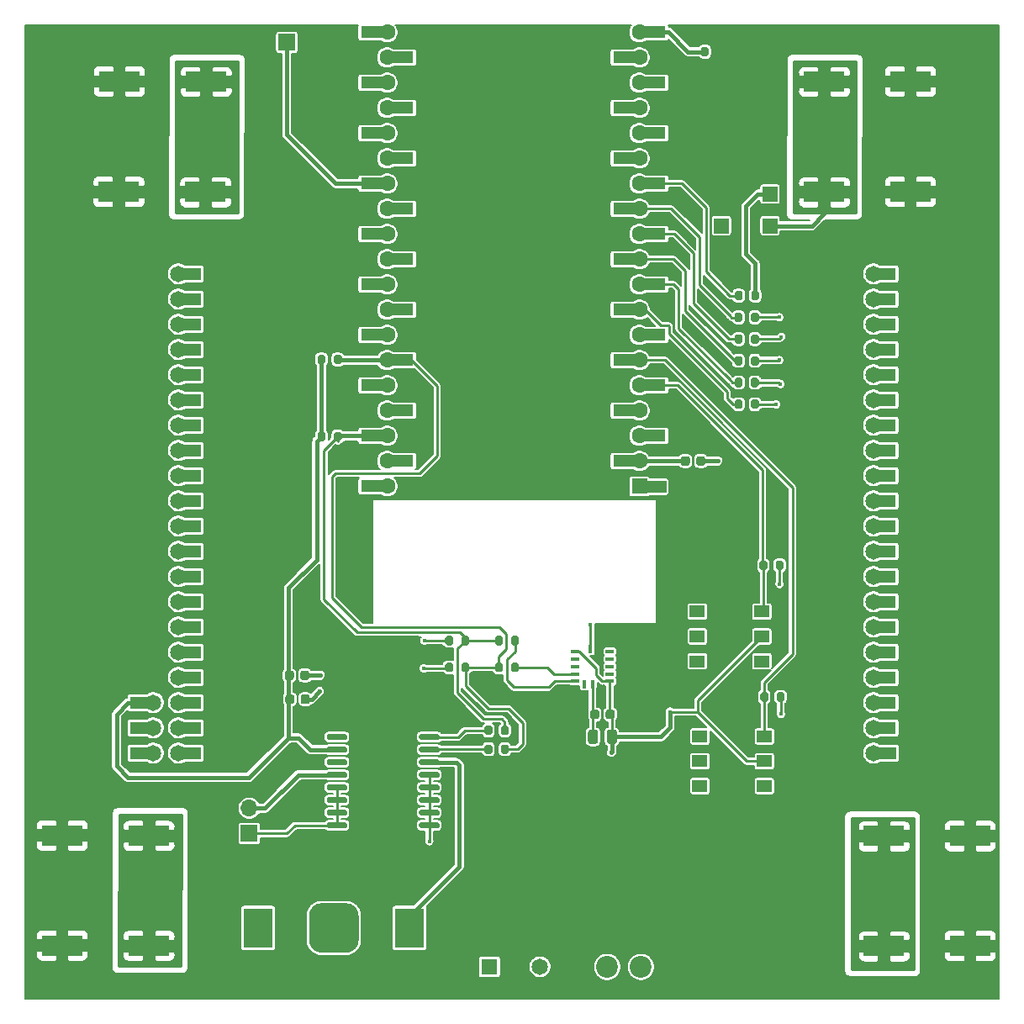
<source format=gbr>
%TF.GenerationSoftware,KiCad,Pcbnew,(5.1.9)-1*%
%TF.CreationDate,2023-04-15T18:22:43-04:00*%
%TF.ProjectId,ESP backpack,45535020-6261-4636-9b70-61636b2e6b69,rev?*%
%TF.SameCoordinates,Original*%
%TF.FileFunction,Copper,L1,Top*%
%TF.FilePolarity,Positive*%
%FSLAX46Y46*%
G04 Gerber Fmt 4.6, Leading zero omitted, Abs format (unit mm)*
G04 Created by KiCad (PCBNEW (5.1.9)-1) date 2023-04-15 18:22:43*
%MOMM*%
%LPD*%
G01*
G04 APERTURE LIST*
%TA.AperFunction,ComponentPad*%
%ADD10O,1.700000X1.700000*%
%TD*%
%TA.AperFunction,ComponentPad*%
%ADD11R,1.700000X1.700000*%
%TD*%
%TA.AperFunction,ComponentPad*%
%ADD12C,2.200000*%
%TD*%
%TA.AperFunction,SMDPad,CuDef*%
%ADD13R,3.000000X4.000000*%
%TD*%
%TA.AperFunction,ComponentPad*%
%ADD14R,1.650000X1.650000*%
%TD*%
%TA.AperFunction,ComponentPad*%
%ADD15C,1.650000*%
%TD*%
%TA.AperFunction,SMDPad,CuDef*%
%ADD16R,4.099999X2.000000*%
%TD*%
%TA.AperFunction,SMDPad,CuDef*%
%ADD17R,4.100000X2.000000*%
%TD*%
%TA.AperFunction,SMDPad,CuDef*%
%ADD18R,0.400000X0.805000*%
%TD*%
%TA.AperFunction,SMDPad,CuDef*%
%ADD19R,0.805000X0.350000*%
%TD*%
%TA.AperFunction,SMDPad,CuDef*%
%ADD20R,2.150000X1.200000*%
%TD*%
%TA.AperFunction,SMDPad,CuDef*%
%ADD21R,2.000000X1.200000*%
%TD*%
%TA.AperFunction,ComponentPad*%
%ADD22C,1.600000*%
%TD*%
%TA.AperFunction,ComponentPad*%
%ADD23R,1.560000X1.560000*%
%TD*%
%TA.AperFunction,SMDPad,CuDef*%
%ADD24R,1.500000X1.200000*%
%TD*%
%TA.AperFunction,ComponentPad*%
%ADD25C,1.651000*%
%TD*%
%TA.AperFunction,SMDPad,CuDef*%
%ADD26R,1.778000X1.270000*%
%TD*%
%TA.AperFunction,SMDPad,CuDef*%
%ADD27R,1.500000X1.500000*%
%TD*%
%TA.AperFunction,ViaPad*%
%ADD28C,0.400000*%
%TD*%
%TA.AperFunction,Conductor*%
%ADD29C,0.250000*%
%TD*%
%TA.AperFunction,Conductor*%
%ADD30C,0.254000*%
%TD*%
%TA.AperFunction,Conductor*%
%ADD31C,0.457200*%
%TD*%
%TA.AperFunction,Conductor*%
%ADD32C,0.100000*%
%TD*%
%TA.AperFunction,Conductor*%
%ADD33C,0.203200*%
%TD*%
G04 APERTURE END LIST*
%TO.P,U3,16*%
%TO.N,Net-(SCL2-Pad1)*%
%TA.AperFunction,SMDPad,CuDef*%
G36*
G01*
X40505800Y-72661920D02*
X40505800Y-72361920D01*
G75*
G02*
X40655800Y-72211920I150000J0D01*
G01*
X42405800Y-72211920D01*
G75*
G02*
X42555800Y-72361920I0J-150000D01*
G01*
X42555800Y-72661920D01*
G75*
G02*
X42405800Y-72811920I-150000J0D01*
G01*
X40655800Y-72811920D01*
G75*
G02*
X40505800Y-72661920I0J150000D01*
G01*
G37*
%TD.AperFunction*%
%TO.P,U3,15*%
%TO.N,Net-(SDA2-Pad1)*%
%TA.AperFunction,SMDPad,CuDef*%
G36*
G01*
X40505800Y-73931920D02*
X40505800Y-73631920D01*
G75*
G02*
X40655800Y-73481920I150000J0D01*
G01*
X42405800Y-73481920D01*
G75*
G02*
X42555800Y-73631920I0J-150000D01*
G01*
X42555800Y-73931920D01*
G75*
G02*
X42405800Y-74081920I-150000J0D01*
G01*
X40655800Y-74081920D01*
G75*
G02*
X40505800Y-73931920I0J150000D01*
G01*
G37*
%TD.AperFunction*%
%TO.P,U3,14*%
%TO.N,Net-(BT1-Pad1)*%
%TA.AperFunction,SMDPad,CuDef*%
G36*
G01*
X40505800Y-75201920D02*
X40505800Y-74901920D01*
G75*
G02*
X40655800Y-74751920I150000J0D01*
G01*
X42405800Y-74751920D01*
G75*
G02*
X42555800Y-74901920I0J-150000D01*
G01*
X42555800Y-75201920D01*
G75*
G02*
X42405800Y-75351920I-150000J0D01*
G01*
X40655800Y-75351920D01*
G75*
G02*
X40505800Y-75201920I0J150000D01*
G01*
G37*
%TD.AperFunction*%
%TO.P,U3,13*%
%TO.N,GND*%
%TA.AperFunction,SMDPad,CuDef*%
G36*
G01*
X40505800Y-76471920D02*
X40505800Y-76171920D01*
G75*
G02*
X40655800Y-76021920I150000J0D01*
G01*
X42405800Y-76021920D01*
G75*
G02*
X42555800Y-76171920I0J-150000D01*
G01*
X42555800Y-76471920D01*
G75*
G02*
X42405800Y-76621920I-150000J0D01*
G01*
X40655800Y-76621920D01*
G75*
G02*
X40505800Y-76471920I0J150000D01*
G01*
G37*
%TD.AperFunction*%
%TO.P,U3,12*%
%TA.AperFunction,SMDPad,CuDef*%
G36*
G01*
X40505800Y-77741920D02*
X40505800Y-77441920D01*
G75*
G02*
X40655800Y-77291920I150000J0D01*
G01*
X42405800Y-77291920D01*
G75*
G02*
X42555800Y-77441920I0J-150000D01*
G01*
X42555800Y-77741920D01*
G75*
G02*
X42405800Y-77891920I-150000J0D01*
G01*
X40655800Y-77891920D01*
G75*
G02*
X40505800Y-77741920I0J150000D01*
G01*
G37*
%TD.AperFunction*%
%TO.P,U3,11*%
%TA.AperFunction,SMDPad,CuDef*%
G36*
G01*
X40505800Y-79011920D02*
X40505800Y-78711920D01*
G75*
G02*
X40655800Y-78561920I150000J0D01*
G01*
X42405800Y-78561920D01*
G75*
G02*
X42555800Y-78711920I0J-150000D01*
G01*
X42555800Y-79011920D01*
G75*
G02*
X42405800Y-79161920I-150000J0D01*
G01*
X40655800Y-79161920D01*
G75*
G02*
X40505800Y-79011920I0J150000D01*
G01*
G37*
%TD.AperFunction*%
%TO.P,U3,10*%
%TA.AperFunction,SMDPad,CuDef*%
G36*
G01*
X40505800Y-80281920D02*
X40505800Y-79981920D01*
G75*
G02*
X40655800Y-79831920I150000J0D01*
G01*
X42405800Y-79831920D01*
G75*
G02*
X42555800Y-79981920I0J-150000D01*
G01*
X42555800Y-80281920D01*
G75*
G02*
X42405800Y-80431920I-150000J0D01*
G01*
X40655800Y-80431920D01*
G75*
G02*
X40505800Y-80281920I0J150000D01*
G01*
G37*
%TD.AperFunction*%
%TO.P,U3,9*%
%TA.AperFunction,SMDPad,CuDef*%
G36*
G01*
X40505800Y-81551920D02*
X40505800Y-81251920D01*
G75*
G02*
X40655800Y-81101920I150000J0D01*
G01*
X42405800Y-81101920D01*
G75*
G02*
X42555800Y-81251920I0J-150000D01*
G01*
X42555800Y-81551920D01*
G75*
G02*
X42405800Y-81701920I-150000J0D01*
G01*
X40655800Y-81701920D01*
G75*
G02*
X40505800Y-81551920I0J150000D01*
G01*
G37*
%TD.AperFunction*%
%TO.P,U3,8*%
%TA.AperFunction,SMDPad,CuDef*%
G36*
G01*
X31205800Y-81551920D02*
X31205800Y-81251920D01*
G75*
G02*
X31355800Y-81101920I150000J0D01*
G01*
X33105800Y-81101920D01*
G75*
G02*
X33255800Y-81251920I0J-150000D01*
G01*
X33255800Y-81551920D01*
G75*
G02*
X33105800Y-81701920I-150000J0D01*
G01*
X31355800Y-81701920D01*
G75*
G02*
X31205800Y-81551920I0J150000D01*
G01*
G37*
%TD.AperFunction*%
%TO.P,U3,7*%
%TA.AperFunction,SMDPad,CuDef*%
G36*
G01*
X31205800Y-80281920D02*
X31205800Y-79981920D01*
G75*
G02*
X31355800Y-79831920I150000J0D01*
G01*
X33105800Y-79831920D01*
G75*
G02*
X33255800Y-79981920I0J-150000D01*
G01*
X33255800Y-80281920D01*
G75*
G02*
X33105800Y-80431920I-150000J0D01*
G01*
X31355800Y-80431920D01*
G75*
G02*
X31205800Y-80281920I0J150000D01*
G01*
G37*
%TD.AperFunction*%
%TO.P,U3,6*%
%TA.AperFunction,SMDPad,CuDef*%
G36*
G01*
X31205800Y-79011920D02*
X31205800Y-78711920D01*
G75*
G02*
X31355800Y-78561920I150000J0D01*
G01*
X33105800Y-78561920D01*
G75*
G02*
X33255800Y-78711920I0J-150000D01*
G01*
X33255800Y-79011920D01*
G75*
G02*
X33105800Y-79161920I-150000J0D01*
G01*
X31355800Y-79161920D01*
G75*
G02*
X31205800Y-79011920I0J150000D01*
G01*
G37*
%TD.AperFunction*%
%TO.P,U3,5*%
%TA.AperFunction,SMDPad,CuDef*%
G36*
G01*
X31205800Y-77741920D02*
X31205800Y-77441920D01*
G75*
G02*
X31355800Y-77291920I150000J0D01*
G01*
X33105800Y-77291920D01*
G75*
G02*
X33255800Y-77441920I0J-150000D01*
G01*
X33255800Y-77741920D01*
G75*
G02*
X33105800Y-77891920I-150000J0D01*
G01*
X31355800Y-77891920D01*
G75*
G02*
X31205800Y-77741920I0J150000D01*
G01*
G37*
%TD.AperFunction*%
%TO.P,U3,4*%
%TO.N,Net-(JReset1-Pad2)*%
%TA.AperFunction,SMDPad,CuDef*%
G36*
G01*
X31205800Y-76471920D02*
X31205800Y-76171920D01*
G75*
G02*
X31355800Y-76021920I150000J0D01*
G01*
X33105800Y-76021920D01*
G75*
G02*
X33255800Y-76171920I0J-150000D01*
G01*
X33255800Y-76471920D01*
G75*
G02*
X33105800Y-76621920I-150000J0D01*
G01*
X31355800Y-76621920D01*
G75*
G02*
X31205800Y-76471920I0J150000D01*
G01*
G37*
%TD.AperFunction*%
%TO.P,U3,3*%
%TO.N,Net-(U3-Pad3)*%
%TA.AperFunction,SMDPad,CuDef*%
G36*
G01*
X31205800Y-75201920D02*
X31205800Y-74901920D01*
G75*
G02*
X31355800Y-74751920I150000J0D01*
G01*
X33105800Y-74751920D01*
G75*
G02*
X33255800Y-74901920I0J-150000D01*
G01*
X33255800Y-75201920D01*
G75*
G02*
X33105800Y-75351920I-150000J0D01*
G01*
X31355800Y-75351920D01*
G75*
G02*
X31205800Y-75201920I0J150000D01*
G01*
G37*
%TD.AperFunction*%
%TO.P,U3,2*%
%TO.N,+3V3*%
%TA.AperFunction,SMDPad,CuDef*%
G36*
G01*
X31205800Y-73931920D02*
X31205800Y-73631920D01*
G75*
G02*
X31355800Y-73481920I150000J0D01*
G01*
X33105800Y-73481920D01*
G75*
G02*
X33255800Y-73631920I0J-150000D01*
G01*
X33255800Y-73931920D01*
G75*
G02*
X33105800Y-74081920I-150000J0D01*
G01*
X31355800Y-74081920D01*
G75*
G02*
X31205800Y-73931920I0J150000D01*
G01*
G37*
%TD.AperFunction*%
%TO.P,U3,1*%
%TO.N,Net-(U3-Pad1)*%
%TA.AperFunction,SMDPad,CuDef*%
G36*
G01*
X31205800Y-72661920D02*
X31205800Y-72361920D01*
G75*
G02*
X31355800Y-72211920I150000J0D01*
G01*
X33105800Y-72211920D01*
G75*
G02*
X33255800Y-72361920I0J-150000D01*
G01*
X33255800Y-72661920D01*
G75*
G02*
X33105800Y-72811920I-150000J0D01*
G01*
X31355800Y-72811920D01*
G75*
G02*
X31205800Y-72661920I0J150000D01*
G01*
G37*
%TD.AperFunction*%
%TD*%
%TO.P,SDA2,2*%
%TO.N,/SDA*%
%TA.AperFunction,SMDPad,CuDef*%
G36*
G01*
X48740880Y-74013740D02*
X48740880Y-73463740D01*
G75*
G02*
X48940880Y-73263740I200000J0D01*
G01*
X49340880Y-73263740D01*
G75*
G02*
X49540880Y-73463740I0J-200000D01*
G01*
X49540880Y-74013740D01*
G75*
G02*
X49340880Y-74213740I-200000J0D01*
G01*
X48940880Y-74213740D01*
G75*
G02*
X48740880Y-74013740I0J200000D01*
G01*
G37*
%TD.AperFunction*%
%TO.P,SDA2,1*%
%TO.N,Net-(SDA2-Pad1)*%
%TA.AperFunction,SMDPad,CuDef*%
G36*
G01*
X47090880Y-74013740D02*
X47090880Y-73463740D01*
G75*
G02*
X47290880Y-73263740I200000J0D01*
G01*
X47690880Y-73263740D01*
G75*
G02*
X47890880Y-73463740I0J-200000D01*
G01*
X47890880Y-74013740D01*
G75*
G02*
X47690880Y-74213740I-200000J0D01*
G01*
X47290880Y-74213740D01*
G75*
G02*
X47090880Y-74013740I0J200000D01*
G01*
G37*
%TD.AperFunction*%
%TD*%
%TO.P,SCL2,2*%
%TO.N,/SCL*%
%TA.AperFunction,SMDPad,CuDef*%
G36*
G01*
X48740880Y-72131600D02*
X48740880Y-71581600D01*
G75*
G02*
X48940880Y-71381600I200000J0D01*
G01*
X49340880Y-71381600D01*
G75*
G02*
X49540880Y-71581600I0J-200000D01*
G01*
X49540880Y-72131600D01*
G75*
G02*
X49340880Y-72331600I-200000J0D01*
G01*
X48940880Y-72331600D01*
G75*
G02*
X48740880Y-72131600I0J200000D01*
G01*
G37*
%TD.AperFunction*%
%TO.P,SCL2,1*%
%TO.N,Net-(SCL2-Pad1)*%
%TA.AperFunction,SMDPad,CuDef*%
G36*
G01*
X47090880Y-72131600D02*
X47090880Y-71581600D01*
G75*
G02*
X47290880Y-71381600I200000J0D01*
G01*
X47690880Y-71381600D01*
G75*
G02*
X47890880Y-71581600I0J-200000D01*
G01*
X47890880Y-72131600D01*
G75*
G02*
X47690880Y-72331600I-200000J0D01*
G01*
X47290880Y-72331600D01*
G75*
G02*
X47090880Y-72131600I0J200000D01*
G01*
G37*
%TD.AperFunction*%
%TD*%
D10*
%TO.P,JReset1,2*%
%TO.N,Net-(JReset1-Pad2)*%
X23408640Y-79689960D03*
D11*
%TO.P,JReset1,1*%
%TO.N,GND*%
X23408640Y-82229960D03*
%TD*%
%TO.P,J3,1*%
%TO.N,Net-(J3-Pad1)*%
X27185620Y-2560320D03*
%TD*%
D12*
%TO.P,F1,2*%
%TO.N,+5V*%
X62853780Y-85749100D03*
%TO.P,F1,1*%
%TO.N,Net-(5VDC_IN1-Pad2)*%
X62853780Y-95669100D03*
%TO.P,F1,2*%
%TO.N,+5V*%
X59453780Y-85749100D03*
%TO.P,F1,1*%
%TO.N,Net-(5VDC_IN1-Pad2)*%
X59453780Y-95669100D03*
%TD*%
%TO.P,C13,2*%
%TO.N,+3V3*%
%TA.AperFunction,SMDPad,CuDef*%
G36*
G01*
X27899480Y-66056700D02*
X27899480Y-66556700D01*
G75*
G02*
X27674480Y-66781700I-225000J0D01*
G01*
X27224480Y-66781700D01*
G75*
G02*
X26999480Y-66556700I0J225000D01*
G01*
X26999480Y-66056700D01*
G75*
G02*
X27224480Y-65831700I225000J0D01*
G01*
X27674480Y-65831700D01*
G75*
G02*
X27899480Y-66056700I0J-225000D01*
G01*
G37*
%TD.AperFunction*%
%TO.P,C13,1*%
%TO.N,GND*%
%TA.AperFunction,SMDPad,CuDef*%
G36*
G01*
X29449480Y-66056700D02*
X29449480Y-66556700D01*
G75*
G02*
X29224480Y-66781700I-225000J0D01*
G01*
X28774480Y-66781700D01*
G75*
G02*
X28549480Y-66556700I0J225000D01*
G01*
X28549480Y-66056700D01*
G75*
G02*
X28774480Y-65831700I225000J0D01*
G01*
X29224480Y-65831700D01*
G75*
G02*
X29449480Y-66056700I0J-225000D01*
G01*
G37*
%TD.AperFunction*%
%TD*%
%TO.P,C12,2*%
%TO.N,+3V3*%
%TA.AperFunction,SMDPad,CuDef*%
G36*
G01*
X27942660Y-68457000D02*
X27942660Y-68957000D01*
G75*
G02*
X27717660Y-69182000I-225000J0D01*
G01*
X27267660Y-69182000D01*
G75*
G02*
X27042660Y-68957000I0J225000D01*
G01*
X27042660Y-68457000D01*
G75*
G02*
X27267660Y-68232000I225000J0D01*
G01*
X27717660Y-68232000D01*
G75*
G02*
X27942660Y-68457000I0J-225000D01*
G01*
G37*
%TD.AperFunction*%
%TO.P,C12,1*%
%TO.N,GND*%
%TA.AperFunction,SMDPad,CuDef*%
G36*
G01*
X29492660Y-68457000D02*
X29492660Y-68957000D01*
G75*
G02*
X29267660Y-69182000I-225000J0D01*
G01*
X28817660Y-69182000D01*
G75*
G02*
X28592660Y-68957000I0J225000D01*
G01*
X28592660Y-68457000D01*
G75*
G02*
X28817660Y-68232000I225000J0D01*
G01*
X29267660Y-68232000D01*
G75*
G02*
X29492660Y-68457000I0J-225000D01*
G01*
G37*
%TD.AperFunction*%
%TD*%
%TO.P,C11,2*%
%TO.N,GND*%
%TA.AperFunction,SMDPad,CuDef*%
G36*
G01*
X68424940Y-44969240D02*
X68424940Y-44469240D01*
G75*
G02*
X68649940Y-44244240I225000J0D01*
G01*
X69099940Y-44244240D01*
G75*
G02*
X69324940Y-44469240I0J-225000D01*
G01*
X69324940Y-44969240D01*
G75*
G02*
X69099940Y-45194240I-225000J0D01*
G01*
X68649940Y-45194240D01*
G75*
G02*
X68424940Y-44969240I0J225000D01*
G01*
G37*
%TD.AperFunction*%
%TO.P,C11,1*%
%TO.N,Net-(C11-Pad1)*%
%TA.AperFunction,SMDPad,CuDef*%
G36*
G01*
X66874940Y-44969240D02*
X66874940Y-44469240D01*
G75*
G02*
X67099940Y-44244240I225000J0D01*
G01*
X67549940Y-44244240D01*
G75*
G02*
X67774940Y-44469240I0J-225000D01*
G01*
X67774940Y-44969240D01*
G75*
G02*
X67549940Y-45194240I-225000J0D01*
G01*
X67099940Y-45194240D01*
G75*
G02*
X66874940Y-44969240I0J225000D01*
G01*
G37*
%TD.AperFunction*%
%TD*%
%TO.P,BT1,2*%
%TO.N,GND*%
%TA.AperFunction,SMDPad,CuDef*%
G36*
G01*
X29422720Y-92989720D02*
X29422720Y-90489720D01*
G75*
G02*
X30672720Y-89239720I1250000J0D01*
G01*
X33172720Y-89239720D01*
G75*
G02*
X34422720Y-90489720I0J-1250000D01*
G01*
X34422720Y-92989720D01*
G75*
G02*
X33172720Y-94239720I-1250000J0D01*
G01*
X30672720Y-94239720D01*
G75*
G02*
X29422720Y-92989720I0J1250000D01*
G01*
G37*
%TD.AperFunction*%
D13*
%TO.P,BT1,1*%
%TO.N,Net-(BT1-Pad1)*%
X39542720Y-91739720D03*
X24302720Y-91739720D03*
%TD*%
D14*
%TO.P,5VDC_IN1,1*%
%TO.N,GND*%
X47599600Y-95656400D03*
D15*
%TO.P,5VDC_IN1,2*%
%TO.N,Net-(5VDC_IN1-Pad2)*%
X52679600Y-95656400D03*
%TD*%
D16*
%TO.P,C10,1*%
%TO.N,+5V*%
X96010980Y-93565980D03*
D17*
%TO.P,C10,2*%
%TO.N,GND*%
X87310980Y-93565980D03*
%TD*%
D16*
%TO.P,C9,1*%
%TO.N,+5V*%
X96010980Y-82491580D03*
D17*
%TO.P,C9,2*%
%TO.N,GND*%
X87310980Y-82491580D03*
%TD*%
D16*
%TO.P,C8,1*%
%TO.N,+5V*%
X4573020Y-93505020D03*
D17*
%TO.P,C8,2*%
%TO.N,GND*%
X13273020Y-93505020D03*
%TD*%
D16*
%TO.P,C7,1*%
%TO.N,+5V*%
X4573020Y-82430620D03*
D17*
%TO.P,C7,2*%
%TO.N,GND*%
X13273020Y-82430620D03*
%TD*%
D16*
%TO.P,C6,1*%
%TO.N,+5V*%
X10280400Y-17627600D03*
D17*
%TO.P,C6,2*%
%TO.N,GND*%
X18980400Y-17627600D03*
%TD*%
D16*
%TO.P,C5,1*%
%TO.N,+5V*%
X10331200Y-6502400D03*
D17*
%TO.P,C5,2*%
%TO.N,GND*%
X19031200Y-6502400D03*
%TD*%
D16*
%TO.P,C4,1*%
%TO.N,+5V*%
X89998800Y-17627600D03*
D17*
%TO.P,C4,2*%
%TO.N,GND*%
X81298800Y-17627600D03*
%TD*%
D16*
%TO.P,C3,1*%
%TO.N,+5V*%
X89998800Y-6502400D03*
D17*
%TO.P,C3,2*%
%TO.N,GND*%
X81298800Y-6502400D03*
%TD*%
D18*
%TO.P,U2,6*%
%TO.N,Net-(U2-Pad6)*%
X57157860Y-67176700D03*
%TO.P,U2,13*%
%TO.N,GND*%
X57957860Y-67176700D03*
%TO.P,U2,12*%
X57782860Y-63631700D03*
D19*
%TO.P,U2,7*%
%TO.N,+3V3*%
X59730360Y-66904200D03*
%TO.P,U2,8*%
%TO.N,Net-(U2-Pad8)*%
X59730360Y-66154200D03*
%TO.P,U2,9*%
%TO.N,Net-(U2-Pad9)*%
X59730360Y-65404200D03*
%TO.P,U2,10*%
%TO.N,Net-(U2-Pad10)*%
X59730360Y-64654200D03*
%TO.P,U2,11*%
%TO.N,Net-(U2-Pad11)*%
X59730360Y-63904200D03*
%TO.P,U2,5*%
%TO.N,Net-(SCL1-Pad2)*%
X56190360Y-66904200D03*
%TO.P,U2,4*%
%TO.N,Net-(SDA1-Pad2)*%
X56190360Y-66154200D03*
%TO.P,U2,2*%
%TO.N,Net-(U2-Pad2)*%
X56190360Y-64654200D03*
%TO.P,U2,3*%
%TO.N,Net-(U2-Pad3)*%
X56190360Y-65404200D03*
%TO.P,U2,1*%
%TO.N,+3V3*%
X56190360Y-63904200D03*
%TD*%
D20*
%TO.P,U1,26*%
%TO.N,GND*%
X35700000Y-32025000D03*
%TO.P,U1,20*%
X35700000Y-47265000D03*
%TO.P,U1,24*%
%TO.N,Net-(U1-Pad24)*%
X35700000Y-37105000D03*
%TO.P,U1,32*%
%TO.N,Net-(J3-Pad1)*%
X35700000Y-16785000D03*
%TO.P,U1,30*%
%TO.N,Net-(U1-Pad30)*%
X35700000Y-21865000D03*
%TO.P,U1,22*%
%TO.N,/SCL*%
X35700000Y-42185000D03*
%TO.P,U1,34*%
%TO.N,Net-(U1-Pad34)*%
X35700000Y-11705000D03*
%TO.P,U1,28*%
%TO.N,Net-(U1-Pad28)*%
X35700000Y-26945000D03*
%TO.P,U1,27*%
%TO.N,Net-(U1-Pad27)*%
X38900000Y-29475000D03*
%TO.P,U1,25*%
%TO.N,/SDA*%
X38900000Y-34555000D03*
%TO.P,U1,31*%
%TO.N,Net-(U1-Pad31)*%
X38900000Y-19315000D03*
%TO.P,U1,33*%
%TO.N,Net-(U1-Pad33)*%
X38900000Y-14235000D03*
%TO.P,U1,23*%
%TO.N,Net-(U1-Pad23)*%
X38900000Y-39635000D03*
%TO.P,U1,36*%
%TO.N,Net-(U1-Pad36)*%
X35700000Y-6625000D03*
%TO.P,U1,29*%
%TO.N,Net-(U1-Pad29)*%
X38900000Y-24395000D03*
%TO.P,U1,21*%
%TO.N,Net-(U1-Pad21)*%
X38900000Y-44715000D03*
%TO.P,U1,35*%
%TO.N,Net-(U1-Pad35)*%
X38900000Y-9155000D03*
%TO.P,U1,37*%
%TO.N,Net-(U1-Pad37)*%
X38900000Y-4075000D03*
%TO.P,U1,38*%
%TO.N,Net-(U1-Pad38)*%
X35700000Y-1550000D03*
%TO.P,U1,19*%
%TO.N,Net-(ExtPower1-Pad2)*%
X64300000Y-1535000D03*
%TO.P,U1,17*%
%TO.N,Net-(U1-Pad17)*%
X64300000Y-6615000D03*
%TO.P,U1,15*%
%TO.N,Net-(U1-Pad15)*%
X64300000Y-11695000D03*
%TO.P,U1,13*%
%TO.N,Net-(R10-Pad1)*%
X64300000Y-16775000D03*
%TO.P,U1,11*%
%TO.N,Net-(R4-Pad1)*%
X64300000Y-21855000D03*
%TO.P,U1,9*%
%TO.N,Net-(R6-Pad1)*%
X64300000Y-26935000D03*
%TO.P,U1,7*%
%TO.N,Net-(U1-Pad7)*%
X64300000Y-32015000D03*
%TO.P,U1,5*%
%TO.N,Net-(R8-Pad1)*%
X64300000Y-37095000D03*
%TO.P,U1,3*%
%TO.N,Net-(U1-Pad3)*%
X64300000Y-42175000D03*
%TO.P,U1,18*%
%TO.N,Net-(U1-Pad18)*%
X61100000Y-4085000D03*
%TO.P,U1,16*%
%TO.N,Net-(U1-Pad16)*%
X61100000Y-9165000D03*
%TO.P,U1,14*%
%TO.N,GND*%
X61100000Y-14245000D03*
%TO.P,U1,12*%
%TO.N,Net-(R3-Pad1)*%
X61100000Y-19325000D03*
%TO.P,U1,10*%
%TO.N,Net-(R5-Pad1)*%
X61100000Y-24405000D03*
%TO.P,U1,8*%
%TO.N,Net-(R7-Pad1)*%
X61100000Y-29485000D03*
%TO.P,U1,6*%
%TO.N,Net-(R9-Pad1)*%
X61100000Y-34565000D03*
%TO.P,U1,4*%
%TO.N,Net-(U1-Pad4)*%
X61100000Y-39645000D03*
%TO.P,U1,2*%
%TO.N,Net-(C11-Pad1)*%
X61100000Y-44725000D03*
D21*
%TO.P,U1,1*%
%TO.N,+3V3*%
X64400000Y-47300000D03*
D22*
%TO.P,U1,38*%
%TO.N,Net-(U1-Pad38)*%
X37300000Y-1540000D03*
%TO.P,U1,37*%
%TO.N,Net-(U1-Pad37)*%
X37300000Y-4080000D03*
%TO.P,U1,36*%
%TO.N,Net-(U1-Pad36)*%
X37300000Y-6620000D03*
%TO.P,U1,35*%
%TO.N,Net-(U1-Pad35)*%
X37300000Y-9160000D03*
%TO.P,U1,34*%
%TO.N,Net-(U1-Pad34)*%
X37300000Y-11700000D03*
%TO.P,U1,33*%
%TO.N,Net-(U1-Pad33)*%
X37300000Y-14240000D03*
%TO.P,U1,32*%
%TO.N,Net-(J3-Pad1)*%
X37300000Y-16780000D03*
%TO.P,U1,31*%
%TO.N,Net-(U1-Pad31)*%
X37300000Y-19320000D03*
%TO.P,U1,30*%
%TO.N,Net-(U1-Pad30)*%
X37300000Y-21860000D03*
%TO.P,U1,29*%
%TO.N,Net-(U1-Pad29)*%
X37300000Y-24400000D03*
%TO.P,U1,28*%
%TO.N,Net-(U1-Pad28)*%
X37300000Y-26940000D03*
%TO.P,U1,27*%
%TO.N,Net-(U1-Pad27)*%
X37300000Y-29480000D03*
%TO.P,U1,26*%
%TO.N,GND*%
X37300000Y-32020000D03*
%TO.P,U1,25*%
%TO.N,/SDA*%
X37300000Y-34560000D03*
%TO.P,U1,24*%
%TO.N,Net-(U1-Pad24)*%
X37300000Y-37100000D03*
%TO.P,U1,23*%
%TO.N,Net-(U1-Pad23)*%
X37300000Y-39640000D03*
%TO.P,U1,22*%
%TO.N,/SCL*%
X37300000Y-42180000D03*
%TO.P,U1,21*%
%TO.N,Net-(U1-Pad21)*%
X37300000Y-44720000D03*
%TO.P,U1,20*%
%TO.N,GND*%
X37300000Y-47260000D03*
%TO.P,U1,18*%
%TO.N,Net-(U1-Pad18)*%
X62700000Y-4080000D03*
%TO.P,U1,17*%
%TO.N,Net-(U1-Pad17)*%
X62700000Y-6620000D03*
%TO.P,U1,16*%
%TO.N,Net-(U1-Pad16)*%
X62700000Y-9160000D03*
%TO.P,U1,15*%
%TO.N,Net-(U1-Pad15)*%
X62700000Y-11700000D03*
%TO.P,U1,14*%
%TO.N,GND*%
X62700000Y-14240000D03*
%TO.P,U1,13*%
%TO.N,Net-(R10-Pad1)*%
X62700000Y-16780000D03*
%TO.P,U1,12*%
%TO.N,Net-(R3-Pad1)*%
X62700000Y-19320000D03*
%TO.P,U1,11*%
%TO.N,Net-(R4-Pad1)*%
X62700000Y-21860000D03*
%TO.P,U1,10*%
%TO.N,Net-(R5-Pad1)*%
X62700000Y-24400000D03*
%TO.P,U1,9*%
%TO.N,Net-(R6-Pad1)*%
X62700000Y-26940000D03*
%TO.P,U1,8*%
%TO.N,Net-(R7-Pad1)*%
X62700000Y-29480000D03*
%TO.P,U1,7*%
%TO.N,Net-(U1-Pad7)*%
X62700000Y-32020000D03*
%TO.P,U1,6*%
%TO.N,Net-(R9-Pad1)*%
X62700000Y-34560000D03*
%TO.P,U1,5*%
%TO.N,Net-(R8-Pad1)*%
X62700000Y-37100000D03*
%TO.P,U1,4*%
%TO.N,Net-(U1-Pad4)*%
X62700000Y-39640000D03*
%TO.P,U1,3*%
%TO.N,Net-(U1-Pad3)*%
X62700000Y-42180000D03*
%TO.P,U1,19*%
%TO.N,Net-(ExtPower1-Pad2)*%
X62700000Y-1540000D03*
%TO.P,U1,2*%
%TO.N,Net-(C11-Pad1)*%
X62700000Y-44720000D03*
D23*
%TO.P,U1,1*%
%TO.N,+3V3*%
X62700000Y-47260000D03*
%TD*%
D24*
%TO.P,S2,6*%
%TO.N,Net-(S2-Pad6)*%
X68784400Y-77455400D03*
%TO.P,S2,5*%
%TO.N,Net-(S2-Pad5)*%
X68784400Y-74955400D03*
%TO.P,S2,4*%
%TO.N,Net-(S2-Pad4)*%
X68784400Y-72455400D03*
%TO.P,S2,3*%
%TO.N,Net-(S2-Pad3)*%
X75284400Y-77455400D03*
%TO.P,S2,2*%
%TO.N,+3V3*%
X75284400Y-74955400D03*
%TO.P,S2,1*%
%TO.N,Net-(R9-Pad1)*%
X75284400Y-72455400D03*
%TD*%
%TO.P,S1,6*%
%TO.N,Net-(S1-Pad6)*%
X68530400Y-64882400D03*
%TO.P,S1,5*%
%TO.N,Net-(S1-Pad5)*%
X68530400Y-62382400D03*
%TO.P,S1,4*%
%TO.N,Net-(S1-Pad4)*%
X68530400Y-59882400D03*
%TO.P,S1,3*%
%TO.N,Net-(S1-Pad3)*%
X75030400Y-64882400D03*
%TO.P,S1,2*%
%TO.N,+3V3*%
X75030400Y-62382400D03*
%TO.P,S1,1*%
%TO.N,Net-(R8-Pad1)*%
X75030400Y-59882400D03*
%TD*%
D25*
%TO.P,J2,01*%
%TO.N,+5V*%
X83730000Y-25870000D03*
%TO.P,J2,02*%
%TO.N,GND*%
X86270000Y-25870000D03*
D26*
X87670000Y-25870000D03*
%TO.P,J2,01*%
%TO.N,+5V*%
X82280000Y-25870000D03*
D25*
%TO.P,J2,03*%
X83730000Y-28410000D03*
%TO.P,J2,04*%
%TO.N,/OrangeLine*%
X86270000Y-28410000D03*
D26*
X87670000Y-28410000D03*
%TO.P,J2,03*%
%TO.N,+5V*%
X82280000Y-28410000D03*
D25*
%TO.P,J2,05*%
X83730000Y-30950000D03*
%TO.P,J2,06*%
%TO.N,GND*%
X86270000Y-30950000D03*
D26*
X87670000Y-30950000D03*
%TO.P,J2,05*%
%TO.N,+5V*%
X82280000Y-30950000D03*
D25*
%TO.P,J2,07*%
X83730000Y-33490000D03*
%TO.P,J2,08*%
%TO.N,/YellowLine*%
X86270000Y-33490000D03*
D26*
X87670000Y-33490000D03*
%TO.P,J2,07*%
%TO.N,+5V*%
X82280000Y-33490000D03*
D25*
%TO.P,J2,09*%
X83730000Y-36030000D03*
%TO.P,J2,10*%
%TO.N,GND*%
X86270000Y-36030000D03*
D26*
X87670000Y-36030000D03*
%TO.P,J2,09*%
%TO.N,+5V*%
X82280000Y-36030000D03*
D25*
%TO.P,J2,11*%
X83730000Y-38570000D03*
%TO.P,J2,12*%
%TO.N,/GreenLine*%
X86270000Y-38570000D03*
D26*
X87670000Y-38570000D03*
%TO.P,J2,11*%
%TO.N,+5V*%
X82280000Y-38570000D03*
D25*
%TO.P,J2,13*%
X83730000Y-41110000D03*
%TO.P,J2,14*%
%TO.N,GND*%
X86270000Y-41110000D03*
D26*
X87670000Y-41110000D03*
%TO.P,J2,13*%
%TO.N,+5V*%
X82280000Y-41110000D03*
D25*
%TO.P,J2,15*%
X83730000Y-43650000D03*
%TO.P,J2,16*%
%TO.N,/BlueLine*%
X86270000Y-43650000D03*
D26*
X87670000Y-43650000D03*
%TO.P,J2,15*%
%TO.N,+5V*%
X82280000Y-43650000D03*
D25*
%TO.P,J2,17*%
X83730000Y-46190000D03*
%TO.P,J2,18*%
%TO.N,GND*%
X86270000Y-46190000D03*
D26*
X87670000Y-46190000D03*
%TO.P,J2,17*%
%TO.N,+5V*%
X82280000Y-46190000D03*
D25*
%TO.P,J2,19*%
X83730000Y-48730000D03*
%TO.P,J2,20*%
%TO.N,/RedLine*%
X86270000Y-48730000D03*
D26*
X87670000Y-48730000D03*
%TO.P,J2,19*%
%TO.N,+5V*%
X82280000Y-48730000D03*
D25*
%TO.P,J2,21*%
X83730000Y-51270000D03*
%TO.P,J2,22*%
%TO.N,GND*%
X86270000Y-51270000D03*
D26*
X87670000Y-51270000D03*
%TO.P,J2,21*%
%TO.N,+5V*%
X82280000Y-51270000D03*
D25*
%TO.P,J2,23*%
X83730000Y-53810000D03*
%TO.P,J2,24*%
%TO.N,GND*%
X86270000Y-53810000D03*
D26*
X87670000Y-53810000D03*
%TO.P,J2,23*%
%TO.N,+5V*%
X82280000Y-53810000D03*
D25*
%TO.P,J2,25*%
X83730000Y-56350000D03*
%TO.P,J2,26*%
%TO.N,GND*%
X86270000Y-56350000D03*
D26*
X87670000Y-56350000D03*
%TO.P,J2,25*%
%TO.N,+5V*%
X82280000Y-56350000D03*
D25*
%TO.P,J2,27*%
X83730000Y-58890000D03*
%TO.P,J2,28*%
%TO.N,GND*%
X86270000Y-58890000D03*
D26*
X87670000Y-58890000D03*
%TO.P,J2,27*%
%TO.N,+5V*%
X82280000Y-58890000D03*
D25*
%TO.P,J2,29*%
X83730000Y-61430000D03*
%TO.P,J2,30*%
%TO.N,GND*%
X86270000Y-61430000D03*
D26*
X87670000Y-61430000D03*
%TO.P,J2,29*%
%TO.N,+5V*%
X82280000Y-61430000D03*
D25*
%TO.P,J2,31*%
X83730000Y-63970000D03*
%TO.P,J2,32*%
%TO.N,GND*%
X86270000Y-63970000D03*
D26*
X87670000Y-63970000D03*
%TO.P,J2,31*%
%TO.N,+5V*%
X82280000Y-63970000D03*
D25*
%TO.P,J2,33*%
X83730000Y-66510000D03*
%TO.P,J2,34*%
%TO.N,GND*%
X86270000Y-66510000D03*
D26*
X87670000Y-66510000D03*
%TO.P,J2,33*%
%TO.N,+5V*%
X82280000Y-66510000D03*
D25*
%TO.P,J2,35*%
X83730000Y-69050000D03*
%TO.P,J2,36*%
%TO.N,GND*%
X86270000Y-69050000D03*
D26*
X87670000Y-69050000D03*
%TO.P,J2,35*%
%TO.N,+5V*%
X82280000Y-69050000D03*
D25*
%TO.P,J2,37*%
X83730000Y-71590000D03*
%TO.P,J2,38*%
%TO.N,GND*%
X86270000Y-71590000D03*
D26*
X87670000Y-71590000D03*
%TO.P,J2,37*%
%TO.N,+5V*%
X82280000Y-71590000D03*
D25*
%TO.P,J2,39*%
X83730000Y-74130000D03*
%TO.P,J2,40*%
%TO.N,GND*%
X86270000Y-74130000D03*
D26*
X87700000Y-74130000D03*
%TO.P,J2,39*%
%TO.N,+5V*%
X82300000Y-74130000D03*
%TD*%
D25*
%TO.P,J1,01*%
%TO.N,+5V*%
X13730000Y-25870000D03*
%TO.P,J1,02*%
%TO.N,GND*%
X16270000Y-25870000D03*
D26*
X17670000Y-25870000D03*
%TO.P,J1,01*%
%TO.N,+5V*%
X12280000Y-25870000D03*
D25*
%TO.P,J1,03*%
X13730000Y-28410000D03*
%TO.P,J1,04*%
%TO.N,GND*%
X16270000Y-28410000D03*
D26*
X17670000Y-28410000D03*
%TO.P,J1,03*%
%TO.N,+5V*%
X12280000Y-28410000D03*
D25*
%TO.P,J1,05*%
X13730000Y-30950000D03*
%TO.P,J1,06*%
%TO.N,GND*%
X16270000Y-30950000D03*
D26*
X17670000Y-30950000D03*
%TO.P,J1,05*%
%TO.N,+5V*%
X12280000Y-30950000D03*
D25*
%TO.P,J1,07*%
X13730000Y-33490000D03*
%TO.P,J1,08*%
%TO.N,GND*%
X16270000Y-33490000D03*
D26*
X17670000Y-33490000D03*
%TO.P,J1,07*%
%TO.N,+5V*%
X12280000Y-33490000D03*
D25*
%TO.P,J1,09*%
X13730000Y-36030000D03*
%TO.P,J1,10*%
%TO.N,GND*%
X16270000Y-36030000D03*
D26*
X17670000Y-36030000D03*
%TO.P,J1,09*%
%TO.N,+5V*%
X12280000Y-36030000D03*
D25*
%TO.P,J1,11*%
X13730000Y-38570000D03*
%TO.P,J1,12*%
%TO.N,GND*%
X16270000Y-38570000D03*
D26*
X17670000Y-38570000D03*
%TO.P,J1,11*%
%TO.N,+5V*%
X12280000Y-38570000D03*
D25*
%TO.P,J1,13*%
X13730000Y-41110000D03*
%TO.P,J1,14*%
%TO.N,GND*%
X16270000Y-41110000D03*
D26*
X17670000Y-41110000D03*
%TO.P,J1,13*%
%TO.N,+5V*%
X12280000Y-41110000D03*
D25*
%TO.P,J1,15*%
X13730000Y-43650000D03*
%TO.P,J1,16*%
%TO.N,GND*%
X16270000Y-43650000D03*
D26*
X17670000Y-43650000D03*
%TO.P,J1,15*%
%TO.N,+5V*%
X12280000Y-43650000D03*
D25*
%TO.P,J1,17*%
X13730000Y-46190000D03*
%TO.P,J1,18*%
%TO.N,GND*%
X16270000Y-46190000D03*
D26*
X17670000Y-46190000D03*
%TO.P,J1,17*%
%TO.N,+5V*%
X12280000Y-46190000D03*
D25*
%TO.P,J1,19*%
X13730000Y-48730000D03*
%TO.P,J1,20*%
%TO.N,GND*%
X16270000Y-48730000D03*
D26*
X17670000Y-48730000D03*
%TO.P,J1,19*%
%TO.N,+5V*%
X12280000Y-48730000D03*
D25*
%TO.P,J1,21*%
X13730000Y-51270000D03*
%TO.P,J1,22*%
%TO.N,GND*%
X16270000Y-51270000D03*
D26*
X17670000Y-51270000D03*
%TO.P,J1,21*%
%TO.N,+5V*%
X12280000Y-51270000D03*
D25*
%TO.P,J1,23*%
X13730000Y-53810000D03*
%TO.P,J1,24*%
%TO.N,GND*%
X16270000Y-53810000D03*
D26*
X17670000Y-53810000D03*
%TO.P,J1,23*%
%TO.N,+5V*%
X12280000Y-53810000D03*
D25*
%TO.P,J1,25*%
X13730000Y-56350000D03*
%TO.P,J1,26*%
%TO.N,GND*%
X16270000Y-56350000D03*
D26*
X17670000Y-56350000D03*
%TO.P,J1,25*%
%TO.N,+5V*%
X12280000Y-56350000D03*
D25*
%TO.P,J1,27*%
X13730000Y-58890000D03*
%TO.P,J1,28*%
%TO.N,GND*%
X16270000Y-58890000D03*
D26*
X17670000Y-58890000D03*
%TO.P,J1,27*%
%TO.N,+5V*%
X12280000Y-58890000D03*
D25*
%TO.P,J1,29*%
X13730000Y-61430000D03*
%TO.P,J1,30*%
%TO.N,Net-(J1-Pad30)*%
X16270000Y-61430000D03*
D26*
X17670000Y-61430000D03*
%TO.P,J1,29*%
%TO.N,+5V*%
X12280000Y-61430000D03*
D25*
%TO.P,J1,31*%
X13730000Y-63970000D03*
%TO.P,J1,32*%
%TO.N,GND*%
X16270000Y-63970000D03*
D26*
X17670000Y-63970000D03*
%TO.P,J1,31*%
%TO.N,+5V*%
X12280000Y-63970000D03*
D25*
%TO.P,J1,33*%
X13730000Y-66510000D03*
%TO.P,J1,34*%
%TO.N,Net-(J1-Pad34)*%
X16270000Y-66510000D03*
D26*
X17670000Y-66510000D03*
%TO.P,J1,33*%
%TO.N,+5V*%
X12280000Y-66510000D03*
D25*
%TO.P,J1,35*%
%TO.N,+3V3*%
X13730000Y-69050000D03*
%TO.P,J1,36*%
%TO.N,GND*%
X16270000Y-69050000D03*
D26*
X17670000Y-69050000D03*
%TO.P,J1,35*%
%TO.N,+3V3*%
X12280000Y-69050000D03*
D25*
%TO.P,J1,37*%
%TO.N,Net-(J1-Pad37)*%
X13730000Y-71590000D03*
%TO.P,J1,38*%
%TO.N,Net-(J1-Pad38)*%
X16270000Y-71590000D03*
D26*
X17670000Y-71590000D03*
%TO.P,J1,37*%
%TO.N,Net-(J1-Pad37)*%
X12280000Y-71590000D03*
D25*
%TO.P,J1,39*%
%TO.N,Net-(J1-Pad39)*%
X13730000Y-74130000D03*
%TO.P,J1,40*%
%TO.N,GND*%
X16270000Y-74130000D03*
D26*
X17700000Y-74130000D03*
%TO.P,J1,39*%
%TO.N,Net-(J1-Pad39)*%
X12300000Y-74130000D03*
%TD*%
D27*
%TO.P,D1,1*%
%TO.N,+5V*%
X70956000Y-17831000D03*
%TO.P,D1,2*%
%TO.N,Net-(D1-Pad2)*%
X70956000Y-21031000D03*
%TO.P,D1,3*%
%TO.N,GND*%
X75856000Y-21031000D03*
%TO.P,D1,4*%
%TO.N,/DiagLED*%
X75856000Y-17831000D03*
%TD*%
%TO.P,C1,2*%
%TO.N,GND*%
%TA.AperFunction,SMDPad,CuDef*%
G36*
G01*
X58653320Y-69987120D02*
X58653320Y-70487120D01*
G75*
G02*
X58428320Y-70712120I-225000J0D01*
G01*
X57978320Y-70712120D01*
G75*
G02*
X57753320Y-70487120I0J225000D01*
G01*
X57753320Y-69987120D01*
G75*
G02*
X57978320Y-69762120I225000J0D01*
G01*
X58428320Y-69762120D01*
G75*
G02*
X58653320Y-69987120I0J-225000D01*
G01*
G37*
%TD.AperFunction*%
%TO.P,C1,1*%
%TO.N,+3V3*%
%TA.AperFunction,SMDPad,CuDef*%
G36*
G01*
X60203320Y-69987120D02*
X60203320Y-70487120D01*
G75*
G02*
X59978320Y-70712120I-225000J0D01*
G01*
X59528320Y-70712120D01*
G75*
G02*
X59303320Y-70487120I0J225000D01*
G01*
X59303320Y-69987120D01*
G75*
G02*
X59528320Y-69762120I225000J0D01*
G01*
X59978320Y-69762120D01*
G75*
G02*
X60203320Y-69987120I0J-225000D01*
G01*
G37*
%TD.AperFunction*%
%TD*%
%TO.P,C2,2*%
%TO.N,GND*%
%TA.AperFunction,SMDPad,CuDef*%
G36*
G01*
X58528320Y-72012120D02*
X58528320Y-72962120D01*
G75*
G02*
X58278320Y-73212120I-250000J0D01*
G01*
X57778320Y-73212120D01*
G75*
G02*
X57528320Y-72962120I0J250000D01*
G01*
X57528320Y-72012120D01*
G75*
G02*
X57778320Y-71762120I250000J0D01*
G01*
X58278320Y-71762120D01*
G75*
G02*
X58528320Y-72012120I0J-250000D01*
G01*
G37*
%TD.AperFunction*%
%TO.P,C2,1*%
%TO.N,+3V3*%
%TA.AperFunction,SMDPad,CuDef*%
G36*
G01*
X60428320Y-72012120D02*
X60428320Y-72962120D01*
G75*
G02*
X60178320Y-73212120I-250000J0D01*
G01*
X59678320Y-73212120D01*
G75*
G02*
X59428320Y-72962120I0J250000D01*
G01*
X59428320Y-72012120D01*
G75*
G02*
X59678320Y-71762120I250000J0D01*
G01*
X60178320Y-71762120D01*
G75*
G02*
X60428320Y-72012120I0J-250000D01*
G01*
G37*
%TD.AperFunction*%
%TD*%
%TO.P,ExtPower1,2*%
%TO.N,Net-(ExtPower1-Pad2)*%
%TA.AperFunction,SMDPad,CuDef*%
G36*
G01*
X69675000Y-3225000D02*
X69675000Y-3775000D01*
G75*
G02*
X69475000Y-3975000I-200000J0D01*
G01*
X69075000Y-3975000D01*
G75*
G02*
X68875000Y-3775000I0J200000D01*
G01*
X68875000Y-3225000D01*
G75*
G02*
X69075000Y-3025000I200000J0D01*
G01*
X69475000Y-3025000D01*
G75*
G02*
X69675000Y-3225000I0J-200000D01*
G01*
G37*
%TD.AperFunction*%
%TO.P,ExtPower1,1*%
%TO.N,+5V*%
%TA.AperFunction,SMDPad,CuDef*%
G36*
G01*
X71325000Y-3225000D02*
X71325000Y-3775000D01*
G75*
G02*
X71125000Y-3975000I-200000J0D01*
G01*
X70725000Y-3975000D01*
G75*
G02*
X70525000Y-3775000I0J200000D01*
G01*
X70525000Y-3225000D01*
G75*
G02*
X70725000Y-3025000I200000J0D01*
G01*
X71125000Y-3025000D01*
G75*
G02*
X71325000Y-3225000I0J-200000D01*
G01*
G37*
%TD.AperFunction*%
%TD*%
%TO.P,R2,2*%
%TO.N,+3V3*%
%TA.AperFunction,SMDPad,CuDef*%
G36*
G01*
X31075000Y-41975000D02*
X31075000Y-42525000D01*
G75*
G02*
X30875000Y-42725000I-200000J0D01*
G01*
X30475000Y-42725000D01*
G75*
G02*
X30275000Y-42525000I0J200000D01*
G01*
X30275000Y-41975000D01*
G75*
G02*
X30475000Y-41775000I200000J0D01*
G01*
X30875000Y-41775000D01*
G75*
G02*
X31075000Y-41975000I0J-200000D01*
G01*
G37*
%TD.AperFunction*%
%TO.P,R2,1*%
%TO.N,/SCL*%
%TA.AperFunction,SMDPad,CuDef*%
G36*
G01*
X32725000Y-41975000D02*
X32725000Y-42525000D01*
G75*
G02*
X32525000Y-42725000I-200000J0D01*
G01*
X32125000Y-42725000D01*
G75*
G02*
X31925000Y-42525000I0J200000D01*
G01*
X31925000Y-41975000D01*
G75*
G02*
X32125000Y-41775000I200000J0D01*
G01*
X32525000Y-41775000D01*
G75*
G02*
X32725000Y-41975000I0J-200000D01*
G01*
G37*
%TD.AperFunction*%
%TD*%
%TO.P,R7,2*%
%TO.N,/RedLine*%
%TA.AperFunction,SMDPad,CuDef*%
G36*
G01*
X73925000Y-39275000D02*
X73925000Y-38725000D01*
G75*
G02*
X74125000Y-38525000I200000J0D01*
G01*
X74525000Y-38525000D01*
G75*
G02*
X74725000Y-38725000I0J-200000D01*
G01*
X74725000Y-39275000D01*
G75*
G02*
X74525000Y-39475000I-200000J0D01*
G01*
X74125000Y-39475000D01*
G75*
G02*
X73925000Y-39275000I0J200000D01*
G01*
G37*
%TD.AperFunction*%
%TO.P,R7,1*%
%TO.N,Net-(R7-Pad1)*%
%TA.AperFunction,SMDPad,CuDef*%
G36*
G01*
X72275000Y-39275000D02*
X72275000Y-38725000D01*
G75*
G02*
X72475000Y-38525000I200000J0D01*
G01*
X72875000Y-38525000D01*
G75*
G02*
X73075000Y-38725000I0J-200000D01*
G01*
X73075000Y-39275000D01*
G75*
G02*
X72875000Y-39475000I-200000J0D01*
G01*
X72475000Y-39475000D01*
G75*
G02*
X72275000Y-39275000I0J200000D01*
G01*
G37*
%TD.AperFunction*%
%TD*%
%TO.P,R6,2*%
%TO.N,/BlueLine*%
%TA.AperFunction,SMDPad,CuDef*%
G36*
G01*
X73925000Y-37088400D02*
X73925000Y-36538400D01*
G75*
G02*
X74125000Y-36338400I200000J0D01*
G01*
X74525000Y-36338400D01*
G75*
G02*
X74725000Y-36538400I0J-200000D01*
G01*
X74725000Y-37088400D01*
G75*
G02*
X74525000Y-37288400I-200000J0D01*
G01*
X74125000Y-37288400D01*
G75*
G02*
X73925000Y-37088400I0J200000D01*
G01*
G37*
%TD.AperFunction*%
%TO.P,R6,1*%
%TO.N,Net-(R6-Pad1)*%
%TA.AperFunction,SMDPad,CuDef*%
G36*
G01*
X72275000Y-37088400D02*
X72275000Y-36538400D01*
G75*
G02*
X72475000Y-36338400I200000J0D01*
G01*
X72875000Y-36338400D01*
G75*
G02*
X73075000Y-36538400I0J-200000D01*
G01*
X73075000Y-37088400D01*
G75*
G02*
X72875000Y-37288400I-200000J0D01*
G01*
X72475000Y-37288400D01*
G75*
G02*
X72275000Y-37088400I0J200000D01*
G01*
G37*
%TD.AperFunction*%
%TD*%
%TO.P,R1,2*%
%TO.N,+3V3*%
%TA.AperFunction,SMDPad,CuDef*%
G36*
G01*
X31075000Y-34225000D02*
X31075000Y-34775000D01*
G75*
G02*
X30875000Y-34975000I-200000J0D01*
G01*
X30475000Y-34975000D01*
G75*
G02*
X30275000Y-34775000I0J200000D01*
G01*
X30275000Y-34225000D01*
G75*
G02*
X30475000Y-34025000I200000J0D01*
G01*
X30875000Y-34025000D01*
G75*
G02*
X31075000Y-34225000I0J-200000D01*
G01*
G37*
%TD.AperFunction*%
%TO.P,R1,1*%
%TO.N,/SDA*%
%TA.AperFunction,SMDPad,CuDef*%
G36*
G01*
X32725000Y-34225000D02*
X32725000Y-34775000D01*
G75*
G02*
X32525000Y-34975000I-200000J0D01*
G01*
X32125000Y-34975000D01*
G75*
G02*
X31925000Y-34775000I0J200000D01*
G01*
X31925000Y-34225000D01*
G75*
G02*
X32125000Y-34025000I200000J0D01*
G01*
X32525000Y-34025000D01*
G75*
G02*
X32725000Y-34225000I0J-200000D01*
G01*
G37*
%TD.AperFunction*%
%TD*%
%TO.P,R5,2*%
%TO.N,/GreenLine*%
%TA.AperFunction,SMDPad,CuDef*%
G36*
G01*
X73925000Y-34901800D02*
X73925000Y-34351800D01*
G75*
G02*
X74125000Y-34151800I200000J0D01*
G01*
X74525000Y-34151800D01*
G75*
G02*
X74725000Y-34351800I0J-200000D01*
G01*
X74725000Y-34901800D01*
G75*
G02*
X74525000Y-35101800I-200000J0D01*
G01*
X74125000Y-35101800D01*
G75*
G02*
X73925000Y-34901800I0J200000D01*
G01*
G37*
%TD.AperFunction*%
%TO.P,R5,1*%
%TO.N,Net-(R5-Pad1)*%
%TA.AperFunction,SMDPad,CuDef*%
G36*
G01*
X72275000Y-34901800D02*
X72275000Y-34351800D01*
G75*
G02*
X72475000Y-34151800I200000J0D01*
G01*
X72875000Y-34151800D01*
G75*
G02*
X73075000Y-34351800I0J-200000D01*
G01*
X73075000Y-34901800D01*
G75*
G02*
X72875000Y-35101800I-200000J0D01*
G01*
X72475000Y-35101800D01*
G75*
G02*
X72275000Y-34901800I0J200000D01*
G01*
G37*
%TD.AperFunction*%
%TD*%
%TO.P,R4,2*%
%TO.N,/YellowLine*%
%TA.AperFunction,SMDPad,CuDef*%
G36*
G01*
X73925000Y-32715200D02*
X73925000Y-32165200D01*
G75*
G02*
X74125000Y-31965200I200000J0D01*
G01*
X74525000Y-31965200D01*
G75*
G02*
X74725000Y-32165200I0J-200000D01*
G01*
X74725000Y-32715200D01*
G75*
G02*
X74525000Y-32915200I-200000J0D01*
G01*
X74125000Y-32915200D01*
G75*
G02*
X73925000Y-32715200I0J200000D01*
G01*
G37*
%TD.AperFunction*%
%TO.P,R4,1*%
%TO.N,Net-(R4-Pad1)*%
%TA.AperFunction,SMDPad,CuDef*%
G36*
G01*
X72275000Y-32715200D02*
X72275000Y-32165200D01*
G75*
G02*
X72475000Y-31965200I200000J0D01*
G01*
X72875000Y-31965200D01*
G75*
G02*
X73075000Y-32165200I0J-200000D01*
G01*
X73075000Y-32715200D01*
G75*
G02*
X72875000Y-32915200I-200000J0D01*
G01*
X72475000Y-32915200D01*
G75*
G02*
X72275000Y-32715200I0J200000D01*
G01*
G37*
%TD.AperFunction*%
%TD*%
%TO.P,R3,2*%
%TO.N,/OrangeLine*%
%TA.AperFunction,SMDPad,CuDef*%
G36*
G01*
X73925000Y-30528600D02*
X73925000Y-29978600D01*
G75*
G02*
X74125000Y-29778600I200000J0D01*
G01*
X74525000Y-29778600D01*
G75*
G02*
X74725000Y-29978600I0J-200000D01*
G01*
X74725000Y-30528600D01*
G75*
G02*
X74525000Y-30728600I-200000J0D01*
G01*
X74125000Y-30728600D01*
G75*
G02*
X73925000Y-30528600I0J200000D01*
G01*
G37*
%TD.AperFunction*%
%TO.P,R3,1*%
%TO.N,Net-(R3-Pad1)*%
%TA.AperFunction,SMDPad,CuDef*%
G36*
G01*
X72275000Y-30528600D02*
X72275000Y-29978600D01*
G75*
G02*
X72475000Y-29778600I200000J0D01*
G01*
X72875000Y-29778600D01*
G75*
G02*
X73075000Y-29978600I0J-200000D01*
G01*
X73075000Y-30528600D01*
G75*
G02*
X72875000Y-30728600I-200000J0D01*
G01*
X72475000Y-30728600D01*
G75*
G02*
X72275000Y-30528600I0J200000D01*
G01*
G37*
%TD.AperFunction*%
%TD*%
%TO.P,SCL1,2*%
%TO.N,Net-(SCL1-Pad2)*%
%TA.AperFunction,SMDPad,CuDef*%
G36*
G01*
X49782860Y-63079200D02*
X49782860Y-62529200D01*
G75*
G02*
X49982860Y-62329200I200000J0D01*
G01*
X50382860Y-62329200D01*
G75*
G02*
X50582860Y-62529200I0J-200000D01*
G01*
X50582860Y-63079200D01*
G75*
G02*
X50382860Y-63279200I-200000J0D01*
G01*
X49982860Y-63279200D01*
G75*
G02*
X49782860Y-63079200I0J200000D01*
G01*
G37*
%TD.AperFunction*%
%TO.P,SCL1,1*%
%TO.N,/SCL*%
%TA.AperFunction,SMDPad,CuDef*%
G36*
G01*
X48132860Y-63079200D02*
X48132860Y-62529200D01*
G75*
G02*
X48332860Y-62329200I200000J0D01*
G01*
X48732860Y-62329200D01*
G75*
G02*
X48932860Y-62529200I0J-200000D01*
G01*
X48932860Y-63079200D01*
G75*
G02*
X48732860Y-63279200I-200000J0D01*
G01*
X48332860Y-63279200D01*
G75*
G02*
X48132860Y-63079200I0J200000D01*
G01*
G37*
%TD.AperFunction*%
%TD*%
%TO.P,SCL_EXT1,2*%
%TO.N,/SCL*%
%TA.AperFunction,SMDPad,CuDef*%
G36*
G01*
X44782860Y-63079200D02*
X44782860Y-62529200D01*
G75*
G02*
X44982860Y-62329200I200000J0D01*
G01*
X45382860Y-62329200D01*
G75*
G02*
X45582860Y-62529200I0J-200000D01*
G01*
X45582860Y-63079200D01*
G75*
G02*
X45382860Y-63279200I-200000J0D01*
G01*
X44982860Y-63279200D01*
G75*
G02*
X44782860Y-63079200I0J200000D01*
G01*
G37*
%TD.AperFunction*%
%TO.P,SCL_EXT1,1*%
%TO.N,Net-(J1-Pad39)*%
%TA.AperFunction,SMDPad,CuDef*%
G36*
G01*
X43132860Y-63079200D02*
X43132860Y-62529200D01*
G75*
G02*
X43332860Y-62329200I200000J0D01*
G01*
X43732860Y-62329200D01*
G75*
G02*
X43932860Y-62529200I0J-200000D01*
G01*
X43932860Y-63079200D01*
G75*
G02*
X43732860Y-63279200I-200000J0D01*
G01*
X43332860Y-63279200D01*
G75*
G02*
X43132860Y-63079200I0J200000D01*
G01*
G37*
%TD.AperFunction*%
%TD*%
%TO.P,SDA1,2*%
%TO.N,Net-(SDA1-Pad2)*%
%TA.AperFunction,SMDPad,CuDef*%
G36*
G01*
X49782860Y-65779200D02*
X49782860Y-65229200D01*
G75*
G02*
X49982860Y-65029200I200000J0D01*
G01*
X50382860Y-65029200D01*
G75*
G02*
X50582860Y-65229200I0J-200000D01*
G01*
X50582860Y-65779200D01*
G75*
G02*
X50382860Y-65979200I-200000J0D01*
G01*
X49982860Y-65979200D01*
G75*
G02*
X49782860Y-65779200I0J200000D01*
G01*
G37*
%TD.AperFunction*%
%TO.P,SDA1,1*%
%TO.N,/SDA*%
%TA.AperFunction,SMDPad,CuDef*%
G36*
G01*
X48132860Y-65779200D02*
X48132860Y-65229200D01*
G75*
G02*
X48332860Y-65029200I200000J0D01*
G01*
X48732860Y-65029200D01*
G75*
G02*
X48932860Y-65229200I0J-200000D01*
G01*
X48932860Y-65779200D01*
G75*
G02*
X48732860Y-65979200I-200000J0D01*
G01*
X48332860Y-65979200D01*
G75*
G02*
X48132860Y-65779200I0J200000D01*
G01*
G37*
%TD.AperFunction*%
%TD*%
%TO.P,SDA_EXT1,2*%
%TO.N,/SDA*%
%TA.AperFunction,SMDPad,CuDef*%
G36*
G01*
X44782860Y-65779200D02*
X44782860Y-65229200D01*
G75*
G02*
X44982860Y-65029200I200000J0D01*
G01*
X45382860Y-65029200D01*
G75*
G02*
X45582860Y-65229200I0J-200000D01*
G01*
X45582860Y-65779200D01*
G75*
G02*
X45382860Y-65979200I-200000J0D01*
G01*
X44982860Y-65979200D01*
G75*
G02*
X44782860Y-65779200I0J200000D01*
G01*
G37*
%TD.AperFunction*%
%TO.P,SDA_EXT1,1*%
%TO.N,Net-(J1-Pad37)*%
%TA.AperFunction,SMDPad,CuDef*%
G36*
G01*
X43132860Y-65779200D02*
X43132860Y-65229200D01*
G75*
G02*
X43332860Y-65029200I200000J0D01*
G01*
X43732860Y-65029200D01*
G75*
G02*
X43932860Y-65229200I0J-200000D01*
G01*
X43932860Y-65779200D01*
G75*
G02*
X43732860Y-65979200I-200000J0D01*
G01*
X43332860Y-65979200D01*
G75*
G02*
X43132860Y-65779200I0J200000D01*
G01*
G37*
%TD.AperFunction*%
%TD*%
%TO.P,R8,2*%
%TO.N,GND*%
%TA.AperFunction,SMDPad,CuDef*%
G36*
G01*
X76421800Y-55494600D02*
X76421800Y-54944600D01*
G75*
G02*
X76621800Y-54744600I200000J0D01*
G01*
X77021800Y-54744600D01*
G75*
G02*
X77221800Y-54944600I0J-200000D01*
G01*
X77221800Y-55494600D01*
G75*
G02*
X77021800Y-55694600I-200000J0D01*
G01*
X76621800Y-55694600D01*
G75*
G02*
X76421800Y-55494600I0J200000D01*
G01*
G37*
%TD.AperFunction*%
%TO.P,R8,1*%
%TO.N,Net-(R8-Pad1)*%
%TA.AperFunction,SMDPad,CuDef*%
G36*
G01*
X74771800Y-55494600D02*
X74771800Y-54944600D01*
G75*
G02*
X74971800Y-54744600I200000J0D01*
G01*
X75371800Y-54744600D01*
G75*
G02*
X75571800Y-54944600I0J-200000D01*
G01*
X75571800Y-55494600D01*
G75*
G02*
X75371800Y-55694600I-200000J0D01*
G01*
X74971800Y-55694600D01*
G75*
G02*
X74771800Y-55494600I0J200000D01*
G01*
G37*
%TD.AperFunction*%
%TD*%
%TO.P,R9,2*%
%TO.N,GND*%
%TA.AperFunction,SMDPad,CuDef*%
G36*
G01*
X76523400Y-68753400D02*
X76523400Y-68203400D01*
G75*
G02*
X76723400Y-68003400I200000J0D01*
G01*
X77123400Y-68003400D01*
G75*
G02*
X77323400Y-68203400I0J-200000D01*
G01*
X77323400Y-68753400D01*
G75*
G02*
X77123400Y-68953400I-200000J0D01*
G01*
X76723400Y-68953400D01*
G75*
G02*
X76523400Y-68753400I0J200000D01*
G01*
G37*
%TD.AperFunction*%
%TO.P,R9,1*%
%TO.N,Net-(R9-Pad1)*%
%TA.AperFunction,SMDPad,CuDef*%
G36*
G01*
X74873400Y-68753400D02*
X74873400Y-68203400D01*
G75*
G02*
X75073400Y-68003400I200000J0D01*
G01*
X75473400Y-68003400D01*
G75*
G02*
X75673400Y-68203400I0J-200000D01*
G01*
X75673400Y-68753400D01*
G75*
G02*
X75473400Y-68953400I-200000J0D01*
G01*
X75073400Y-68953400D01*
G75*
G02*
X74873400Y-68753400I0J200000D01*
G01*
G37*
%TD.AperFunction*%
%TD*%
%TO.P,R10,2*%
%TO.N,/DiagLED*%
%TA.AperFunction,SMDPad,CuDef*%
G36*
G01*
X73958000Y-28342000D02*
X73958000Y-27792000D01*
G75*
G02*
X74158000Y-27592000I200000J0D01*
G01*
X74558000Y-27592000D01*
G75*
G02*
X74758000Y-27792000I0J-200000D01*
G01*
X74758000Y-28342000D01*
G75*
G02*
X74558000Y-28542000I-200000J0D01*
G01*
X74158000Y-28542000D01*
G75*
G02*
X73958000Y-28342000I0J200000D01*
G01*
G37*
%TD.AperFunction*%
%TO.P,R10,1*%
%TO.N,Net-(R10-Pad1)*%
%TA.AperFunction,SMDPad,CuDef*%
G36*
G01*
X72308000Y-28342000D02*
X72308000Y-27792000D01*
G75*
G02*
X72508000Y-27592000I200000J0D01*
G01*
X72908000Y-27592000D01*
G75*
G02*
X73108000Y-27792000I0J-200000D01*
G01*
X73108000Y-28342000D01*
G75*
G02*
X72908000Y-28542000I-200000J0D01*
G01*
X72508000Y-28542000D01*
G75*
G02*
X72308000Y-28342000I0J200000D01*
G01*
G37*
%TD.AperFunction*%
%TD*%
D28*
%TO.N,GND*%
X30784800Y-90454480D03*
X17887600Y-13754800D03*
X19157600Y-9944800D03*
X20427600Y-13754800D03*
X20427600Y-15024800D03*
X17887600Y-9944800D03*
X19157600Y-15024800D03*
X19157600Y-11214800D03*
X19157600Y-12484800D03*
X19157600Y-8674800D03*
X17887600Y-15024800D03*
X17887600Y-8674800D03*
X17887600Y-11214800D03*
X20427600Y-12484800D03*
X20427600Y-11214800D03*
X20427600Y-9944800D03*
X19157600Y-13754800D03*
X20427600Y-8674800D03*
X17887600Y-12484800D03*
X80117600Y-13754800D03*
X81387600Y-9944800D03*
X82657600Y-13754800D03*
X82657600Y-15024800D03*
X80117600Y-9944800D03*
X81387600Y-15024800D03*
X81387600Y-11214800D03*
X81387600Y-12484800D03*
X81387600Y-8674800D03*
X80117600Y-15024800D03*
X80117600Y-8674800D03*
X80117600Y-11214800D03*
X82657600Y-12484800D03*
X82657600Y-11214800D03*
X82657600Y-9944800D03*
X81387600Y-13754800D03*
X82657600Y-8674800D03*
X80117600Y-12484800D03*
X85977380Y-89794780D03*
X87247380Y-85984780D03*
X88517380Y-89794780D03*
X88517380Y-91064780D03*
X85977380Y-85984780D03*
X87247380Y-91064780D03*
X87247380Y-87254780D03*
X87247380Y-88524780D03*
X87247380Y-84714780D03*
X85977380Y-91064780D03*
X85977380Y-84714780D03*
X85977380Y-87254780D03*
X88517380Y-88524780D03*
X88517380Y-87254780D03*
X88517380Y-85984780D03*
X87247380Y-89794780D03*
X88517380Y-84714780D03*
X85977380Y-88524780D03*
X12180220Y-85822220D03*
X12180220Y-89632220D03*
X13450220Y-85822220D03*
X13450220Y-90902220D03*
X14720220Y-89632220D03*
X14720220Y-90902220D03*
X13450220Y-87092220D03*
X13450220Y-88362220D03*
X13450220Y-84552220D03*
X12180220Y-87092220D03*
X14720220Y-87092220D03*
X12180220Y-84552220D03*
X13450220Y-89632220D03*
X12180220Y-88362220D03*
X14720220Y-88362220D03*
X14720220Y-85822220D03*
X12180220Y-90902220D03*
X14720220Y-84552220D03*
X76962000Y-70205600D03*
X76809600Y-57099200D03*
X57757860Y-61204200D03*
X70596760Y-44676060D03*
X30576520Y-66273680D03*
X30480000Y-67909440D03*
X33324800Y-90454480D03*
X30784800Y-92994480D03*
X33324800Y-92994480D03*
X41549320Y-83014820D03*
%TO.N,+3V3*%
X65786000Y-69977000D03*
X59867800Y-74076560D03*
X29540200Y-73781920D03*
%TO.N,/OrangeLine*%
X76794360Y-30243780D03*
%TO.N,/YellowLine*%
X76987400Y-32214820D03*
%TO.N,/GreenLine*%
X76786740Y-34564320D03*
%TO.N,/BlueLine*%
X76875642Y-36959540D03*
%TO.N,/RedLine*%
X76454000Y-39014400D03*
%TO.N,Net-(J1-Pad39)*%
X41038780Y-62814200D03*
%TO.N,Net-(J1-Pad37)*%
X40980360Y-65608200D03*
%TD*%
D29*
%TO.N,GND*%
X16270000Y-25870000D02*
X16325001Y-25814999D01*
D30*
X58028320Y-70412120D02*
X58203320Y-70237120D01*
X58028320Y-72487120D02*
X58028320Y-70412120D01*
D31*
X75856000Y-21031000D02*
X77394000Y-21031000D01*
D30*
X76923400Y-68478400D02*
X76923400Y-70192400D01*
X86270000Y-36030000D02*
X87670000Y-36030000D01*
X86270000Y-41110000D02*
X87670000Y-41110000D01*
X86270000Y-46190000D02*
X87670000Y-46190000D01*
X86270000Y-51270000D02*
X87670000Y-51270000D01*
X86270000Y-53810000D02*
X87670000Y-53810000D01*
X86270000Y-56350000D02*
X87670000Y-56350000D01*
X86270000Y-58890000D02*
X87670000Y-58890000D01*
D31*
X77394000Y-21031000D02*
X80061000Y-21031000D01*
X80061000Y-21031000D02*
X81280000Y-19812000D01*
X81280000Y-19812000D02*
X81280000Y-19456400D01*
D30*
X76821800Y-57087000D02*
X76809600Y-57099200D01*
X76821800Y-55219600D02*
X76821800Y-57087000D01*
X57957860Y-69991660D02*
X58203320Y-70237120D01*
X57957860Y-67176700D02*
X57957860Y-69991660D01*
X57782860Y-61229200D02*
X57757860Y-61204200D01*
X57782860Y-63631700D02*
X57782860Y-61229200D01*
D31*
X70553580Y-44719240D02*
X70596760Y-44676060D01*
X68874940Y-44719240D02*
X70553580Y-44719240D01*
X30543500Y-66306700D02*
X30576520Y-66273680D01*
X28999480Y-66306700D02*
X30543500Y-66306700D01*
X29682440Y-68707000D02*
X30480000Y-67909440D01*
X29042660Y-68707000D02*
X29682440Y-68707000D01*
D30*
X23408640Y-82229960D02*
X27160220Y-82229960D01*
X27988260Y-81401920D02*
X32230800Y-81401920D01*
X27160220Y-82229960D02*
X27988260Y-81401920D01*
X32230800Y-77591920D02*
X32230800Y-81401920D01*
X41530800Y-76321920D02*
X41530800Y-81401920D01*
X41530800Y-82996300D02*
X41549320Y-83014820D01*
X41530800Y-81401920D02*
X41530800Y-82996300D01*
D31*
%TO.N,+5V*%
X89950000Y-6200000D02*
X90750000Y-6200000D01*
X82210000Y-28340000D02*
X82280000Y-28410000D01*
X82210000Y-33420000D02*
X82280000Y-33490000D01*
X82250000Y-38600000D02*
X82280000Y-38570000D01*
X82131000Y-48730000D02*
X82280000Y-48730000D01*
D30*
%TO.N,+3V3*%
X59928320Y-70412120D02*
X59753320Y-70237120D01*
X59928320Y-72487120D02*
X59928320Y-70412120D01*
D31*
X30200000Y-42725000D02*
X30675000Y-42250000D01*
X30675000Y-42250000D02*
X30675000Y-34500000D01*
D30*
X56190360Y-63904200D02*
X56657860Y-63904200D01*
X56657860Y-63904200D02*
X58357860Y-65604200D01*
X58357860Y-65604200D02*
X58357860Y-66304200D01*
X58957860Y-66904200D02*
X59730360Y-66904200D01*
X58357860Y-66304200D02*
X58957860Y-66904200D01*
X75284400Y-74955400D02*
X73482200Y-74955400D01*
X68503800Y-69977000D02*
X65786000Y-69977000D01*
X68554600Y-68858200D02*
X68554600Y-70027800D01*
X75030400Y-62382400D02*
X68554600Y-68858200D01*
X68554600Y-70027800D02*
X68503800Y-69977000D01*
X73482200Y-74955400D02*
X68554600Y-70027800D01*
D31*
X30200000Y-54671340D02*
X27360960Y-57510380D01*
X30200000Y-42725000D02*
X30200000Y-54671340D01*
X11214000Y-69050000D02*
X12280000Y-69050000D01*
X10033000Y-70231000D02*
X11214000Y-69050000D01*
X11176000Y-76581000D02*
X10033000Y-75438000D01*
X23368000Y-76581000D02*
X11176000Y-76581000D01*
X27360960Y-72588040D02*
X23368000Y-76581000D01*
X10033000Y-75438000D02*
X10033000Y-70231000D01*
X27360960Y-72588040D02*
X28346320Y-72588040D01*
X29540200Y-73781920D02*
X32230800Y-73781920D01*
X28346320Y-72588040D02*
X29540200Y-73781920D01*
D30*
X59730360Y-70214160D02*
X59753320Y-70237120D01*
X59730360Y-66904200D02*
X59730360Y-70214160D01*
D31*
X65786000Y-71544180D02*
X65786000Y-69977000D01*
X64843060Y-72487120D02*
X65786000Y-71544180D01*
X59928320Y-72487120D02*
X64843060Y-72487120D01*
X27360960Y-63591360D02*
X27360960Y-72588040D01*
X27360960Y-57510380D02*
X27360960Y-63591360D01*
X27360960Y-63410380D02*
X27360960Y-63591360D01*
X59928320Y-74016040D02*
X59867800Y-74076560D01*
X59928320Y-72487120D02*
X59928320Y-74016040D01*
D30*
%TO.N,/OrangeLine*%
X74334820Y-30243780D02*
X74325000Y-30253600D01*
X76794360Y-30243780D02*
X74334820Y-30243780D01*
%TO.N,/YellowLine*%
X86270000Y-33490000D02*
X87670000Y-33490000D01*
X76762020Y-32440200D02*
X74325000Y-32440200D01*
X76987400Y-32214820D02*
X76762020Y-32440200D01*
%TO.N,/GreenLine*%
X86270000Y-38570000D02*
X87670000Y-38570000D01*
X76771940Y-34579120D02*
X76786740Y-34564320D01*
X74352940Y-34579120D02*
X76771940Y-34579120D01*
%TO.N,/BlueLine*%
X86270000Y-43650000D02*
X87670000Y-43650000D01*
X76766422Y-36850320D02*
X76875642Y-36959540D01*
X74675320Y-36850320D02*
X76766422Y-36850320D01*
%TO.N,/RedLine*%
X86270000Y-48730000D02*
X87670000Y-48730000D01*
X76439600Y-39000000D02*
X76454000Y-39014400D01*
X74325000Y-39000000D02*
X76439600Y-39000000D01*
D31*
%TO.N,/SCL*%
X32390000Y-42185000D02*
X32325000Y-42250000D01*
X35700000Y-42185000D02*
X32390000Y-42185000D01*
D30*
X45182860Y-62804200D02*
X48532860Y-62804200D01*
X32325000Y-42725000D02*
X32325000Y-42250000D01*
X45182860Y-62804200D02*
X45182860Y-62543760D01*
X44641290Y-62002190D02*
X40512210Y-62002190D01*
X45182860Y-62543760D02*
X44641290Y-62002190D01*
X40512210Y-62002190D02*
X40501260Y-61991240D01*
X40501260Y-61991240D02*
X34292540Y-61991240D01*
X34292540Y-61991240D02*
X30937200Y-58635900D01*
X30937200Y-43637800D02*
X32325000Y-42250000D01*
X30937200Y-58635900D02*
X30937200Y-43637800D01*
X44376340Y-68079620D02*
X44376340Y-63610720D01*
X47007780Y-70711060D02*
X44376340Y-68079620D01*
X48851820Y-70711060D02*
X47007780Y-70711060D01*
X49140880Y-71000120D02*
X48851820Y-70711060D01*
X44376340Y-63610720D02*
X45182860Y-62804200D01*
X49140880Y-71856600D02*
X49140880Y-71000120D01*
D29*
%TO.N,Net-(R3-Pad1)*%
X62695000Y-19325000D02*
X62700000Y-19320000D01*
X61100000Y-19325000D02*
X62695000Y-19325000D01*
X65903600Y-19320000D02*
X62700000Y-19320000D01*
X68783200Y-27025600D02*
X68783200Y-22199600D01*
X71757600Y-30000000D02*
X68783200Y-27025600D01*
X68783200Y-22199600D02*
X65903600Y-19320000D01*
D30*
X71757600Y-30000000D02*
X71757600Y-30017780D01*
X71993420Y-30253600D02*
X72675000Y-30253600D01*
X71757600Y-30017780D02*
X71993420Y-30253600D01*
D29*
%TO.N,Net-(R4-Pad1)*%
X66208400Y-21860000D02*
X62700000Y-21860000D01*
X68122800Y-23774400D02*
X66208400Y-21860000D01*
X68122800Y-28854400D02*
X68122800Y-23774400D01*
X71708600Y-32440200D02*
X68122800Y-28854400D01*
X72234800Y-32440200D02*
X71708600Y-32440200D01*
%TO.N,Net-(R6-Pad1)*%
X66157600Y-26940000D02*
X62700000Y-26940000D01*
X66649600Y-27432000D02*
X66157600Y-26940000D01*
X66649600Y-31389320D02*
X66649600Y-27432000D01*
X71760280Y-36500000D02*
X66649600Y-31389320D01*
D30*
X71760280Y-36500000D02*
X71765360Y-36500000D01*
X72078760Y-36813400D02*
X72675000Y-36813400D01*
X71765360Y-36500000D02*
X72078760Y-36813400D01*
D29*
%TO.N,Net-(R7-Pad1)*%
X62695000Y-29485000D02*
X62700000Y-29480000D01*
X61100000Y-29485000D02*
X62695000Y-29485000D01*
X64879619Y-31089999D02*
X63269620Y-29480000D01*
X65635001Y-31089999D02*
X64879619Y-31089999D01*
X65700001Y-31154999D02*
X65635001Y-31089999D01*
X65700001Y-31910381D02*
X65700001Y-31154999D01*
X71518780Y-37729160D02*
X65700001Y-31910381D01*
X63269620Y-29480000D02*
X62700000Y-29480000D01*
X71518780Y-38397180D02*
X71518780Y-37729160D01*
X72121600Y-39000000D02*
X71518780Y-38397180D01*
X72675000Y-39000000D02*
X72121600Y-39000000D01*
D30*
%TO.N,Net-(SCL1-Pad2)*%
X54157860Y-66904200D02*
X56190360Y-66904200D01*
X50053840Y-67504200D02*
X53557860Y-67504200D01*
X53557860Y-67504200D02*
X54157860Y-66904200D01*
X49357860Y-66808220D02*
X50053840Y-67504200D01*
X50182860Y-63879200D02*
X49357860Y-64704200D01*
X49357860Y-64704200D02*
X49357860Y-66808220D01*
X50182860Y-62804200D02*
X50182860Y-63879200D01*
%TO.N,Net-(SDA1-Pad2)*%
X50182860Y-65504200D02*
X53457860Y-65504200D01*
X54107860Y-66154200D02*
X56190360Y-66154200D01*
X53457860Y-65504200D02*
X54107860Y-66154200D01*
D31*
%TO.N,Net-(ExtPower1-Pad2)*%
X64300000Y-1535000D02*
X65635000Y-1535000D01*
X67600000Y-3500000D02*
X69275000Y-3500000D01*
X65635000Y-1535000D02*
X67600000Y-3500000D01*
%TO.N,/SDA*%
X32385000Y-34560000D02*
X32325000Y-34500000D01*
X37300000Y-34560000D02*
X32385000Y-34560000D01*
D30*
X45182860Y-65504200D02*
X48532860Y-65504200D01*
X45182860Y-65504200D02*
X45182860Y-67385000D01*
X45182860Y-67385000D02*
X47467520Y-69669660D01*
X47467520Y-69669660D02*
X49519840Y-69669660D01*
X49519840Y-69669660D02*
X50929540Y-71079360D01*
X50929540Y-71079360D02*
X50929540Y-73235820D01*
X50426620Y-73738740D02*
X49140880Y-73738740D01*
X50929540Y-73235820D02*
X50426620Y-73738740D01*
X49316640Y-62163960D02*
X49316640Y-63644780D01*
X48620680Y-61468000D02*
X49316640Y-62163960D01*
X48532860Y-64428560D02*
X48532860Y-65504200D01*
X31709360Y-58480408D02*
X34696952Y-61468000D01*
X31709360Y-46324520D02*
X31709360Y-58480408D01*
X49316640Y-63644780D02*
X48532860Y-64428560D01*
X34696952Y-61468000D02*
X48620680Y-61468000D01*
X32049720Y-45984160D02*
X31709360Y-46324520D01*
X42346880Y-37185600D02*
X42346880Y-44208700D01*
X40571420Y-45984160D02*
X32049720Y-45984160D01*
X39716280Y-34555000D02*
X42346880Y-37185600D01*
X42346880Y-44208700D02*
X40571420Y-45984160D01*
X38900000Y-34555000D02*
X39716280Y-34555000D01*
D29*
%TO.N,Net-(R5-Pad1)*%
X62695000Y-24405000D02*
X62700000Y-24400000D01*
X61100000Y-24405000D02*
X62695000Y-24405000D01*
X67310000Y-25552400D02*
X66157600Y-24400000D01*
X66157600Y-24400000D02*
X62700000Y-24400000D01*
X67310000Y-29603700D02*
X67310000Y-25552400D01*
X72333100Y-34626800D02*
X67310000Y-29603700D01*
X72675000Y-34626800D02*
X72333100Y-34626800D01*
D31*
%TO.N,/DiagLED*%
X74358000Y-28067000D02*
X74358000Y-24828000D01*
X74358000Y-24828000D02*
X73406000Y-23876000D01*
X73406000Y-23876000D02*
X73406000Y-19050000D01*
X74625000Y-17831000D02*
X75856000Y-17831000D01*
X73406000Y-19050000D02*
X74625000Y-17831000D01*
D29*
%TO.N,Net-(R10-Pad1)*%
X62705000Y-16775000D02*
X62700000Y-16780000D01*
X64300000Y-16775000D02*
X62705000Y-16775000D01*
X66965400Y-16775000D02*
X64300000Y-16775000D01*
X69392800Y-19202400D02*
X66965400Y-16775000D01*
X69392800Y-25654000D02*
X69392800Y-19202400D01*
X71805800Y-28067000D02*
X69392800Y-25654000D01*
X72708000Y-28067000D02*
X71805800Y-28067000D01*
%TO.N,Net-(R8-Pad1)*%
X75121000Y-45657000D02*
X75121000Y-46165000D01*
X66559000Y-37095000D02*
X75121000Y-45657000D01*
X64300000Y-37095000D02*
X66559000Y-37095000D01*
D30*
X75121000Y-55168800D02*
X75171800Y-55219600D01*
X75121000Y-46165000D02*
X75121000Y-55168800D01*
X75171800Y-59741000D02*
X75030400Y-59882400D01*
X75171800Y-55219600D02*
X75171800Y-59741000D01*
D29*
%TO.N,Net-(R9-Pad1)*%
X65294000Y-34560000D02*
X62700000Y-34560000D01*
X71374000Y-40640000D02*
X65294000Y-34560000D01*
X62695000Y-34565000D02*
X62700000Y-34560000D01*
X61100000Y-34565000D02*
X62695000Y-34565000D01*
D30*
X75273400Y-67017400D02*
X75273400Y-68478400D01*
X78105000Y-64185800D02*
X75273400Y-67017400D01*
X78105000Y-47371000D02*
X78105000Y-64185800D01*
X71374000Y-40640000D02*
X78105000Y-47371000D01*
X75273400Y-72444400D02*
X75284400Y-72455400D01*
X75273400Y-68478400D02*
X75273400Y-72444400D01*
%TO.N,Net-(J1-Pad39)*%
X43522860Y-62814200D02*
X43532860Y-62804200D01*
X41038780Y-62814200D02*
X43522860Y-62814200D01*
%TO.N,Net-(J1-Pad37)*%
X43428860Y-65608200D02*
X43532860Y-65504200D01*
X40980360Y-65608200D02*
X43428860Y-65608200D01*
D31*
%TO.N,Net-(BT1-Pad1)*%
X39542720Y-90589100D02*
X39542720Y-91739720D01*
X44574460Y-75369420D02*
X44574460Y-85557360D01*
X44269660Y-75064620D02*
X44574460Y-75369420D01*
X42568500Y-75064620D02*
X44269660Y-75064620D01*
X44574460Y-85557360D02*
X39542720Y-90589100D01*
X42555800Y-75051920D02*
X42568500Y-75064620D01*
X41530800Y-75051920D02*
X42555800Y-75051920D01*
%TO.N,Net-(C11-Pad1)*%
X62700760Y-44719240D02*
X62700000Y-44720000D01*
X67324940Y-44719240D02*
X62700760Y-44719240D01*
%TO.N,Net-(J3-Pad1)*%
X27185620Y-2560320D02*
X27185620Y-11859260D01*
X32106360Y-16780000D02*
X37300000Y-16780000D01*
X27185620Y-11859260D02*
X32106360Y-16780000D01*
%TO.N,Net-(JReset1-Pad2)*%
X23408640Y-79689960D02*
X24985980Y-79689960D01*
X28354020Y-76321920D02*
X32230800Y-76321920D01*
X24985980Y-79689960D02*
X28354020Y-76321920D01*
D30*
%TO.N,Net-(SCL2-Pad1)*%
X41530800Y-72511920D02*
X44429680Y-72511920D01*
X45085000Y-71856600D02*
X47490880Y-71856600D01*
X44429680Y-72511920D02*
X45085000Y-71856600D01*
%TO.N,Net-(SDA2-Pad1)*%
X41573980Y-73738740D02*
X41530800Y-73781920D01*
X47490880Y-73738740D02*
X41573980Y-73738740D01*
%TD*%
%TO.N,GND*%
X16518035Y-95613220D02*
X10269635Y-95613220D01*
X10273256Y-94505020D01*
X10584948Y-94505020D01*
X10597208Y-94629502D01*
X10633518Y-94749200D01*
X10692483Y-94859514D01*
X10771835Y-94956205D01*
X10868526Y-95035557D01*
X10978840Y-95094522D01*
X11098538Y-95130832D01*
X11223020Y-95143092D01*
X12606270Y-95140020D01*
X12765020Y-94981270D01*
X12765020Y-94013020D01*
X13781020Y-94013020D01*
X13781020Y-94981270D01*
X13939770Y-95140020D01*
X15323020Y-95143092D01*
X15447502Y-95130832D01*
X15567200Y-95094522D01*
X15677514Y-95035557D01*
X15774205Y-94956205D01*
X15853557Y-94859514D01*
X15912522Y-94749200D01*
X15948832Y-94629502D01*
X15961092Y-94505020D01*
X15958020Y-94171770D01*
X15799270Y-94013020D01*
X13781020Y-94013020D01*
X12765020Y-94013020D01*
X10746770Y-94013020D01*
X10588020Y-94171770D01*
X10584948Y-94505020D01*
X10273256Y-94505020D01*
X10279792Y-92505020D01*
X10584948Y-92505020D01*
X10588020Y-92838270D01*
X10746770Y-92997020D01*
X12765020Y-92997020D01*
X12765020Y-92028770D01*
X13781020Y-92028770D01*
X13781020Y-92997020D01*
X15799270Y-92997020D01*
X15958020Y-92838270D01*
X15961092Y-92505020D01*
X15948832Y-92380538D01*
X15912522Y-92260840D01*
X15853557Y-92150526D01*
X15774205Y-92053835D01*
X15677514Y-91974483D01*
X15567200Y-91915518D01*
X15447502Y-91879208D01*
X15323020Y-91866948D01*
X13939770Y-91870020D01*
X13781020Y-92028770D01*
X12765020Y-92028770D01*
X12606270Y-91870020D01*
X11223020Y-91866948D01*
X11098538Y-91879208D01*
X10978840Y-91915518D01*
X10868526Y-91974483D01*
X10771835Y-92053835D01*
X10692483Y-92150526D01*
X10633518Y-92260840D01*
X10597208Y-92380538D01*
X10584948Y-92505020D01*
X10279792Y-92505020D01*
X10309447Y-83430620D01*
X10584948Y-83430620D01*
X10597208Y-83555102D01*
X10633518Y-83674800D01*
X10692483Y-83785114D01*
X10771835Y-83881805D01*
X10868526Y-83961157D01*
X10978840Y-84020122D01*
X11098538Y-84056432D01*
X11223020Y-84068692D01*
X12606270Y-84065620D01*
X12765020Y-83906870D01*
X12765020Y-82938620D01*
X13781020Y-82938620D01*
X13781020Y-83906870D01*
X13939770Y-84065620D01*
X15323020Y-84068692D01*
X15447502Y-84056432D01*
X15567200Y-84020122D01*
X15677514Y-83961157D01*
X15774205Y-83881805D01*
X15853557Y-83785114D01*
X15912522Y-83674800D01*
X15948832Y-83555102D01*
X15961092Y-83430620D01*
X15958020Y-83097370D01*
X15799270Y-82938620D01*
X13781020Y-82938620D01*
X12765020Y-82938620D01*
X10746770Y-82938620D01*
X10588020Y-83097370D01*
X10584948Y-83430620D01*
X10309447Y-83430620D01*
X10315983Y-81430620D01*
X10584948Y-81430620D01*
X10588020Y-81763870D01*
X10746770Y-81922620D01*
X12765020Y-81922620D01*
X12765020Y-80954370D01*
X13781020Y-80954370D01*
X13781020Y-81922620D01*
X15799270Y-81922620D01*
X15958020Y-81763870D01*
X15961092Y-81430620D01*
X15948832Y-81306138D01*
X15912522Y-81186440D01*
X15853557Y-81076126D01*
X15774205Y-80979435D01*
X15677514Y-80900083D01*
X15567200Y-80841118D01*
X15447502Y-80804808D01*
X15323020Y-80792548D01*
X13939770Y-80795620D01*
X13781020Y-80954370D01*
X12765020Y-80954370D01*
X12606270Y-80795620D01*
X11223020Y-80792548D01*
X11098538Y-80804808D01*
X10978840Y-80841118D01*
X10868526Y-80900083D01*
X10771835Y-80979435D01*
X10692483Y-81076126D01*
X10633518Y-81186440D01*
X10597208Y-81306138D01*
X10584948Y-81430620D01*
X10315983Y-81430620D01*
X10319605Y-80322420D01*
X16568005Y-80322420D01*
X16518035Y-95613220D01*
%TA.AperFunction,Conductor*%
D32*
G36*
X16518035Y-95613220D02*
G01*
X10269635Y-95613220D01*
X10273256Y-94505020D01*
X10584948Y-94505020D01*
X10597208Y-94629502D01*
X10633518Y-94749200D01*
X10692483Y-94859514D01*
X10771835Y-94956205D01*
X10868526Y-95035557D01*
X10978840Y-95094522D01*
X11098538Y-95130832D01*
X11223020Y-95143092D01*
X12606270Y-95140020D01*
X12765020Y-94981270D01*
X12765020Y-94013020D01*
X13781020Y-94013020D01*
X13781020Y-94981270D01*
X13939770Y-95140020D01*
X15323020Y-95143092D01*
X15447502Y-95130832D01*
X15567200Y-95094522D01*
X15677514Y-95035557D01*
X15774205Y-94956205D01*
X15853557Y-94859514D01*
X15912522Y-94749200D01*
X15948832Y-94629502D01*
X15961092Y-94505020D01*
X15958020Y-94171770D01*
X15799270Y-94013020D01*
X13781020Y-94013020D01*
X12765020Y-94013020D01*
X10746770Y-94013020D01*
X10588020Y-94171770D01*
X10584948Y-94505020D01*
X10273256Y-94505020D01*
X10279792Y-92505020D01*
X10584948Y-92505020D01*
X10588020Y-92838270D01*
X10746770Y-92997020D01*
X12765020Y-92997020D01*
X12765020Y-92028770D01*
X13781020Y-92028770D01*
X13781020Y-92997020D01*
X15799270Y-92997020D01*
X15958020Y-92838270D01*
X15961092Y-92505020D01*
X15948832Y-92380538D01*
X15912522Y-92260840D01*
X15853557Y-92150526D01*
X15774205Y-92053835D01*
X15677514Y-91974483D01*
X15567200Y-91915518D01*
X15447502Y-91879208D01*
X15323020Y-91866948D01*
X13939770Y-91870020D01*
X13781020Y-92028770D01*
X12765020Y-92028770D01*
X12606270Y-91870020D01*
X11223020Y-91866948D01*
X11098538Y-91879208D01*
X10978840Y-91915518D01*
X10868526Y-91974483D01*
X10771835Y-92053835D01*
X10692483Y-92150526D01*
X10633518Y-92260840D01*
X10597208Y-92380538D01*
X10584948Y-92505020D01*
X10279792Y-92505020D01*
X10309447Y-83430620D01*
X10584948Y-83430620D01*
X10597208Y-83555102D01*
X10633518Y-83674800D01*
X10692483Y-83785114D01*
X10771835Y-83881805D01*
X10868526Y-83961157D01*
X10978840Y-84020122D01*
X11098538Y-84056432D01*
X11223020Y-84068692D01*
X12606270Y-84065620D01*
X12765020Y-83906870D01*
X12765020Y-82938620D01*
X13781020Y-82938620D01*
X13781020Y-83906870D01*
X13939770Y-84065620D01*
X15323020Y-84068692D01*
X15447502Y-84056432D01*
X15567200Y-84020122D01*
X15677514Y-83961157D01*
X15774205Y-83881805D01*
X15853557Y-83785114D01*
X15912522Y-83674800D01*
X15948832Y-83555102D01*
X15961092Y-83430620D01*
X15958020Y-83097370D01*
X15799270Y-82938620D01*
X13781020Y-82938620D01*
X12765020Y-82938620D01*
X10746770Y-82938620D01*
X10588020Y-83097370D01*
X10584948Y-83430620D01*
X10309447Y-83430620D01*
X10315983Y-81430620D01*
X10584948Y-81430620D01*
X10588020Y-81763870D01*
X10746770Y-81922620D01*
X12765020Y-81922620D01*
X12765020Y-80954370D01*
X13781020Y-80954370D01*
X13781020Y-81922620D01*
X15799270Y-81922620D01*
X15958020Y-81763870D01*
X15961092Y-81430620D01*
X15948832Y-81306138D01*
X15912522Y-81186440D01*
X15853557Y-81076126D01*
X15774205Y-80979435D01*
X15677514Y-80900083D01*
X15567200Y-80841118D01*
X15447502Y-80804808D01*
X15323020Y-80792548D01*
X13939770Y-80795620D01*
X13781020Y-80954370D01*
X12765020Y-80954370D01*
X12606270Y-80795620D01*
X11223020Y-80792548D01*
X11098538Y-80804808D01*
X10978840Y-80841118D01*
X10868526Y-80900083D01*
X10771835Y-80979435D01*
X10692483Y-81076126D01*
X10633518Y-81186440D01*
X10597208Y-81306138D01*
X10584948Y-81430620D01*
X10315983Y-81430620D01*
X10319605Y-80322420D01*
X16568005Y-80322420D01*
X16518035Y-95613220D01*
G37*
%TD.AperFunction*%
%TD*%
D33*
%TO.N,+5V*%
X34342040Y-832794D02*
X34324611Y-890249D01*
X34318726Y-950000D01*
X34318726Y-2150000D01*
X34324611Y-2209751D01*
X34342040Y-2267206D01*
X34370342Y-2320157D01*
X34408432Y-2366568D01*
X34454843Y-2404658D01*
X34507794Y-2432960D01*
X34565249Y-2450389D01*
X34625000Y-2456274D01*
X36682714Y-2456274D01*
X36776681Y-2519061D01*
X36977742Y-2602343D01*
X37191187Y-2644800D01*
X37408813Y-2644800D01*
X37622258Y-2602343D01*
X37823319Y-2519061D01*
X38004269Y-2398154D01*
X38158154Y-2244269D01*
X38279061Y-2063319D01*
X38362343Y-1862258D01*
X38404800Y-1648813D01*
X38404800Y-1431187D01*
X38362343Y-1217742D01*
X38279061Y-1016681D01*
X38158154Y-835731D01*
X38135223Y-812800D01*
X61864777Y-812800D01*
X61841846Y-835731D01*
X61720939Y-1016681D01*
X61637657Y-1217742D01*
X61595200Y-1431187D01*
X61595200Y-1648813D01*
X61637657Y-1862258D01*
X61720939Y-2063319D01*
X61841846Y-2244269D01*
X61995731Y-2398154D01*
X62176681Y-2519061D01*
X62377742Y-2602343D01*
X62591187Y-2644800D01*
X62808813Y-2644800D01*
X63022258Y-2602343D01*
X63223319Y-2519061D01*
X63339735Y-2441274D01*
X65375000Y-2441274D01*
X65434751Y-2435389D01*
X65492206Y-2417960D01*
X65545157Y-2389658D01*
X65591568Y-2351568D01*
X65629658Y-2305157D01*
X65637028Y-2291369D01*
X67204304Y-3858645D01*
X67221005Y-3878995D01*
X67302225Y-3945651D01*
X67394889Y-3995181D01*
X67495435Y-4025681D01*
X67573805Y-4033400D01*
X67573806Y-4033400D01*
X67600000Y-4035980D01*
X67626194Y-4033400D01*
X68641824Y-4033400D01*
X68654049Y-4056271D01*
X68717010Y-4132990D01*
X68793729Y-4195951D01*
X68881257Y-4242736D01*
X68976231Y-4271546D01*
X69075000Y-4281274D01*
X69475000Y-4281274D01*
X69573769Y-4271546D01*
X69668743Y-4242736D01*
X69756271Y-4195951D01*
X69832990Y-4132990D01*
X69895951Y-4056271D01*
X69942736Y-3968743D01*
X69971546Y-3873769D01*
X69981274Y-3775000D01*
X69981274Y-3225000D01*
X69971546Y-3126231D01*
X69942736Y-3031257D01*
X69895951Y-2943729D01*
X69832990Y-2867010D01*
X69756271Y-2804049D01*
X69668743Y-2757264D01*
X69573769Y-2728454D01*
X69475000Y-2718726D01*
X69075000Y-2718726D01*
X68976231Y-2728454D01*
X68881257Y-2757264D01*
X68793729Y-2804049D01*
X68717010Y-2867010D01*
X68654049Y-2943729D01*
X68641824Y-2966600D01*
X67820941Y-2966600D01*
X66030696Y-1176355D01*
X66013995Y-1156005D01*
X65932775Y-1089349D01*
X65840111Y-1039819D01*
X65739565Y-1009319D01*
X65681274Y-1003578D01*
X65681274Y-935000D01*
X65675389Y-875249D01*
X65657960Y-817794D01*
X65655291Y-812800D01*
X98907600Y-812800D01*
X98907600Y-98856800D01*
X863600Y-98856800D01*
X863600Y-95738228D01*
X9532623Y-95738228D01*
X9544333Y-95859147D01*
X9579023Y-95973504D01*
X9635356Y-96078896D01*
X9711168Y-96171272D01*
X9803544Y-96247084D01*
X9908936Y-96303417D01*
X10023293Y-96338107D01*
X10142220Y-96349820D01*
X16644620Y-96349820D01*
X16761593Y-96338492D01*
X16876062Y-96304176D01*
X16981637Y-96248188D01*
X17074261Y-96172679D01*
X17150374Y-96080550D01*
X17207052Y-95975343D01*
X17242115Y-95861100D01*
X17254217Y-95742212D01*
X17257193Y-94831400D01*
X46468326Y-94831400D01*
X46468326Y-96481400D01*
X46474211Y-96541151D01*
X46491640Y-96598606D01*
X46519942Y-96651557D01*
X46558032Y-96697968D01*
X46604443Y-96736058D01*
X46657394Y-96764360D01*
X46714849Y-96781789D01*
X46774600Y-96787674D01*
X48424600Y-96787674D01*
X48484351Y-96781789D01*
X48541806Y-96764360D01*
X48594757Y-96736058D01*
X48641168Y-96697968D01*
X48679258Y-96651557D01*
X48707560Y-96598606D01*
X48724989Y-96541151D01*
X48730874Y-96481400D01*
X48730874Y-95545124D01*
X51549800Y-95545124D01*
X51549800Y-95767676D01*
X51593217Y-95985951D01*
X51678384Y-96191561D01*
X51802027Y-96376606D01*
X51959394Y-96533973D01*
X52144439Y-96657616D01*
X52350049Y-96742783D01*
X52568324Y-96786200D01*
X52790876Y-96786200D01*
X53009151Y-96742783D01*
X53214761Y-96657616D01*
X53399806Y-96533973D01*
X53557173Y-96376606D01*
X53680816Y-96191561D01*
X53765983Y-95985951D01*
X53809400Y-95767676D01*
X53809400Y-95545124D01*
X53806539Y-95530739D01*
X58048980Y-95530739D01*
X58048980Y-95807461D01*
X58102966Y-96078865D01*
X58208863Y-96334522D01*
X58362601Y-96564608D01*
X58558272Y-96760279D01*
X58788358Y-96914017D01*
X59044015Y-97019914D01*
X59315419Y-97073900D01*
X59592141Y-97073900D01*
X59863545Y-97019914D01*
X60119202Y-96914017D01*
X60349288Y-96760279D01*
X60544959Y-96564608D01*
X60698697Y-96334522D01*
X60804594Y-96078865D01*
X60858580Y-95807461D01*
X60858580Y-95530739D01*
X61448980Y-95530739D01*
X61448980Y-95807461D01*
X61502966Y-96078865D01*
X61608863Y-96334522D01*
X61762601Y-96564608D01*
X61958272Y-96760279D01*
X62188358Y-96914017D01*
X62444015Y-97019914D01*
X62715419Y-97073900D01*
X62992141Y-97073900D01*
X63263545Y-97019914D01*
X63519202Y-96914017D01*
X63749288Y-96760279D01*
X63944959Y-96564608D01*
X64098697Y-96334522D01*
X64204594Y-96078865D01*
X64258580Y-95807461D01*
X64258580Y-95530739D01*
X64204594Y-95259335D01*
X64098697Y-95003678D01*
X63944959Y-94773592D01*
X63749288Y-94577921D01*
X63519202Y-94424183D01*
X63263545Y-94318286D01*
X62992141Y-94264300D01*
X62715419Y-94264300D01*
X62444015Y-94318286D01*
X62188358Y-94424183D01*
X61958272Y-94577921D01*
X61762601Y-94773592D01*
X61608863Y-95003678D01*
X61502966Y-95259335D01*
X61448980Y-95530739D01*
X60858580Y-95530739D01*
X60804594Y-95259335D01*
X60698697Y-95003678D01*
X60544959Y-94773592D01*
X60349288Y-94577921D01*
X60119202Y-94424183D01*
X59863545Y-94318286D01*
X59592141Y-94264300D01*
X59315419Y-94264300D01*
X59044015Y-94318286D01*
X58788358Y-94424183D01*
X58558272Y-94577921D01*
X58362601Y-94773592D01*
X58208863Y-95003678D01*
X58102966Y-95259335D01*
X58048980Y-95530739D01*
X53806539Y-95530739D01*
X53765983Y-95326849D01*
X53680816Y-95121239D01*
X53557173Y-94936194D01*
X53399806Y-94778827D01*
X53214761Y-94655184D01*
X53009151Y-94570017D01*
X52790876Y-94526600D01*
X52568324Y-94526600D01*
X52350049Y-94570017D01*
X52144439Y-94655184D01*
X51959394Y-94778827D01*
X51802027Y-94936194D01*
X51678384Y-95121239D01*
X51593217Y-95326849D01*
X51549800Y-95545124D01*
X48730874Y-95545124D01*
X48730874Y-94831400D01*
X48724989Y-94771649D01*
X48707560Y-94714194D01*
X48679258Y-94661243D01*
X48641168Y-94614832D01*
X48594757Y-94576742D01*
X48541806Y-94548440D01*
X48484351Y-94531011D01*
X48424600Y-94525126D01*
X46774600Y-94525126D01*
X46714849Y-94531011D01*
X46657394Y-94548440D01*
X46604443Y-94576742D01*
X46558032Y-94614832D01*
X46519942Y-94661243D01*
X46491640Y-94714194D01*
X46474211Y-94771649D01*
X46468326Y-94831400D01*
X17257193Y-94831400D01*
X17273832Y-89739720D01*
X22496446Y-89739720D01*
X22496446Y-93739720D01*
X22502331Y-93799471D01*
X22519760Y-93856926D01*
X22548062Y-93909877D01*
X22586152Y-93956288D01*
X22632563Y-93994378D01*
X22685514Y-94022680D01*
X22742969Y-94040109D01*
X22802720Y-94045994D01*
X25802720Y-94045994D01*
X25862471Y-94040109D01*
X25919926Y-94022680D01*
X25972877Y-93994378D01*
X26019288Y-93956288D01*
X26057378Y-93909877D01*
X26085680Y-93856926D01*
X26103109Y-93799471D01*
X26108994Y-93739720D01*
X26108994Y-90489720D01*
X29116446Y-90489720D01*
X29116446Y-92989720D01*
X29146349Y-93293334D01*
X29234910Y-93585280D01*
X29378725Y-93854340D01*
X29572268Y-94090172D01*
X29808100Y-94283715D01*
X30077160Y-94427530D01*
X30369106Y-94516091D01*
X30672720Y-94545994D01*
X33172720Y-94545994D01*
X33476334Y-94516091D01*
X33768280Y-94427530D01*
X34037340Y-94283715D01*
X34273172Y-94090172D01*
X34466715Y-93854340D01*
X34610530Y-93585280D01*
X34699091Y-93293334D01*
X34728994Y-92989720D01*
X34728994Y-90489720D01*
X34699091Y-90186106D01*
X34610530Y-89894160D01*
X34527981Y-89739720D01*
X37736446Y-89739720D01*
X37736446Y-93739720D01*
X37742331Y-93799471D01*
X37759760Y-93856926D01*
X37788062Y-93909877D01*
X37826152Y-93956288D01*
X37872563Y-93994378D01*
X37925514Y-94022680D01*
X37982969Y-94040109D01*
X38042720Y-94045994D01*
X41042720Y-94045994D01*
X41102471Y-94040109D01*
X41159926Y-94022680D01*
X41212877Y-93994378D01*
X41259288Y-93956288D01*
X41297378Y-93909877D01*
X41325680Y-93856926D01*
X41343109Y-93799471D01*
X41348994Y-93739720D01*
X41348994Y-89739720D01*
X41343109Y-89679969D01*
X41325680Y-89622514D01*
X41304073Y-89582088D01*
X44933111Y-85953051D01*
X44953455Y-85936355D01*
X45020111Y-85855135D01*
X45069641Y-85762471D01*
X45100141Y-85661925D01*
X45107860Y-85583555D01*
X45107860Y-85583547D01*
X45110439Y-85557360D01*
X45107860Y-85531173D01*
X45107860Y-80561180D01*
X83329780Y-80561180D01*
X83329780Y-96055180D01*
X83341493Y-96174107D01*
X83376183Y-96288464D01*
X83432516Y-96393856D01*
X83508328Y-96486232D01*
X83600704Y-96562044D01*
X83706096Y-96618377D01*
X83820453Y-96653067D01*
X83939380Y-96664780D01*
X90441780Y-96664780D01*
X90560707Y-96653067D01*
X90675064Y-96618377D01*
X90780456Y-96562044D01*
X90872832Y-96486232D01*
X90948644Y-96393856D01*
X91004977Y-96288464D01*
X91039667Y-96174107D01*
X91051380Y-96055180D01*
X91051380Y-94565980D01*
X93348431Y-94565980D01*
X93360201Y-94685483D01*
X93395059Y-94800393D01*
X93451664Y-94906295D01*
X93527843Y-94999118D01*
X93620666Y-95075297D01*
X93726568Y-95131902D01*
X93841478Y-95166760D01*
X93960981Y-95178530D01*
X95325180Y-95175580D01*
X95477580Y-95023180D01*
X95477580Y-94099380D01*
X96544380Y-94099380D01*
X96544380Y-95023180D01*
X96696780Y-95175580D01*
X98060979Y-95178530D01*
X98180482Y-95166760D01*
X98295392Y-95131902D01*
X98401294Y-95075297D01*
X98494117Y-94999118D01*
X98570296Y-94906295D01*
X98626901Y-94800393D01*
X98661759Y-94685483D01*
X98673529Y-94565980D01*
X98670579Y-94251780D01*
X98518179Y-94099380D01*
X96544380Y-94099380D01*
X95477580Y-94099380D01*
X93503781Y-94099380D01*
X93351381Y-94251780D01*
X93348431Y-94565980D01*
X91051380Y-94565980D01*
X91051380Y-92565980D01*
X93348431Y-92565980D01*
X93351381Y-92880180D01*
X93503781Y-93032580D01*
X95477580Y-93032580D01*
X95477580Y-92108780D01*
X96544380Y-92108780D01*
X96544380Y-93032580D01*
X98518179Y-93032580D01*
X98670579Y-92880180D01*
X98673529Y-92565980D01*
X98661759Y-92446477D01*
X98626901Y-92331567D01*
X98570296Y-92225665D01*
X98494117Y-92132842D01*
X98401294Y-92056663D01*
X98295392Y-92000058D01*
X98180482Y-91965200D01*
X98060979Y-91953430D01*
X96696780Y-91956380D01*
X96544380Y-92108780D01*
X95477580Y-92108780D01*
X95325180Y-91956380D01*
X93960981Y-91953430D01*
X93841478Y-91965200D01*
X93726568Y-92000058D01*
X93620666Y-92056663D01*
X93527843Y-92132842D01*
X93451664Y-92225665D01*
X93395059Y-92331567D01*
X93360201Y-92446477D01*
X93348431Y-92565980D01*
X91051380Y-92565980D01*
X91051380Y-83491580D01*
X93348431Y-83491580D01*
X93360201Y-83611083D01*
X93395059Y-83725993D01*
X93451664Y-83831895D01*
X93527843Y-83924718D01*
X93620666Y-84000897D01*
X93726568Y-84057502D01*
X93841478Y-84092360D01*
X93960981Y-84104130D01*
X95325180Y-84101180D01*
X95477580Y-83948780D01*
X95477580Y-83024980D01*
X96544380Y-83024980D01*
X96544380Y-83948780D01*
X96696780Y-84101180D01*
X98060979Y-84104130D01*
X98180482Y-84092360D01*
X98295392Y-84057502D01*
X98401294Y-84000897D01*
X98494117Y-83924718D01*
X98570296Y-83831895D01*
X98626901Y-83725993D01*
X98661759Y-83611083D01*
X98673529Y-83491580D01*
X98670579Y-83177380D01*
X98518179Y-83024980D01*
X96544380Y-83024980D01*
X95477580Y-83024980D01*
X93503781Y-83024980D01*
X93351381Y-83177380D01*
X93348431Y-83491580D01*
X91051380Y-83491580D01*
X91051380Y-81491580D01*
X93348431Y-81491580D01*
X93351381Y-81805780D01*
X93503781Y-81958180D01*
X95477580Y-81958180D01*
X95477580Y-81034380D01*
X96544380Y-81034380D01*
X96544380Y-81958180D01*
X98518179Y-81958180D01*
X98670579Y-81805780D01*
X98673529Y-81491580D01*
X98661759Y-81372077D01*
X98626901Y-81257167D01*
X98570296Y-81151265D01*
X98494117Y-81058442D01*
X98401294Y-80982263D01*
X98295392Y-80925658D01*
X98180482Y-80890800D01*
X98060979Y-80879030D01*
X96696780Y-80881980D01*
X96544380Y-81034380D01*
X95477580Y-81034380D01*
X95325180Y-80881980D01*
X93960981Y-80879030D01*
X93841478Y-80890800D01*
X93726568Y-80925658D01*
X93620666Y-80982263D01*
X93527843Y-81058442D01*
X93451664Y-81151265D01*
X93395059Y-81257167D01*
X93360201Y-81372077D01*
X93348431Y-81491580D01*
X91051380Y-81491580D01*
X91051380Y-80561180D01*
X91039667Y-80442253D01*
X91004977Y-80327896D01*
X90948644Y-80222504D01*
X90872832Y-80130128D01*
X90780456Y-80054316D01*
X90675064Y-79997983D01*
X90560707Y-79963293D01*
X90441780Y-79951580D01*
X83939380Y-79951580D01*
X83820453Y-79963293D01*
X83706096Y-79997983D01*
X83600704Y-80054316D01*
X83508328Y-80130128D01*
X83432516Y-80222504D01*
X83376183Y-80327896D01*
X83341493Y-80442253D01*
X83329780Y-80561180D01*
X45107860Y-80561180D01*
X45107860Y-76855400D01*
X67728126Y-76855400D01*
X67728126Y-78055400D01*
X67734011Y-78115151D01*
X67751440Y-78172606D01*
X67779742Y-78225557D01*
X67817832Y-78271968D01*
X67864243Y-78310058D01*
X67917194Y-78338360D01*
X67974649Y-78355789D01*
X68034400Y-78361674D01*
X69534400Y-78361674D01*
X69594151Y-78355789D01*
X69651606Y-78338360D01*
X69704557Y-78310058D01*
X69750968Y-78271968D01*
X69789058Y-78225557D01*
X69817360Y-78172606D01*
X69834789Y-78115151D01*
X69840674Y-78055400D01*
X69840674Y-76855400D01*
X74228126Y-76855400D01*
X74228126Y-78055400D01*
X74234011Y-78115151D01*
X74251440Y-78172606D01*
X74279742Y-78225557D01*
X74317832Y-78271968D01*
X74364243Y-78310058D01*
X74417194Y-78338360D01*
X74474649Y-78355789D01*
X74534400Y-78361674D01*
X76034400Y-78361674D01*
X76094151Y-78355789D01*
X76151606Y-78338360D01*
X76204557Y-78310058D01*
X76250968Y-78271968D01*
X76289058Y-78225557D01*
X76317360Y-78172606D01*
X76334789Y-78115151D01*
X76340674Y-78055400D01*
X76340674Y-76855400D01*
X76334789Y-76795649D01*
X76317360Y-76738194D01*
X76289058Y-76685243D01*
X76250968Y-76638832D01*
X76204557Y-76600742D01*
X76151606Y-76572440D01*
X76094151Y-76555011D01*
X76034400Y-76549126D01*
X74534400Y-76549126D01*
X74474649Y-76555011D01*
X74417194Y-76572440D01*
X74364243Y-76600742D01*
X74317832Y-76638832D01*
X74279742Y-76685243D01*
X74251440Y-76738194D01*
X74234011Y-76795649D01*
X74228126Y-76855400D01*
X69840674Y-76855400D01*
X69834789Y-76795649D01*
X69817360Y-76738194D01*
X69789058Y-76685243D01*
X69750968Y-76638832D01*
X69704557Y-76600742D01*
X69651606Y-76572440D01*
X69594151Y-76555011D01*
X69534400Y-76549126D01*
X68034400Y-76549126D01*
X67974649Y-76555011D01*
X67917194Y-76572440D01*
X67864243Y-76600742D01*
X67817832Y-76638832D01*
X67779742Y-76685243D01*
X67751440Y-76738194D01*
X67734011Y-76795649D01*
X67728126Y-76855400D01*
X45107860Y-76855400D01*
X45107860Y-75395606D01*
X45110439Y-75369419D01*
X45107860Y-75343232D01*
X45107860Y-75343225D01*
X45100141Y-75264855D01*
X45069641Y-75164309D01*
X45020111Y-75071645D01*
X44953455Y-74990425D01*
X44933105Y-74973724D01*
X44665354Y-74705973D01*
X44648655Y-74685625D01*
X44567435Y-74618969D01*
X44474771Y-74569439D01*
X44374225Y-74538939D01*
X44295855Y-74531220D01*
X44295847Y-74531220D01*
X44269660Y-74528641D01*
X44243473Y-74531220D01*
X42676785Y-74531220D01*
X42665809Y-74527890D01*
X42659292Y-74522542D01*
X42580409Y-74480378D01*
X42494815Y-74454413D01*
X42405800Y-74445646D01*
X40655800Y-74445646D01*
X40566785Y-74454413D01*
X40481191Y-74480378D01*
X40402308Y-74522542D01*
X40333166Y-74579286D01*
X40276422Y-74648428D01*
X40234258Y-74727311D01*
X40208293Y-74812905D01*
X40199526Y-74901920D01*
X40199526Y-75201920D01*
X40208293Y-75290935D01*
X40234258Y-75376529D01*
X40276422Y-75455412D01*
X40333166Y-75524554D01*
X40402308Y-75581298D01*
X40481191Y-75623462D01*
X40566785Y-75649427D01*
X40655800Y-75658194D01*
X42405800Y-75658194D01*
X42494815Y-75649427D01*
X42580409Y-75623462D01*
X42628007Y-75598020D01*
X44041060Y-75598020D01*
X44041061Y-85336417D01*
X39944033Y-89433446D01*
X38042720Y-89433446D01*
X37982969Y-89439331D01*
X37925514Y-89456760D01*
X37872563Y-89485062D01*
X37826152Y-89523152D01*
X37788062Y-89569563D01*
X37759760Y-89622514D01*
X37742331Y-89679969D01*
X37736446Y-89739720D01*
X34527981Y-89739720D01*
X34466715Y-89625100D01*
X34273172Y-89389268D01*
X34037340Y-89195725D01*
X33768280Y-89051910D01*
X33476334Y-88963349D01*
X33172720Y-88933446D01*
X30672720Y-88933446D01*
X30369106Y-88963349D01*
X30077160Y-89051910D01*
X29808100Y-89195725D01*
X29572268Y-89389268D01*
X29378725Y-89625100D01*
X29234910Y-89894160D01*
X29146349Y-90186106D01*
X29116446Y-90489720D01*
X26108994Y-90489720D01*
X26108994Y-89739720D01*
X26103109Y-89679969D01*
X26085680Y-89622514D01*
X26057378Y-89569563D01*
X26019288Y-89523152D01*
X25972877Y-89485062D01*
X25919926Y-89456760D01*
X25862471Y-89439331D01*
X25802720Y-89433446D01*
X22802720Y-89433446D01*
X22742969Y-89439331D01*
X22685514Y-89456760D01*
X22632563Y-89485062D01*
X22586152Y-89523152D01*
X22548062Y-89569563D01*
X22519760Y-89622514D01*
X22502331Y-89679969D01*
X22496446Y-89739720D01*
X17273832Y-89739720D01*
X17301152Y-81379960D01*
X22252366Y-81379960D01*
X22252366Y-83079960D01*
X22258251Y-83139711D01*
X22275680Y-83197166D01*
X22303982Y-83250117D01*
X22342072Y-83296528D01*
X22388483Y-83334618D01*
X22441434Y-83362920D01*
X22498889Y-83380349D01*
X22558640Y-83386234D01*
X24258640Y-83386234D01*
X24318391Y-83380349D01*
X24375846Y-83362920D01*
X24428797Y-83334618D01*
X24475208Y-83296528D01*
X24513298Y-83250117D01*
X24541600Y-83197166D01*
X24559029Y-83139711D01*
X24564914Y-83079960D01*
X24564914Y-82661760D01*
X27139010Y-82661760D01*
X27160220Y-82663849D01*
X27181430Y-82661760D01*
X27244868Y-82655512D01*
X27326262Y-82630821D01*
X27401276Y-82590726D01*
X27467026Y-82536766D01*
X27480555Y-82520281D01*
X28167118Y-81833720D01*
X30999654Y-81833720D01*
X31033166Y-81874554D01*
X31102308Y-81931298D01*
X31181191Y-81973462D01*
X31266785Y-81999427D01*
X31355800Y-82008194D01*
X33105800Y-82008194D01*
X33194815Y-81999427D01*
X33280409Y-81973462D01*
X33359292Y-81931298D01*
X33428434Y-81874554D01*
X33485178Y-81805412D01*
X33527342Y-81726529D01*
X33553307Y-81640935D01*
X33562074Y-81551920D01*
X33562074Y-81251920D01*
X33553307Y-81162905D01*
X33527342Y-81077311D01*
X33485178Y-80998428D01*
X33428434Y-80929286D01*
X33359292Y-80872542D01*
X33280409Y-80830378D01*
X33194815Y-80804413D01*
X33105800Y-80795646D01*
X32662600Y-80795646D01*
X32662600Y-80738194D01*
X33105800Y-80738194D01*
X33194815Y-80729427D01*
X33280409Y-80703462D01*
X33359292Y-80661298D01*
X33428434Y-80604554D01*
X33485178Y-80535412D01*
X33527342Y-80456529D01*
X33553307Y-80370935D01*
X33562074Y-80281920D01*
X33562074Y-79981920D01*
X33553307Y-79892905D01*
X33527342Y-79807311D01*
X33485178Y-79728428D01*
X33428434Y-79659286D01*
X33359292Y-79602542D01*
X33280409Y-79560378D01*
X33194815Y-79534413D01*
X33105800Y-79525646D01*
X32662600Y-79525646D01*
X32662600Y-79468194D01*
X33105800Y-79468194D01*
X33194815Y-79459427D01*
X33280409Y-79433462D01*
X33359292Y-79391298D01*
X33428434Y-79334554D01*
X33485178Y-79265412D01*
X33527342Y-79186529D01*
X33553307Y-79100935D01*
X33562074Y-79011920D01*
X33562074Y-78711920D01*
X33553307Y-78622905D01*
X33527342Y-78537311D01*
X33485178Y-78458428D01*
X33428434Y-78389286D01*
X33359292Y-78332542D01*
X33280409Y-78290378D01*
X33194815Y-78264413D01*
X33105800Y-78255646D01*
X32662600Y-78255646D01*
X32662600Y-78198194D01*
X33105800Y-78198194D01*
X33194815Y-78189427D01*
X33280409Y-78163462D01*
X33359292Y-78121298D01*
X33428434Y-78064554D01*
X33485178Y-77995412D01*
X33527342Y-77916529D01*
X33553307Y-77830935D01*
X33562074Y-77741920D01*
X33562074Y-77441920D01*
X33553307Y-77352905D01*
X33527342Y-77267311D01*
X33485178Y-77188428D01*
X33428434Y-77119286D01*
X33359292Y-77062542D01*
X33280409Y-77020378D01*
X33194815Y-76994413D01*
X33105800Y-76985646D01*
X31355800Y-76985646D01*
X31266785Y-76994413D01*
X31181191Y-77020378D01*
X31102308Y-77062542D01*
X31033166Y-77119286D01*
X30976422Y-77188428D01*
X30934258Y-77267311D01*
X30908293Y-77352905D01*
X30899526Y-77441920D01*
X30899526Y-77741920D01*
X30908293Y-77830935D01*
X30934258Y-77916529D01*
X30976422Y-77995412D01*
X31033166Y-78064554D01*
X31102308Y-78121298D01*
X31181191Y-78163462D01*
X31266785Y-78189427D01*
X31355800Y-78198194D01*
X31799000Y-78198194D01*
X31799000Y-78255646D01*
X31355800Y-78255646D01*
X31266785Y-78264413D01*
X31181191Y-78290378D01*
X31102308Y-78332542D01*
X31033166Y-78389286D01*
X30976422Y-78458428D01*
X30934258Y-78537311D01*
X30908293Y-78622905D01*
X30899526Y-78711920D01*
X30899526Y-79011920D01*
X30908293Y-79100935D01*
X30934258Y-79186529D01*
X30976422Y-79265412D01*
X31033166Y-79334554D01*
X31102308Y-79391298D01*
X31181191Y-79433462D01*
X31266785Y-79459427D01*
X31355800Y-79468194D01*
X31799000Y-79468194D01*
X31799001Y-79525646D01*
X31355800Y-79525646D01*
X31266785Y-79534413D01*
X31181191Y-79560378D01*
X31102308Y-79602542D01*
X31033166Y-79659286D01*
X30976422Y-79728428D01*
X30934258Y-79807311D01*
X30908293Y-79892905D01*
X30899526Y-79981920D01*
X30899526Y-80281920D01*
X30908293Y-80370935D01*
X30934258Y-80456529D01*
X30976422Y-80535412D01*
X31033166Y-80604554D01*
X31102308Y-80661298D01*
X31181191Y-80703462D01*
X31266785Y-80729427D01*
X31355800Y-80738194D01*
X31799001Y-80738194D01*
X31799001Y-80795646D01*
X31355800Y-80795646D01*
X31266785Y-80804413D01*
X31181191Y-80830378D01*
X31102308Y-80872542D01*
X31033166Y-80929286D01*
X30999654Y-80970120D01*
X28009462Y-80970120D01*
X27988259Y-80968032D01*
X27967056Y-80970120D01*
X27967050Y-80970120D01*
X27912206Y-80975522D01*
X27903611Y-80976368D01*
X27884179Y-80982263D01*
X27822218Y-81001059D01*
X27747204Y-81041154D01*
X27681454Y-81095114D01*
X27667934Y-81111588D01*
X26981364Y-81798160D01*
X24564914Y-81798160D01*
X24564914Y-81379960D01*
X24559029Y-81320209D01*
X24541600Y-81262754D01*
X24513298Y-81209803D01*
X24475208Y-81163392D01*
X24428797Y-81125302D01*
X24375846Y-81097000D01*
X24318391Y-81079571D01*
X24258640Y-81073686D01*
X22558640Y-81073686D01*
X22498889Y-81079571D01*
X22441434Y-81097000D01*
X22388483Y-81125302D01*
X22342072Y-81163392D01*
X22303982Y-81209803D01*
X22275680Y-81262754D01*
X22258251Y-81320209D01*
X22252366Y-81379960D01*
X17301152Y-81379960D01*
X17305017Y-80197412D01*
X17293307Y-80076493D01*
X17258617Y-79962136D01*
X17202284Y-79856744D01*
X17126472Y-79764368D01*
X17034096Y-79688556D01*
X16928704Y-79632223D01*
X16814347Y-79597533D01*
X16695420Y-79585820D01*
X10193020Y-79585820D01*
X10076047Y-79597148D01*
X9961578Y-79631464D01*
X9856003Y-79687452D01*
X9763379Y-79762961D01*
X9687266Y-79855090D01*
X9630588Y-79960297D01*
X9595525Y-80074540D01*
X9583423Y-80193428D01*
X9532623Y-95738228D01*
X863600Y-95738228D01*
X863600Y-94505020D01*
X1910471Y-94505020D01*
X1922241Y-94624523D01*
X1957099Y-94739433D01*
X2013704Y-94845335D01*
X2089883Y-94938158D01*
X2182706Y-95014337D01*
X2288608Y-95070942D01*
X2403518Y-95105800D01*
X2523021Y-95117570D01*
X3887220Y-95114620D01*
X4039620Y-94962220D01*
X4039620Y-94038420D01*
X5106420Y-94038420D01*
X5106420Y-94962220D01*
X5258820Y-95114620D01*
X6623019Y-95117570D01*
X6742522Y-95105800D01*
X6857432Y-95070942D01*
X6963334Y-95014337D01*
X7056157Y-94938158D01*
X7132336Y-94845335D01*
X7188941Y-94739433D01*
X7223799Y-94624523D01*
X7235569Y-94505020D01*
X7232619Y-94190820D01*
X7080219Y-94038420D01*
X5106420Y-94038420D01*
X4039620Y-94038420D01*
X2065821Y-94038420D01*
X1913421Y-94190820D01*
X1910471Y-94505020D01*
X863600Y-94505020D01*
X863600Y-92505020D01*
X1910471Y-92505020D01*
X1913421Y-92819220D01*
X2065821Y-92971620D01*
X4039620Y-92971620D01*
X4039620Y-92047820D01*
X5106420Y-92047820D01*
X5106420Y-92971620D01*
X7080219Y-92971620D01*
X7232619Y-92819220D01*
X7235569Y-92505020D01*
X7223799Y-92385517D01*
X7188941Y-92270607D01*
X7132336Y-92164705D01*
X7056157Y-92071882D01*
X6963334Y-91995703D01*
X6857432Y-91939098D01*
X6742522Y-91904240D01*
X6623019Y-91892470D01*
X5258820Y-91895420D01*
X5106420Y-92047820D01*
X4039620Y-92047820D01*
X3887220Y-91895420D01*
X2523021Y-91892470D01*
X2403518Y-91904240D01*
X2288608Y-91939098D01*
X2182706Y-91995703D01*
X2089883Y-92071882D01*
X2013704Y-92164705D01*
X1957099Y-92270607D01*
X1922241Y-92385517D01*
X1910471Y-92505020D01*
X863600Y-92505020D01*
X863600Y-83430620D01*
X1910471Y-83430620D01*
X1922241Y-83550123D01*
X1957099Y-83665033D01*
X2013704Y-83770935D01*
X2089883Y-83863758D01*
X2182706Y-83939937D01*
X2288608Y-83996542D01*
X2403518Y-84031400D01*
X2523021Y-84043170D01*
X3887220Y-84040220D01*
X4039620Y-83887820D01*
X4039620Y-82964020D01*
X5106420Y-82964020D01*
X5106420Y-83887820D01*
X5258820Y-84040220D01*
X6623019Y-84043170D01*
X6742522Y-84031400D01*
X6857432Y-83996542D01*
X6963334Y-83939937D01*
X7056157Y-83863758D01*
X7132336Y-83770935D01*
X7188941Y-83665033D01*
X7223799Y-83550123D01*
X7235569Y-83430620D01*
X7232619Y-83116420D01*
X7080219Y-82964020D01*
X5106420Y-82964020D01*
X4039620Y-82964020D01*
X2065821Y-82964020D01*
X1913421Y-83116420D01*
X1910471Y-83430620D01*
X863600Y-83430620D01*
X863600Y-81430620D01*
X1910471Y-81430620D01*
X1913421Y-81744820D01*
X2065821Y-81897220D01*
X4039620Y-81897220D01*
X4039620Y-80973420D01*
X5106420Y-80973420D01*
X5106420Y-81897220D01*
X7080219Y-81897220D01*
X7232619Y-81744820D01*
X7235569Y-81430620D01*
X7223799Y-81311117D01*
X7188941Y-81196207D01*
X7132336Y-81090305D01*
X7056157Y-80997482D01*
X6963334Y-80921303D01*
X6857432Y-80864698D01*
X6742522Y-80829840D01*
X6623019Y-80818070D01*
X5258820Y-80821020D01*
X5106420Y-80973420D01*
X4039620Y-80973420D01*
X3887220Y-80821020D01*
X2523021Y-80818070D01*
X2403518Y-80829840D01*
X2288608Y-80864698D01*
X2182706Y-80921303D01*
X2089883Y-80997482D01*
X2013704Y-81090305D01*
X1957099Y-81196207D01*
X1922241Y-81311117D01*
X1910471Y-81430620D01*
X863600Y-81430620D01*
X863600Y-79576222D01*
X22253840Y-79576222D01*
X22253840Y-79803698D01*
X22298218Y-80026803D01*
X22385269Y-80236963D01*
X22511648Y-80426102D01*
X22672498Y-80586952D01*
X22861637Y-80713331D01*
X23071797Y-80800382D01*
X23294902Y-80844760D01*
X23522378Y-80844760D01*
X23745483Y-80800382D01*
X23955643Y-80713331D01*
X24144782Y-80586952D01*
X24305632Y-80426102D01*
X24432011Y-80236963D01*
X24437646Y-80223360D01*
X24959793Y-80223360D01*
X24985980Y-80225939D01*
X25012167Y-80223360D01*
X25012175Y-80223360D01*
X25090545Y-80215641D01*
X25191091Y-80185141D01*
X25283755Y-80135611D01*
X25364975Y-80068955D01*
X25381676Y-80048605D01*
X28574961Y-76855320D01*
X31109833Y-76855320D01*
X31181191Y-76893462D01*
X31266785Y-76919427D01*
X31355800Y-76928194D01*
X33105800Y-76928194D01*
X33194815Y-76919427D01*
X33280409Y-76893462D01*
X33359292Y-76851298D01*
X33428434Y-76794554D01*
X33485178Y-76725412D01*
X33527342Y-76646529D01*
X33553307Y-76560935D01*
X33562074Y-76471920D01*
X33562074Y-76171920D01*
X40199526Y-76171920D01*
X40199526Y-76471920D01*
X40208293Y-76560935D01*
X40234258Y-76646529D01*
X40276422Y-76725412D01*
X40333166Y-76794554D01*
X40402308Y-76851298D01*
X40481191Y-76893462D01*
X40566785Y-76919427D01*
X40655800Y-76928194D01*
X41099000Y-76928194D01*
X41099000Y-76985646D01*
X40655800Y-76985646D01*
X40566785Y-76994413D01*
X40481191Y-77020378D01*
X40402308Y-77062542D01*
X40333166Y-77119286D01*
X40276422Y-77188428D01*
X40234258Y-77267311D01*
X40208293Y-77352905D01*
X40199526Y-77441920D01*
X40199526Y-77741920D01*
X40208293Y-77830935D01*
X40234258Y-77916529D01*
X40276422Y-77995412D01*
X40333166Y-78064554D01*
X40402308Y-78121298D01*
X40481191Y-78163462D01*
X40566785Y-78189427D01*
X40655800Y-78198194D01*
X41099000Y-78198194D01*
X41099000Y-78255646D01*
X40655800Y-78255646D01*
X40566785Y-78264413D01*
X40481191Y-78290378D01*
X40402308Y-78332542D01*
X40333166Y-78389286D01*
X40276422Y-78458428D01*
X40234258Y-78537311D01*
X40208293Y-78622905D01*
X40199526Y-78711920D01*
X40199526Y-79011920D01*
X40208293Y-79100935D01*
X40234258Y-79186529D01*
X40276422Y-79265412D01*
X40333166Y-79334554D01*
X40402308Y-79391298D01*
X40481191Y-79433462D01*
X40566785Y-79459427D01*
X40655800Y-79468194D01*
X41099001Y-79468194D01*
X41099001Y-79525646D01*
X40655800Y-79525646D01*
X40566785Y-79534413D01*
X40481191Y-79560378D01*
X40402308Y-79602542D01*
X40333166Y-79659286D01*
X40276422Y-79728428D01*
X40234258Y-79807311D01*
X40208293Y-79892905D01*
X40199526Y-79981920D01*
X40199526Y-80281920D01*
X40208293Y-80370935D01*
X40234258Y-80456529D01*
X40276422Y-80535412D01*
X40333166Y-80604554D01*
X40402308Y-80661298D01*
X40481191Y-80703462D01*
X40566785Y-80729427D01*
X40655800Y-80738194D01*
X41099001Y-80738194D01*
X41099001Y-80795646D01*
X40655800Y-80795646D01*
X40566785Y-80804413D01*
X40481191Y-80830378D01*
X40402308Y-80872542D01*
X40333166Y-80929286D01*
X40276422Y-80998428D01*
X40234258Y-81077311D01*
X40208293Y-81162905D01*
X40199526Y-81251920D01*
X40199526Y-81551920D01*
X40208293Y-81640935D01*
X40234258Y-81726529D01*
X40276422Y-81805412D01*
X40333166Y-81874554D01*
X40402308Y-81931298D01*
X40481191Y-81973462D01*
X40566785Y-81999427D01*
X40655800Y-82008194D01*
X41099000Y-82008194D01*
X41099001Y-82782880D01*
X41063919Y-82867575D01*
X41044520Y-82965101D01*
X41044520Y-83064539D01*
X41063919Y-83162065D01*
X41101972Y-83253933D01*
X41157216Y-83336612D01*
X41227528Y-83406924D01*
X41310207Y-83462168D01*
X41402075Y-83500221D01*
X41499601Y-83519620D01*
X41599039Y-83519620D01*
X41696565Y-83500221D01*
X41788433Y-83462168D01*
X41871112Y-83406924D01*
X41941424Y-83336612D01*
X41996668Y-83253933D01*
X42034721Y-83162065D01*
X42054120Y-83064539D01*
X42054120Y-82965101D01*
X42034721Y-82867575D01*
X41996668Y-82775707D01*
X41962600Y-82724720D01*
X41962600Y-82008194D01*
X42405800Y-82008194D01*
X42494815Y-81999427D01*
X42580409Y-81973462D01*
X42659292Y-81931298D01*
X42728434Y-81874554D01*
X42785178Y-81805412D01*
X42827342Y-81726529D01*
X42853307Y-81640935D01*
X42862074Y-81551920D01*
X42862074Y-81251920D01*
X42853307Y-81162905D01*
X42827342Y-81077311D01*
X42785178Y-80998428D01*
X42728434Y-80929286D01*
X42659292Y-80872542D01*
X42580409Y-80830378D01*
X42494815Y-80804413D01*
X42405800Y-80795646D01*
X41962600Y-80795646D01*
X41962600Y-80738194D01*
X42405800Y-80738194D01*
X42494815Y-80729427D01*
X42580409Y-80703462D01*
X42659292Y-80661298D01*
X42728434Y-80604554D01*
X42785178Y-80535412D01*
X42827342Y-80456529D01*
X42853307Y-80370935D01*
X42862074Y-80281920D01*
X42862074Y-79981920D01*
X42853307Y-79892905D01*
X42827342Y-79807311D01*
X42785178Y-79728428D01*
X42728434Y-79659286D01*
X42659292Y-79602542D01*
X42580409Y-79560378D01*
X42494815Y-79534413D01*
X42405800Y-79525646D01*
X41962600Y-79525646D01*
X41962600Y-79468194D01*
X42405800Y-79468194D01*
X42494815Y-79459427D01*
X42580409Y-79433462D01*
X42659292Y-79391298D01*
X42728434Y-79334554D01*
X42785178Y-79265412D01*
X42827342Y-79186529D01*
X42853307Y-79100935D01*
X42862074Y-79011920D01*
X42862074Y-78711920D01*
X42853307Y-78622905D01*
X42827342Y-78537311D01*
X42785178Y-78458428D01*
X42728434Y-78389286D01*
X42659292Y-78332542D01*
X42580409Y-78290378D01*
X42494815Y-78264413D01*
X42405800Y-78255646D01*
X41962600Y-78255646D01*
X41962600Y-78198194D01*
X42405800Y-78198194D01*
X42494815Y-78189427D01*
X42580409Y-78163462D01*
X42659292Y-78121298D01*
X42728434Y-78064554D01*
X42785178Y-77995412D01*
X42827342Y-77916529D01*
X42853307Y-77830935D01*
X42862074Y-77741920D01*
X42862074Y-77441920D01*
X42853307Y-77352905D01*
X42827342Y-77267311D01*
X42785178Y-77188428D01*
X42728434Y-77119286D01*
X42659292Y-77062542D01*
X42580409Y-77020378D01*
X42494815Y-76994413D01*
X42405800Y-76985646D01*
X41962600Y-76985646D01*
X41962600Y-76928194D01*
X42405800Y-76928194D01*
X42494815Y-76919427D01*
X42580409Y-76893462D01*
X42659292Y-76851298D01*
X42728434Y-76794554D01*
X42785178Y-76725412D01*
X42827342Y-76646529D01*
X42853307Y-76560935D01*
X42862074Y-76471920D01*
X42862074Y-76171920D01*
X42853307Y-76082905D01*
X42827342Y-75997311D01*
X42785178Y-75918428D01*
X42728434Y-75849286D01*
X42659292Y-75792542D01*
X42580409Y-75750378D01*
X42494815Y-75724413D01*
X42405800Y-75715646D01*
X40655800Y-75715646D01*
X40566785Y-75724413D01*
X40481191Y-75750378D01*
X40402308Y-75792542D01*
X40333166Y-75849286D01*
X40276422Y-75918428D01*
X40234258Y-75997311D01*
X40208293Y-76082905D01*
X40199526Y-76171920D01*
X33562074Y-76171920D01*
X33553307Y-76082905D01*
X33527342Y-75997311D01*
X33485178Y-75918428D01*
X33428434Y-75849286D01*
X33359292Y-75792542D01*
X33280409Y-75750378D01*
X33194815Y-75724413D01*
X33105800Y-75715646D01*
X31355800Y-75715646D01*
X31266785Y-75724413D01*
X31181191Y-75750378D01*
X31109833Y-75788520D01*
X28380207Y-75788520D01*
X28354020Y-75785941D01*
X28327833Y-75788520D01*
X28327825Y-75788520D01*
X28249455Y-75796239D01*
X28148909Y-75826739D01*
X28056245Y-75876269D01*
X27975025Y-75942925D01*
X27958324Y-75963275D01*
X24765039Y-79156560D01*
X24437646Y-79156560D01*
X24432011Y-79142957D01*
X24305632Y-78953818D01*
X24144782Y-78792968D01*
X23955643Y-78666589D01*
X23745483Y-78579538D01*
X23522378Y-78535160D01*
X23294902Y-78535160D01*
X23071797Y-78579538D01*
X22861637Y-78666589D01*
X22672498Y-78792968D01*
X22511648Y-78953818D01*
X22385269Y-79142957D01*
X22298218Y-79353117D01*
X22253840Y-79576222D01*
X863600Y-79576222D01*
X863600Y-70231000D01*
X9497021Y-70231000D01*
X9499601Y-70257197D01*
X9499600Y-75411813D01*
X9497021Y-75438000D01*
X9499600Y-75464187D01*
X9499600Y-75464194D01*
X9507319Y-75542564D01*
X9537819Y-75643110D01*
X9587349Y-75735775D01*
X9654005Y-75816995D01*
X9674354Y-75833695D01*
X10780309Y-76939651D01*
X10797005Y-76959995D01*
X10817349Y-76976691D01*
X10817351Y-76976693D01*
X10838943Y-76994413D01*
X10878225Y-77026651D01*
X10970889Y-77076181D01*
X11071435Y-77106681D01*
X11149805Y-77114400D01*
X11149812Y-77114400D01*
X11175999Y-77116979D01*
X11202186Y-77114400D01*
X23341813Y-77114400D01*
X23368000Y-77116979D01*
X23394187Y-77114400D01*
X23394195Y-77114400D01*
X23472565Y-77106681D01*
X23573111Y-77076181D01*
X23665775Y-77026651D01*
X23746995Y-76959995D01*
X23763696Y-76939645D01*
X25801421Y-74901920D01*
X30899526Y-74901920D01*
X30899526Y-75201920D01*
X30908293Y-75290935D01*
X30934258Y-75376529D01*
X30976422Y-75455412D01*
X31033166Y-75524554D01*
X31102308Y-75581298D01*
X31181191Y-75623462D01*
X31266785Y-75649427D01*
X31355800Y-75658194D01*
X33105800Y-75658194D01*
X33194815Y-75649427D01*
X33280409Y-75623462D01*
X33359292Y-75581298D01*
X33428434Y-75524554D01*
X33485178Y-75455412D01*
X33527342Y-75376529D01*
X33553307Y-75290935D01*
X33562074Y-75201920D01*
X33562074Y-74901920D01*
X33553307Y-74812905D01*
X33527342Y-74727311D01*
X33485178Y-74648428D01*
X33428434Y-74579286D01*
X33359292Y-74522542D01*
X33280409Y-74480378D01*
X33194815Y-74454413D01*
X33105800Y-74445646D01*
X31355800Y-74445646D01*
X31266785Y-74454413D01*
X31181191Y-74480378D01*
X31102308Y-74522542D01*
X31033166Y-74579286D01*
X30976422Y-74648428D01*
X30934258Y-74727311D01*
X30908293Y-74812905D01*
X30899526Y-74901920D01*
X25801421Y-74901920D01*
X27581902Y-73121440D01*
X28125379Y-73121440D01*
X29144509Y-74140571D01*
X29161205Y-74160915D01*
X29181549Y-74177611D01*
X29181551Y-74177613D01*
X29191054Y-74185412D01*
X29242425Y-74227571D01*
X29335089Y-74277101D01*
X29435635Y-74307601D01*
X29514005Y-74315320D01*
X29514012Y-74315320D01*
X29540199Y-74317899D01*
X29566386Y-74315320D01*
X31109833Y-74315320D01*
X31181191Y-74353462D01*
X31266785Y-74379427D01*
X31355800Y-74388194D01*
X33105800Y-74388194D01*
X33194815Y-74379427D01*
X33280409Y-74353462D01*
X33359292Y-74311298D01*
X33428434Y-74254554D01*
X33485178Y-74185412D01*
X33527342Y-74106529D01*
X33553307Y-74020935D01*
X33562074Y-73931920D01*
X33562074Y-73631920D01*
X40199526Y-73631920D01*
X40199526Y-73931920D01*
X40208293Y-74020935D01*
X40234258Y-74106529D01*
X40276422Y-74185412D01*
X40333166Y-74254554D01*
X40402308Y-74311298D01*
X40481191Y-74353462D01*
X40566785Y-74379427D01*
X40655800Y-74388194D01*
X42405800Y-74388194D01*
X42494815Y-74379427D01*
X42580409Y-74353462D01*
X42659292Y-74311298D01*
X42728434Y-74254554D01*
X42785178Y-74185412D01*
X42793127Y-74170540D01*
X46811937Y-74170540D01*
X46823144Y-74207483D01*
X46869929Y-74295011D01*
X46932890Y-74371730D01*
X47009609Y-74434691D01*
X47097137Y-74481476D01*
X47192111Y-74510286D01*
X47290880Y-74520014D01*
X47690880Y-74520014D01*
X47789649Y-74510286D01*
X47884623Y-74481476D01*
X47972151Y-74434691D01*
X48048870Y-74371730D01*
X48111831Y-74295011D01*
X48158616Y-74207483D01*
X48187426Y-74112509D01*
X48197154Y-74013740D01*
X48197154Y-73463740D01*
X48187426Y-73364971D01*
X48158616Y-73269997D01*
X48111831Y-73182469D01*
X48048870Y-73105750D01*
X47972151Y-73042789D01*
X47884623Y-72996004D01*
X47789649Y-72967194D01*
X47690880Y-72957466D01*
X47290880Y-72957466D01*
X47192111Y-72967194D01*
X47097137Y-72996004D01*
X47009609Y-73042789D01*
X46932890Y-73105750D01*
X46869929Y-73182469D01*
X46823144Y-73269997D01*
X46811937Y-73306940D01*
X42725575Y-73306940D01*
X42659292Y-73252542D01*
X42580409Y-73210378D01*
X42494815Y-73184413D01*
X42405800Y-73175646D01*
X40655800Y-73175646D01*
X40566785Y-73184413D01*
X40481191Y-73210378D01*
X40402308Y-73252542D01*
X40333166Y-73309286D01*
X40276422Y-73378428D01*
X40234258Y-73457311D01*
X40208293Y-73542905D01*
X40199526Y-73631920D01*
X33562074Y-73631920D01*
X33553307Y-73542905D01*
X33527342Y-73457311D01*
X33485178Y-73378428D01*
X33428434Y-73309286D01*
X33359292Y-73252542D01*
X33280409Y-73210378D01*
X33194815Y-73184413D01*
X33105800Y-73175646D01*
X31355800Y-73175646D01*
X31266785Y-73184413D01*
X31181191Y-73210378D01*
X31109833Y-73248520D01*
X29761142Y-73248520D01*
X28874542Y-72361920D01*
X30899526Y-72361920D01*
X30899526Y-72661920D01*
X30908293Y-72750935D01*
X30934258Y-72836529D01*
X30976422Y-72915412D01*
X31033166Y-72984554D01*
X31102308Y-73041298D01*
X31181191Y-73083462D01*
X31266785Y-73109427D01*
X31355800Y-73118194D01*
X33105800Y-73118194D01*
X33194815Y-73109427D01*
X33280409Y-73083462D01*
X33359292Y-73041298D01*
X33428434Y-72984554D01*
X33485178Y-72915412D01*
X33527342Y-72836529D01*
X33553307Y-72750935D01*
X33562074Y-72661920D01*
X33562074Y-72361920D01*
X33553307Y-72272905D01*
X33527342Y-72187311D01*
X33485178Y-72108428D01*
X33428434Y-72039286D01*
X33359292Y-71982542D01*
X33280409Y-71940378D01*
X33194815Y-71914413D01*
X33105800Y-71905646D01*
X31355800Y-71905646D01*
X31266785Y-71914413D01*
X31181191Y-71940378D01*
X31102308Y-71982542D01*
X31033166Y-72039286D01*
X30976422Y-72108428D01*
X30934258Y-72187311D01*
X30908293Y-72272905D01*
X30899526Y-72361920D01*
X28874542Y-72361920D01*
X28742015Y-72229394D01*
X28725315Y-72209045D01*
X28644095Y-72142389D01*
X28551431Y-72092859D01*
X28450885Y-72062359D01*
X28372515Y-72054640D01*
X28372507Y-72054640D01*
X28346320Y-72052061D01*
X28320133Y-72054640D01*
X27894360Y-72054640D01*
X27894360Y-69455905D01*
X27920970Y-69447833D01*
X28012820Y-69398738D01*
X28093327Y-69332667D01*
X28159398Y-69252160D01*
X28208493Y-69160310D01*
X28238726Y-69060646D01*
X28248934Y-68957000D01*
X28248934Y-68457000D01*
X28286386Y-68457000D01*
X28286386Y-68957000D01*
X28296594Y-69060646D01*
X28326827Y-69160310D01*
X28375922Y-69252160D01*
X28441993Y-69332667D01*
X28522500Y-69398738D01*
X28614350Y-69447833D01*
X28714014Y-69478066D01*
X28817660Y-69488274D01*
X29267660Y-69488274D01*
X29371306Y-69478066D01*
X29470970Y-69447833D01*
X29562820Y-69398738D01*
X29643327Y-69332667D01*
X29709398Y-69252160D01*
X29716076Y-69239667D01*
X29787005Y-69232681D01*
X29887551Y-69202181D01*
X29980215Y-69152651D01*
X30061435Y-69085995D01*
X30078135Y-69065646D01*
X30875693Y-68268089D01*
X30925651Y-68207215D01*
X30975181Y-68114551D01*
X31005681Y-68014005D01*
X31015979Y-67909441D01*
X31005681Y-67804876D01*
X30975181Y-67704330D01*
X30925651Y-67611667D01*
X30858994Y-67530446D01*
X30777773Y-67463789D01*
X30685110Y-67414259D01*
X30584564Y-67383759D01*
X30479999Y-67373461D01*
X30375435Y-67383759D01*
X30274889Y-67414259D01*
X30182225Y-67463789D01*
X30121351Y-67513747D01*
X29594136Y-68040963D01*
X29562820Y-68015262D01*
X29470970Y-67966167D01*
X29371306Y-67935934D01*
X29267660Y-67925726D01*
X28817660Y-67925726D01*
X28714014Y-67935934D01*
X28614350Y-67966167D01*
X28522500Y-68015262D01*
X28441993Y-68081333D01*
X28375922Y-68161840D01*
X28326827Y-68253690D01*
X28296594Y-68353354D01*
X28286386Y-68457000D01*
X28248934Y-68457000D01*
X28238726Y-68353354D01*
X28208493Y-68253690D01*
X28159398Y-68161840D01*
X28093327Y-68081333D01*
X28012820Y-68015262D01*
X27920970Y-67966167D01*
X27894360Y-67958095D01*
X27894360Y-67038676D01*
X27969640Y-66998438D01*
X28050147Y-66932367D01*
X28116218Y-66851860D01*
X28165313Y-66760010D01*
X28195546Y-66660346D01*
X28205754Y-66556700D01*
X28205754Y-66056700D01*
X28243206Y-66056700D01*
X28243206Y-66556700D01*
X28253414Y-66660346D01*
X28283647Y-66760010D01*
X28332742Y-66851860D01*
X28398813Y-66932367D01*
X28479320Y-66998438D01*
X28571170Y-67047533D01*
X28670834Y-67077766D01*
X28774480Y-67087974D01*
X29224480Y-67087974D01*
X29328126Y-67077766D01*
X29427790Y-67047533D01*
X29519640Y-66998438D01*
X29600147Y-66932367D01*
X29666218Y-66851860D01*
X29672504Y-66840100D01*
X30517313Y-66840100D01*
X30543500Y-66842679D01*
X30569687Y-66840100D01*
X30569695Y-66840100D01*
X30648065Y-66832381D01*
X30748611Y-66801881D01*
X30841275Y-66752351D01*
X30922495Y-66685695D01*
X30939196Y-66665345D01*
X30972213Y-66632328D01*
X31022170Y-66571454D01*
X31071700Y-66478790D01*
X31102201Y-66378244D01*
X31112499Y-66273681D01*
X31102201Y-66169117D01*
X31071700Y-66068570D01*
X31022170Y-65975907D01*
X30955514Y-65894686D01*
X30874293Y-65828030D01*
X30781630Y-65778500D01*
X30681083Y-65747999D01*
X30576519Y-65737701D01*
X30471956Y-65747999D01*
X30388552Y-65773300D01*
X29672504Y-65773300D01*
X29666218Y-65761540D01*
X29600147Y-65681033D01*
X29519640Y-65614962D01*
X29427790Y-65565867D01*
X29328126Y-65535634D01*
X29224480Y-65525426D01*
X28774480Y-65525426D01*
X28670834Y-65535634D01*
X28571170Y-65565867D01*
X28479320Y-65614962D01*
X28398813Y-65681033D01*
X28332742Y-65761540D01*
X28283647Y-65853390D01*
X28253414Y-65953054D01*
X28243206Y-66056700D01*
X28205754Y-66056700D01*
X28195546Y-65953054D01*
X28165313Y-65853390D01*
X28116218Y-65761540D01*
X28050147Y-65681033D01*
X27969640Y-65614962D01*
X27894360Y-65574724D01*
X27894360Y-57731321D01*
X30505400Y-55120282D01*
X30505400Y-58614690D01*
X30503311Y-58635900D01*
X30505400Y-58657109D01*
X30511648Y-58720547D01*
X30536339Y-58801941D01*
X30576434Y-58876955D01*
X30630394Y-58942706D01*
X30646879Y-58956235D01*
X33972212Y-62281570D01*
X33985734Y-62298046D01*
X34051484Y-62352006D01*
X34126498Y-62392101D01*
X34207892Y-62416792D01*
X34271330Y-62423040D01*
X34271337Y-62423040D01*
X34292539Y-62425128D01*
X34313742Y-62423040D01*
X40412062Y-62423040D01*
X40427562Y-62427742D01*
X40491000Y-62433990D01*
X40512210Y-62436079D01*
X40533420Y-62433990D01*
X40705094Y-62433990D01*
X40646676Y-62492408D01*
X40591432Y-62575087D01*
X40553379Y-62666955D01*
X40533980Y-62764481D01*
X40533980Y-62863919D01*
X40553379Y-62961445D01*
X40591432Y-63053313D01*
X40646676Y-63135992D01*
X40716988Y-63206304D01*
X40799667Y-63261548D01*
X40891535Y-63299601D01*
X40989061Y-63319000D01*
X41088499Y-63319000D01*
X41186025Y-63299601D01*
X41277893Y-63261548D01*
X41301162Y-63246000D01*
X42856951Y-63246000D01*
X42865124Y-63272943D01*
X42911909Y-63360471D01*
X42974870Y-63437190D01*
X43051589Y-63500151D01*
X43139117Y-63546936D01*
X43234091Y-63575746D01*
X43332860Y-63585474D01*
X43732860Y-63585474D01*
X43831629Y-63575746D01*
X43926603Y-63546936D01*
X43949963Y-63534450D01*
X43942451Y-63610720D01*
X43944541Y-63631940D01*
X43944541Y-64771052D01*
X43926603Y-64761464D01*
X43831629Y-64732654D01*
X43732860Y-64722926D01*
X43332860Y-64722926D01*
X43234091Y-64732654D01*
X43139117Y-64761464D01*
X43051589Y-64808249D01*
X42974870Y-64871210D01*
X42911909Y-64947929D01*
X42865124Y-65035457D01*
X42836314Y-65130431D01*
X42831786Y-65176400D01*
X41242742Y-65176400D01*
X41219473Y-65160852D01*
X41127605Y-65122799D01*
X41030079Y-65103400D01*
X40930641Y-65103400D01*
X40833115Y-65122799D01*
X40741247Y-65160852D01*
X40658568Y-65216096D01*
X40588256Y-65286408D01*
X40533012Y-65369087D01*
X40494959Y-65460955D01*
X40475560Y-65558481D01*
X40475560Y-65657919D01*
X40494959Y-65755445D01*
X40533012Y-65847313D01*
X40588256Y-65929992D01*
X40658568Y-66000304D01*
X40741247Y-66055548D01*
X40833115Y-66093601D01*
X40930641Y-66113000D01*
X41030079Y-66113000D01*
X41127605Y-66093601D01*
X41219473Y-66055548D01*
X41242742Y-66040000D01*
X42900967Y-66040000D01*
X42911909Y-66060471D01*
X42974870Y-66137190D01*
X43051589Y-66200151D01*
X43139117Y-66246936D01*
X43234091Y-66275746D01*
X43332860Y-66285474D01*
X43732860Y-66285474D01*
X43831629Y-66275746D01*
X43926603Y-66246936D01*
X43944540Y-66237348D01*
X43944540Y-68058410D01*
X43942451Y-68079620D01*
X43944540Y-68100829D01*
X43950788Y-68164267D01*
X43975479Y-68245661D01*
X44015574Y-68320675D01*
X44069534Y-68386426D01*
X44086019Y-68399955D01*
X46687452Y-71001390D01*
X46700974Y-71017866D01*
X46766724Y-71071826D01*
X46841738Y-71111921D01*
X46923132Y-71136612D01*
X47007779Y-71144949D01*
X47028989Y-71142860D01*
X47042890Y-71142860D01*
X47009609Y-71160649D01*
X46932890Y-71223610D01*
X46869929Y-71300329D01*
X46823144Y-71387857D01*
X46811937Y-71424800D01*
X45106202Y-71424800D01*
X45084999Y-71422712D01*
X45063796Y-71424800D01*
X45063790Y-71424800D01*
X45008946Y-71430202D01*
X45000351Y-71431048D01*
X44975660Y-71438538D01*
X44918958Y-71455739D01*
X44843944Y-71495834D01*
X44778194Y-71549794D01*
X44764674Y-71566268D01*
X44250824Y-72080120D01*
X42761946Y-72080120D01*
X42728434Y-72039286D01*
X42659292Y-71982542D01*
X42580409Y-71940378D01*
X42494815Y-71914413D01*
X42405800Y-71905646D01*
X40655800Y-71905646D01*
X40566785Y-71914413D01*
X40481191Y-71940378D01*
X40402308Y-71982542D01*
X40333166Y-72039286D01*
X40276422Y-72108428D01*
X40234258Y-72187311D01*
X40208293Y-72272905D01*
X40199526Y-72361920D01*
X40199526Y-72661920D01*
X40208293Y-72750935D01*
X40234258Y-72836529D01*
X40276422Y-72915412D01*
X40333166Y-72984554D01*
X40402308Y-73041298D01*
X40481191Y-73083462D01*
X40566785Y-73109427D01*
X40655800Y-73118194D01*
X42405800Y-73118194D01*
X42494815Y-73109427D01*
X42580409Y-73083462D01*
X42659292Y-73041298D01*
X42728434Y-72984554D01*
X42761946Y-72943720D01*
X44408470Y-72943720D01*
X44429680Y-72945809D01*
X44450890Y-72943720D01*
X44514328Y-72937472D01*
X44595722Y-72912781D01*
X44670736Y-72872686D01*
X44736486Y-72818726D01*
X44750015Y-72802242D01*
X45263858Y-72288400D01*
X46811937Y-72288400D01*
X46823144Y-72325343D01*
X46869929Y-72412871D01*
X46932890Y-72489590D01*
X47009609Y-72552551D01*
X47097137Y-72599336D01*
X47192111Y-72628146D01*
X47290880Y-72637874D01*
X47690880Y-72637874D01*
X47789649Y-72628146D01*
X47884623Y-72599336D01*
X47972151Y-72552551D01*
X48048870Y-72489590D01*
X48111831Y-72412871D01*
X48158616Y-72325343D01*
X48187426Y-72230369D01*
X48197154Y-72131600D01*
X48197154Y-71581600D01*
X48187426Y-71482831D01*
X48158616Y-71387857D01*
X48111831Y-71300329D01*
X48048870Y-71223610D01*
X47972151Y-71160649D01*
X47938870Y-71142860D01*
X48672964Y-71142860D01*
X48679905Y-71149801D01*
X48659609Y-71160649D01*
X48582890Y-71223610D01*
X48519929Y-71300329D01*
X48473144Y-71387857D01*
X48444334Y-71482831D01*
X48434606Y-71581600D01*
X48434606Y-72131600D01*
X48444334Y-72230369D01*
X48473144Y-72325343D01*
X48519929Y-72412871D01*
X48582890Y-72489590D01*
X48659609Y-72552551D01*
X48747137Y-72599336D01*
X48842111Y-72628146D01*
X48940880Y-72637874D01*
X49340880Y-72637874D01*
X49439649Y-72628146D01*
X49534623Y-72599336D01*
X49622151Y-72552551D01*
X49698870Y-72489590D01*
X49761831Y-72412871D01*
X49808616Y-72325343D01*
X49837426Y-72230369D01*
X49847154Y-72131600D01*
X49847154Y-71581600D01*
X49837426Y-71482831D01*
X49808616Y-71387857D01*
X49761831Y-71300329D01*
X49698870Y-71223610D01*
X49622151Y-71160649D01*
X49572680Y-71134206D01*
X49572680Y-71021330D01*
X49574769Y-71000120D01*
X49566432Y-70915472D01*
X49541741Y-70834078D01*
X49501646Y-70759064D01*
X49499690Y-70756681D01*
X49447686Y-70693314D01*
X49431201Y-70679785D01*
X49172155Y-70420739D01*
X49158626Y-70404254D01*
X49092876Y-70350294D01*
X49017862Y-70310199D01*
X48936468Y-70285508D01*
X48873030Y-70279260D01*
X48851820Y-70277171D01*
X48830610Y-70279260D01*
X47186638Y-70279260D01*
X44808140Y-67900764D01*
X44808140Y-67599947D01*
X44822095Y-67626056D01*
X44876055Y-67691806D01*
X44892534Y-67705330D01*
X47147192Y-69959990D01*
X47160714Y-69976466D01*
X47226464Y-70030426D01*
X47301478Y-70070521D01*
X47382872Y-70095212D01*
X47467519Y-70103549D01*
X47488729Y-70101460D01*
X49340984Y-70101460D01*
X50497740Y-71258217D01*
X50497741Y-73056962D01*
X50247763Y-73306940D01*
X49819823Y-73306940D01*
X49808616Y-73269997D01*
X49761831Y-73182469D01*
X49698870Y-73105750D01*
X49622151Y-73042789D01*
X49534623Y-72996004D01*
X49439649Y-72967194D01*
X49340880Y-72957466D01*
X48940880Y-72957466D01*
X48842111Y-72967194D01*
X48747137Y-72996004D01*
X48659609Y-73042789D01*
X48582890Y-73105750D01*
X48519929Y-73182469D01*
X48473144Y-73269997D01*
X48444334Y-73364971D01*
X48434606Y-73463740D01*
X48434606Y-74013740D01*
X48444334Y-74112509D01*
X48473144Y-74207483D01*
X48519929Y-74295011D01*
X48582890Y-74371730D01*
X48659609Y-74434691D01*
X48747137Y-74481476D01*
X48842111Y-74510286D01*
X48940880Y-74520014D01*
X49340880Y-74520014D01*
X49439649Y-74510286D01*
X49534623Y-74481476D01*
X49622151Y-74434691D01*
X49698870Y-74371730D01*
X49761831Y-74295011D01*
X49808616Y-74207483D01*
X49819823Y-74170540D01*
X50405410Y-74170540D01*
X50426620Y-74172629D01*
X50447830Y-74170540D01*
X50511268Y-74164292D01*
X50592662Y-74139601D01*
X50667676Y-74099506D01*
X50733426Y-74045546D01*
X50746954Y-74029062D01*
X51219872Y-73556146D01*
X51236346Y-73542626D01*
X51290306Y-73476876D01*
X51330401Y-73401862D01*
X51355092Y-73320468D01*
X51359869Y-73271968D01*
X51363429Y-73235821D01*
X51361340Y-73214611D01*
X51361340Y-71100570D01*
X51363429Y-71079360D01*
X51355092Y-70994712D01*
X51330401Y-70913317D01*
X51316435Y-70887188D01*
X51290306Y-70838304D01*
X51236346Y-70772554D01*
X51219868Y-70759031D01*
X49840175Y-69379339D01*
X49826646Y-69362854D01*
X49760896Y-69308894D01*
X49685882Y-69268799D01*
X49604488Y-69244108D01*
X49541050Y-69237860D01*
X49519840Y-69235771D01*
X49498630Y-69237860D01*
X47646378Y-69237860D01*
X45614660Y-67206144D01*
X45614660Y-66226594D01*
X45664131Y-66200151D01*
X45740850Y-66137190D01*
X45803811Y-66060471D01*
X45850596Y-65972943D01*
X45861803Y-65936000D01*
X47853917Y-65936000D01*
X47865124Y-65972943D01*
X47911909Y-66060471D01*
X47974870Y-66137190D01*
X48051589Y-66200151D01*
X48139117Y-66246936D01*
X48234091Y-66275746D01*
X48332860Y-66285474D01*
X48732860Y-66285474D01*
X48831629Y-66275746D01*
X48926061Y-66247100D01*
X48926061Y-66787000D01*
X48923971Y-66808220D01*
X48932308Y-66892867D01*
X48944291Y-66932367D01*
X48957000Y-66974262D01*
X48997095Y-67049276D01*
X49051055Y-67115026D01*
X49067534Y-67128550D01*
X49733514Y-67794532D01*
X49747034Y-67811006D01*
X49812784Y-67864966D01*
X49887798Y-67905061D01*
X49936056Y-67919700D01*
X49969191Y-67929752D01*
X49977786Y-67930598D01*
X50032630Y-67936000D01*
X50032636Y-67936000D01*
X50053839Y-67938088D01*
X50075042Y-67936000D01*
X53536650Y-67936000D01*
X53557860Y-67938089D01*
X53579070Y-67936000D01*
X53642508Y-67929752D01*
X53723902Y-67905061D01*
X53798916Y-67864966D01*
X53864666Y-67811006D01*
X53878194Y-67794522D01*
X54336718Y-67336000D01*
X55621711Y-67336000D01*
X55670654Y-67362160D01*
X55728109Y-67379589D01*
X55787860Y-67385474D01*
X56592860Y-67385474D01*
X56651586Y-67379690D01*
X56651586Y-67579200D01*
X56657471Y-67638951D01*
X56674900Y-67696406D01*
X56703202Y-67749357D01*
X56741292Y-67795768D01*
X56787703Y-67833858D01*
X56840654Y-67862160D01*
X56898109Y-67879589D01*
X56957860Y-67885474D01*
X57357860Y-67885474D01*
X57417611Y-67879589D01*
X57475066Y-67862160D01*
X57526060Y-67834904D01*
X57526061Y-69711644D01*
X57487487Y-69783810D01*
X57457254Y-69883474D01*
X57447046Y-69987120D01*
X57447046Y-70487120D01*
X57457254Y-70590766D01*
X57487487Y-70690430D01*
X57536582Y-70782280D01*
X57596521Y-70855315D01*
X57596520Y-71488763D01*
X57565443Y-71498190D01*
X57469271Y-71549595D01*
X57384975Y-71618775D01*
X57315795Y-71703071D01*
X57264390Y-71799243D01*
X57232735Y-71903596D01*
X57222046Y-72012120D01*
X57222046Y-72962120D01*
X57232735Y-73070644D01*
X57264390Y-73174997D01*
X57315795Y-73271169D01*
X57384975Y-73355465D01*
X57469271Y-73424645D01*
X57565443Y-73476050D01*
X57669796Y-73507705D01*
X57778320Y-73518394D01*
X58278320Y-73518394D01*
X58386844Y-73507705D01*
X58491197Y-73476050D01*
X58587369Y-73424645D01*
X58671665Y-73355465D01*
X58740845Y-73271169D01*
X58792250Y-73174997D01*
X58823905Y-73070644D01*
X58834594Y-72962120D01*
X58834594Y-72012120D01*
X58823905Y-71903596D01*
X58792250Y-71799243D01*
X58740845Y-71703071D01*
X58671665Y-71618775D01*
X58587369Y-71549595D01*
X58491197Y-71498190D01*
X58460120Y-71488763D01*
X58460120Y-71015262D01*
X58531966Y-71008186D01*
X58631630Y-70977953D01*
X58723480Y-70928858D01*
X58803987Y-70862787D01*
X58870058Y-70782280D01*
X58919153Y-70690430D01*
X58949386Y-70590766D01*
X58959594Y-70487120D01*
X58959594Y-69987120D01*
X58949386Y-69883474D01*
X58919153Y-69783810D01*
X58870058Y-69691960D01*
X58803987Y-69611453D01*
X58723480Y-69545382D01*
X58631630Y-69496287D01*
X58531966Y-69466054D01*
X58428320Y-69455846D01*
X58389660Y-69455846D01*
X58389660Y-67777208D01*
X58412518Y-67749357D01*
X58440820Y-67696406D01*
X58458249Y-67638951D01*
X58464134Y-67579200D01*
X58464134Y-67021131D01*
X58637534Y-67194532D01*
X58651054Y-67211006D01*
X58716804Y-67264966D01*
X58791818Y-67305061D01*
X58873212Y-67329752D01*
X58957859Y-67338089D01*
X58979069Y-67336000D01*
X59161711Y-67336000D01*
X59210654Y-67362160D01*
X59268109Y-67379589D01*
X59298560Y-67382588D01*
X59298561Y-69510424D01*
X59233160Y-69545382D01*
X59152653Y-69611453D01*
X59086582Y-69691960D01*
X59037487Y-69783810D01*
X59007254Y-69883474D01*
X58997046Y-69987120D01*
X58997046Y-70487120D01*
X59007254Y-70590766D01*
X59037487Y-70690430D01*
X59086582Y-70782280D01*
X59152653Y-70862787D01*
X59233160Y-70928858D01*
X59325010Y-70977953D01*
X59424674Y-71008186D01*
X59496521Y-71015262D01*
X59496520Y-71488763D01*
X59465443Y-71498190D01*
X59369271Y-71549595D01*
X59284975Y-71618775D01*
X59215795Y-71703071D01*
X59164390Y-71799243D01*
X59132735Y-71903596D01*
X59122046Y-72012120D01*
X59122046Y-72962120D01*
X59132735Y-73070644D01*
X59164390Y-73174997D01*
X59215795Y-73271169D01*
X59284975Y-73355465D01*
X59369271Y-73424645D01*
X59394921Y-73438355D01*
X59394921Y-73829727D01*
X59372619Y-73871450D01*
X59342119Y-73971996D01*
X59331821Y-74076560D01*
X59342119Y-74181124D01*
X59372619Y-74281670D01*
X59422149Y-74374333D01*
X59488805Y-74455555D01*
X59570027Y-74522211D01*
X59662690Y-74571741D01*
X59763236Y-74602241D01*
X59867800Y-74612539D01*
X59972364Y-74602241D01*
X60072910Y-74571741D01*
X60165573Y-74522211D01*
X60226448Y-74472253D01*
X60286965Y-74411736D01*
X60307315Y-74395035D01*
X60339842Y-74355400D01*
X67728126Y-74355400D01*
X67728126Y-75555400D01*
X67734011Y-75615151D01*
X67751440Y-75672606D01*
X67779742Y-75725557D01*
X67817832Y-75771968D01*
X67864243Y-75810058D01*
X67917194Y-75838360D01*
X67974649Y-75855789D01*
X68034400Y-75861674D01*
X69534400Y-75861674D01*
X69594151Y-75855789D01*
X69651606Y-75838360D01*
X69704557Y-75810058D01*
X69750968Y-75771968D01*
X69789058Y-75725557D01*
X69817360Y-75672606D01*
X69834789Y-75615151D01*
X69840674Y-75555400D01*
X69840674Y-74355400D01*
X69834789Y-74295649D01*
X69817360Y-74238194D01*
X69789058Y-74185243D01*
X69750968Y-74138832D01*
X69704557Y-74100742D01*
X69651606Y-74072440D01*
X69594151Y-74055011D01*
X69534400Y-74049126D01*
X68034400Y-74049126D01*
X67974649Y-74055011D01*
X67917194Y-74072440D01*
X67864243Y-74100742D01*
X67817832Y-74138832D01*
X67779742Y-74185243D01*
X67751440Y-74238194D01*
X67734011Y-74295649D01*
X67728126Y-74355400D01*
X60339842Y-74355400D01*
X60373971Y-74313815D01*
X60423501Y-74221151D01*
X60454001Y-74120605D01*
X60461720Y-74042235D01*
X60461720Y-74042227D01*
X60464299Y-74016041D01*
X60461720Y-73989854D01*
X60461720Y-73438355D01*
X60487369Y-73424645D01*
X60571665Y-73355465D01*
X60640845Y-73271169D01*
X60692250Y-73174997D01*
X60723905Y-73070644D01*
X60728842Y-73020520D01*
X64816873Y-73020520D01*
X64843060Y-73023099D01*
X64869247Y-73020520D01*
X64869255Y-73020520D01*
X64947625Y-73012801D01*
X65048171Y-72982301D01*
X65140835Y-72932771D01*
X65222055Y-72866115D01*
X65238756Y-72845765D01*
X66144645Y-71939876D01*
X66164995Y-71923175D01*
X66231651Y-71841955D01*
X66281181Y-71749291D01*
X66311681Y-71648745D01*
X66319400Y-71570375D01*
X66319400Y-71570374D01*
X66321980Y-71544180D01*
X66319400Y-71517986D01*
X66319400Y-70408800D01*
X68324944Y-70408800D01*
X69465270Y-71549126D01*
X68034400Y-71549126D01*
X67974649Y-71555011D01*
X67917194Y-71572440D01*
X67864243Y-71600742D01*
X67817832Y-71638832D01*
X67779742Y-71685243D01*
X67751440Y-71738194D01*
X67734011Y-71795649D01*
X67728126Y-71855400D01*
X67728126Y-73055400D01*
X67734011Y-73115151D01*
X67751440Y-73172606D01*
X67779742Y-73225557D01*
X67817832Y-73271968D01*
X67864243Y-73310058D01*
X67917194Y-73338360D01*
X67974649Y-73355789D01*
X68034400Y-73361674D01*
X69534400Y-73361674D01*
X69594151Y-73355789D01*
X69651606Y-73338360D01*
X69704557Y-73310058D01*
X69750968Y-73271968D01*
X69789058Y-73225557D01*
X69817360Y-73172606D01*
X69834789Y-73115151D01*
X69840674Y-73055400D01*
X69840674Y-71924530D01*
X73161870Y-75245727D01*
X73175394Y-75262206D01*
X73241144Y-75316166D01*
X73316158Y-75356261D01*
X73397552Y-75380952D01*
X73482200Y-75389289D01*
X73503410Y-75387200D01*
X74228126Y-75387200D01*
X74228126Y-75555400D01*
X74234011Y-75615151D01*
X74251440Y-75672606D01*
X74279742Y-75725557D01*
X74317832Y-75771968D01*
X74364243Y-75810058D01*
X74417194Y-75838360D01*
X74474649Y-75855789D01*
X74534400Y-75861674D01*
X76034400Y-75861674D01*
X76094151Y-75855789D01*
X76151606Y-75838360D01*
X76204557Y-75810058D01*
X76250968Y-75771968D01*
X76289058Y-75725557D01*
X76317360Y-75672606D01*
X76334789Y-75615151D01*
X76340674Y-75555400D01*
X76340674Y-74355400D01*
X76334789Y-74295649D01*
X76317360Y-74238194D01*
X76289058Y-74185243D01*
X76250968Y-74138832D01*
X76204557Y-74100742D01*
X76151606Y-74072440D01*
X76094151Y-74055011D01*
X76034400Y-74049126D01*
X74534400Y-74049126D01*
X74474649Y-74055011D01*
X74417194Y-74072440D01*
X74364243Y-74100742D01*
X74317832Y-74138832D01*
X74279742Y-74185243D01*
X74251440Y-74238194D01*
X74234011Y-74295649D01*
X74228126Y-74355400D01*
X74228126Y-74523600D01*
X73661057Y-74523600D01*
X73156132Y-74018675D01*
X85139700Y-74018675D01*
X85139700Y-74241325D01*
X85183137Y-74459696D01*
X85268341Y-74665398D01*
X85392039Y-74850524D01*
X85549476Y-75007961D01*
X85734602Y-75131659D01*
X85940304Y-75216863D01*
X86158675Y-75260300D01*
X86381325Y-75260300D01*
X86599696Y-75216863D01*
X86805398Y-75131659D01*
X86895770Y-75071274D01*
X88589000Y-75071274D01*
X88648751Y-75065389D01*
X88706206Y-75047960D01*
X88759157Y-75019658D01*
X88805568Y-74981568D01*
X88843658Y-74935157D01*
X88871960Y-74882206D01*
X88889389Y-74824751D01*
X88895274Y-74765000D01*
X88895274Y-73495000D01*
X88889389Y-73435249D01*
X88871960Y-73377794D01*
X88843658Y-73324843D01*
X88805568Y-73278432D01*
X88759157Y-73240342D01*
X88706206Y-73212040D01*
X88648751Y-73194611D01*
X88589000Y-73188726D01*
X86895770Y-73188726D01*
X86805398Y-73128341D01*
X86599696Y-73043137D01*
X86381325Y-72999700D01*
X86158675Y-72999700D01*
X85940304Y-73043137D01*
X85734602Y-73128341D01*
X85549476Y-73252039D01*
X85392039Y-73409476D01*
X85268341Y-73594602D01*
X85183137Y-73800304D01*
X85139700Y-74018675D01*
X73156132Y-74018675D01*
X68986400Y-69848944D01*
X68986400Y-69037056D01*
X74734784Y-63288674D01*
X75780400Y-63288674D01*
X75840151Y-63282789D01*
X75897606Y-63265360D01*
X75950557Y-63237058D01*
X75996968Y-63198968D01*
X76035058Y-63152557D01*
X76063360Y-63099606D01*
X76080789Y-63042151D01*
X76086674Y-62982400D01*
X76086674Y-61782400D01*
X76080789Y-61722649D01*
X76063360Y-61665194D01*
X76035058Y-61612243D01*
X75996968Y-61565832D01*
X75950557Y-61527742D01*
X75897606Y-61499440D01*
X75840151Y-61482011D01*
X75780400Y-61476126D01*
X74280400Y-61476126D01*
X74220649Y-61482011D01*
X74163194Y-61499440D01*
X74110243Y-61527742D01*
X74063832Y-61565832D01*
X74025742Y-61612243D01*
X73997440Y-61665194D01*
X73980011Y-61722649D01*
X73974126Y-61782400D01*
X73974126Y-62828016D01*
X68264279Y-68537865D01*
X68247794Y-68551394D01*
X68193834Y-68617145D01*
X68153739Y-68692159D01*
X68129048Y-68773552D01*
X68129048Y-68773553D01*
X68120711Y-68858200D01*
X68122800Y-68879410D01*
X68122801Y-69545200D01*
X66100652Y-69545200D01*
X66083775Y-69531349D01*
X65991111Y-69481819D01*
X65890565Y-69451319D01*
X65786000Y-69441020D01*
X65681436Y-69451319D01*
X65580890Y-69481819D01*
X65488226Y-69531349D01*
X65407006Y-69598005D01*
X65340350Y-69679225D01*
X65290820Y-69771889D01*
X65260320Y-69872435D01*
X65252601Y-69950805D01*
X65252600Y-71323239D01*
X64622119Y-71953720D01*
X60728842Y-71953720D01*
X60723905Y-71903596D01*
X60692250Y-71799243D01*
X60640845Y-71703071D01*
X60571665Y-71618775D01*
X60487369Y-71549595D01*
X60391197Y-71498190D01*
X60360120Y-71488763D01*
X60360120Y-70855314D01*
X60420058Y-70782280D01*
X60469153Y-70690430D01*
X60499386Y-70590766D01*
X60509594Y-70487120D01*
X60509594Y-69987120D01*
X60499386Y-69883474D01*
X60469153Y-69783810D01*
X60420058Y-69691960D01*
X60353987Y-69611453D01*
X60273480Y-69545382D01*
X60181630Y-69496287D01*
X60162160Y-69490381D01*
X60162160Y-67382588D01*
X60192611Y-67379589D01*
X60250066Y-67362160D01*
X60303017Y-67333858D01*
X60349428Y-67295768D01*
X60387518Y-67249357D01*
X60415820Y-67196406D01*
X60433249Y-67138951D01*
X60439134Y-67079200D01*
X60439134Y-66729200D01*
X60433249Y-66669449D01*
X60415820Y-66611994D01*
X60387518Y-66559043D01*
X60363026Y-66529200D01*
X60387518Y-66499357D01*
X60415820Y-66446406D01*
X60433249Y-66388951D01*
X60439134Y-66329200D01*
X60439134Y-65979200D01*
X60433249Y-65919449D01*
X60415820Y-65861994D01*
X60387518Y-65809043D01*
X60363026Y-65779200D01*
X60387518Y-65749357D01*
X60415820Y-65696406D01*
X60433249Y-65638951D01*
X60439134Y-65579200D01*
X60439134Y-65229200D01*
X60433249Y-65169449D01*
X60415820Y-65111994D01*
X60387518Y-65059043D01*
X60363026Y-65029200D01*
X60387518Y-64999357D01*
X60415820Y-64946406D01*
X60433249Y-64888951D01*
X60439134Y-64829200D01*
X60439134Y-64479200D01*
X60433249Y-64419449D01*
X60415820Y-64361994D01*
X60387518Y-64309043D01*
X60365653Y-64282400D01*
X67474126Y-64282400D01*
X67474126Y-65482400D01*
X67480011Y-65542151D01*
X67497440Y-65599606D01*
X67525742Y-65652557D01*
X67563832Y-65698968D01*
X67610243Y-65737058D01*
X67663194Y-65765360D01*
X67720649Y-65782789D01*
X67780400Y-65788674D01*
X69280400Y-65788674D01*
X69340151Y-65782789D01*
X69397606Y-65765360D01*
X69450557Y-65737058D01*
X69496968Y-65698968D01*
X69535058Y-65652557D01*
X69563360Y-65599606D01*
X69580789Y-65542151D01*
X69586674Y-65482400D01*
X69586674Y-64282400D01*
X69580789Y-64222649D01*
X69563360Y-64165194D01*
X69535058Y-64112243D01*
X69496968Y-64065832D01*
X69450557Y-64027742D01*
X69397606Y-63999440D01*
X69340151Y-63982011D01*
X69280400Y-63976126D01*
X67780400Y-63976126D01*
X67720649Y-63982011D01*
X67663194Y-63999440D01*
X67610243Y-64027742D01*
X67563832Y-64065832D01*
X67525742Y-64112243D01*
X67497440Y-64165194D01*
X67480011Y-64222649D01*
X67474126Y-64282400D01*
X60365653Y-64282400D01*
X60363026Y-64279200D01*
X60387518Y-64249357D01*
X60415820Y-64196406D01*
X60433249Y-64138951D01*
X60439134Y-64079200D01*
X60439134Y-63729200D01*
X60433249Y-63669449D01*
X60415820Y-63611994D01*
X60387518Y-63559043D01*
X60349428Y-63512632D01*
X60303017Y-63474542D01*
X60250066Y-63446240D01*
X60192611Y-63428811D01*
X60132860Y-63422926D01*
X59327860Y-63422926D01*
X59268109Y-63428811D01*
X59210654Y-63446240D01*
X59157703Y-63474542D01*
X59111292Y-63512632D01*
X59073202Y-63559043D01*
X59044900Y-63611994D01*
X59027471Y-63669449D01*
X59021586Y-63729200D01*
X59021586Y-64079200D01*
X59027471Y-64138951D01*
X59044900Y-64196406D01*
X59073202Y-64249357D01*
X59097694Y-64279200D01*
X59073202Y-64309043D01*
X59044900Y-64361994D01*
X59027471Y-64419449D01*
X59021586Y-64479200D01*
X59021586Y-64829200D01*
X59027471Y-64888951D01*
X59044900Y-64946406D01*
X59073202Y-64999357D01*
X59097694Y-65029200D01*
X59073202Y-65059043D01*
X59044900Y-65111994D01*
X59027471Y-65169449D01*
X59021586Y-65229200D01*
X59021586Y-65579200D01*
X59027471Y-65638951D01*
X59044900Y-65696406D01*
X59073202Y-65749357D01*
X59097694Y-65779200D01*
X59073202Y-65809043D01*
X59044900Y-65861994D01*
X59027471Y-65919449D01*
X59021586Y-65979200D01*
X59021586Y-66329200D01*
X59024653Y-66360335D01*
X58789660Y-66125344D01*
X58789660Y-65625409D01*
X58791749Y-65604199D01*
X58783412Y-65519552D01*
X58772142Y-65482400D01*
X58758721Y-65438158D01*
X58718626Y-65363144D01*
X58664666Y-65297394D01*
X58648193Y-65283875D01*
X57704791Y-64340474D01*
X57982860Y-64340474D01*
X58042611Y-64334589D01*
X58100066Y-64317160D01*
X58153017Y-64288858D01*
X58199428Y-64250768D01*
X58237518Y-64204357D01*
X58265820Y-64151406D01*
X58283249Y-64093951D01*
X58289134Y-64034200D01*
X58289134Y-63229200D01*
X58283249Y-63169449D01*
X58265820Y-63111994D01*
X58237518Y-63059043D01*
X58214660Y-63031192D01*
X58214660Y-61782400D01*
X67474126Y-61782400D01*
X67474126Y-62982400D01*
X67480011Y-63042151D01*
X67497440Y-63099606D01*
X67525742Y-63152557D01*
X67563832Y-63198968D01*
X67610243Y-63237058D01*
X67663194Y-63265360D01*
X67720649Y-63282789D01*
X67780400Y-63288674D01*
X69280400Y-63288674D01*
X69340151Y-63282789D01*
X69397606Y-63265360D01*
X69450557Y-63237058D01*
X69496968Y-63198968D01*
X69535058Y-63152557D01*
X69563360Y-63099606D01*
X69580789Y-63042151D01*
X69586674Y-62982400D01*
X69586674Y-61782400D01*
X69580789Y-61722649D01*
X69563360Y-61665194D01*
X69535058Y-61612243D01*
X69496968Y-61565832D01*
X69450557Y-61527742D01*
X69397606Y-61499440D01*
X69340151Y-61482011D01*
X69280400Y-61476126D01*
X67780400Y-61476126D01*
X67720649Y-61482011D01*
X67663194Y-61499440D01*
X67610243Y-61527742D01*
X67563832Y-61565832D01*
X67525742Y-61612243D01*
X67497440Y-61665194D01*
X67480011Y-61722649D01*
X67474126Y-61782400D01*
X58214660Y-61782400D01*
X58214660Y-61420494D01*
X58243261Y-61351445D01*
X58262660Y-61253919D01*
X58262660Y-61154481D01*
X58247608Y-61078811D01*
X64315458Y-61071760D01*
X64335161Y-61069808D01*
X64354221Y-61064026D01*
X64371786Y-61054637D01*
X64387182Y-61042002D01*
X64399817Y-61026606D01*
X64409206Y-61009041D01*
X64414988Y-60989981D01*
X64416940Y-60970160D01*
X64416940Y-59282400D01*
X67474126Y-59282400D01*
X67474126Y-60482400D01*
X67480011Y-60542151D01*
X67497440Y-60599606D01*
X67525742Y-60652557D01*
X67563832Y-60698968D01*
X67610243Y-60737058D01*
X67663194Y-60765360D01*
X67720649Y-60782789D01*
X67780400Y-60788674D01*
X69280400Y-60788674D01*
X69340151Y-60782789D01*
X69397606Y-60765360D01*
X69450557Y-60737058D01*
X69496968Y-60698968D01*
X69535058Y-60652557D01*
X69563360Y-60599606D01*
X69580789Y-60542151D01*
X69586674Y-60482400D01*
X69586674Y-59282400D01*
X69580789Y-59222649D01*
X69563360Y-59165194D01*
X69535058Y-59112243D01*
X69496968Y-59065832D01*
X69450557Y-59027742D01*
X69397606Y-58999440D01*
X69340151Y-58982011D01*
X69280400Y-58976126D01*
X67780400Y-58976126D01*
X67720649Y-58982011D01*
X67663194Y-58999440D01*
X67610243Y-59027742D01*
X67563832Y-59065832D01*
X67525742Y-59112243D01*
X67497440Y-59165194D01*
X67480011Y-59222649D01*
X67474126Y-59282400D01*
X64416940Y-59282400D01*
X64416940Y-48691800D01*
X64414988Y-48671979D01*
X64409206Y-48652919D01*
X64399817Y-48635354D01*
X64387182Y-48619958D01*
X64371786Y-48607323D01*
X64354221Y-48597934D01*
X64335161Y-48592152D01*
X64315340Y-48590200D01*
X35897820Y-48590200D01*
X35877999Y-48592152D01*
X35858939Y-48597934D01*
X35841374Y-48607323D01*
X35825978Y-48619958D01*
X35813343Y-48635354D01*
X35803954Y-48652919D01*
X35798172Y-48671979D01*
X35796220Y-48691800D01*
X35796220Y-61003180D01*
X35798195Y-61023117D01*
X35802180Y-61036200D01*
X34875810Y-61036200D01*
X32141160Y-58301552D01*
X32141160Y-46503376D01*
X32228577Y-46415960D01*
X34447998Y-46415960D01*
X34408432Y-46448432D01*
X34370342Y-46494843D01*
X34342040Y-46547794D01*
X34324611Y-46605249D01*
X34318726Y-46665000D01*
X34318726Y-47865000D01*
X34324611Y-47924751D01*
X34342040Y-47982206D01*
X34370342Y-48035157D01*
X34408432Y-48081568D01*
X34454843Y-48119658D01*
X34507794Y-48147960D01*
X34565249Y-48165389D01*
X34625000Y-48171274D01*
X36675231Y-48171274D01*
X36776681Y-48239061D01*
X36977742Y-48322343D01*
X37191187Y-48364800D01*
X37408813Y-48364800D01*
X37622258Y-48322343D01*
X37823319Y-48239061D01*
X38004269Y-48118154D01*
X38158154Y-47964269D01*
X38279061Y-47783319D01*
X38362343Y-47582258D01*
X38404800Y-47368813D01*
X38404800Y-47151187D01*
X38362343Y-46937742D01*
X38279061Y-46736681D01*
X38158154Y-46555731D01*
X38082423Y-46480000D01*
X61613726Y-46480000D01*
X61613726Y-48040000D01*
X61619611Y-48099751D01*
X61637040Y-48157206D01*
X61665342Y-48210157D01*
X61703432Y-48256568D01*
X61749843Y-48294658D01*
X61802794Y-48322960D01*
X61860249Y-48340389D01*
X61920000Y-48346274D01*
X63480000Y-48346274D01*
X63539751Y-48340389D01*
X63597206Y-48322960D01*
X63650157Y-48294658D01*
X63696568Y-48256568D01*
X63734658Y-48210157D01*
X63736733Y-48206274D01*
X65400000Y-48206274D01*
X65459751Y-48200389D01*
X65517206Y-48182960D01*
X65570157Y-48154658D01*
X65616568Y-48116568D01*
X65654658Y-48070157D01*
X65682960Y-48017206D01*
X65700389Y-47959751D01*
X65706274Y-47900000D01*
X65706274Y-46700000D01*
X65700389Y-46640249D01*
X65682960Y-46582794D01*
X65654658Y-46529843D01*
X65616568Y-46483432D01*
X65570157Y-46445342D01*
X65517206Y-46417040D01*
X65459751Y-46399611D01*
X65400000Y-46393726D01*
X63772343Y-46393726D01*
X63762960Y-46362794D01*
X63734658Y-46309843D01*
X63696568Y-46263432D01*
X63650157Y-46225342D01*
X63597206Y-46197040D01*
X63539751Y-46179611D01*
X63480000Y-46173726D01*
X61920000Y-46173726D01*
X61860249Y-46179611D01*
X61802794Y-46197040D01*
X61749843Y-46225342D01*
X61703432Y-46263432D01*
X61665342Y-46309843D01*
X61637040Y-46362794D01*
X61619611Y-46420249D01*
X61613726Y-46480000D01*
X38082423Y-46480000D01*
X38018383Y-46415960D01*
X40550210Y-46415960D01*
X40571420Y-46418049D01*
X40592630Y-46415960D01*
X40656068Y-46409712D01*
X40737462Y-46385021D01*
X40812476Y-46344926D01*
X40878226Y-46290966D01*
X40891755Y-46274481D01*
X42637207Y-44529030D01*
X42653686Y-44515506D01*
X42707646Y-44449756D01*
X42747741Y-44374742D01*
X42772432Y-44293348D01*
X42773357Y-44283956D01*
X42780769Y-44208700D01*
X42778680Y-44187490D01*
X42778680Y-44125000D01*
X59718726Y-44125000D01*
X59718726Y-45325000D01*
X59724611Y-45384751D01*
X59742040Y-45442206D01*
X59770342Y-45495157D01*
X59808432Y-45541568D01*
X59854843Y-45579658D01*
X59907794Y-45607960D01*
X59965249Y-45625389D01*
X60025000Y-45631274D01*
X62075231Y-45631274D01*
X62176681Y-45699061D01*
X62377742Y-45782343D01*
X62591187Y-45824800D01*
X62808813Y-45824800D01*
X63022258Y-45782343D01*
X63223319Y-45699061D01*
X63404269Y-45578154D01*
X63558154Y-45424269D01*
X63672833Y-45252640D01*
X66651916Y-45252640D01*
X66658202Y-45264400D01*
X66724273Y-45344907D01*
X66804780Y-45410978D01*
X66896630Y-45460073D01*
X66996294Y-45490306D01*
X67099940Y-45500514D01*
X67549940Y-45500514D01*
X67653586Y-45490306D01*
X67753250Y-45460073D01*
X67845100Y-45410978D01*
X67925607Y-45344907D01*
X67991678Y-45264400D01*
X68040773Y-45172550D01*
X68071006Y-45072886D01*
X68081214Y-44969240D01*
X68081214Y-44469240D01*
X68118666Y-44469240D01*
X68118666Y-44969240D01*
X68128874Y-45072886D01*
X68159107Y-45172550D01*
X68208202Y-45264400D01*
X68274273Y-45344907D01*
X68354780Y-45410978D01*
X68446630Y-45460073D01*
X68546294Y-45490306D01*
X68649940Y-45500514D01*
X69099940Y-45500514D01*
X69203586Y-45490306D01*
X69303250Y-45460073D01*
X69395100Y-45410978D01*
X69475607Y-45344907D01*
X69541678Y-45264400D01*
X69547964Y-45252640D01*
X70527393Y-45252640D01*
X70553580Y-45255219D01*
X70579767Y-45252640D01*
X70579775Y-45252640D01*
X70658145Y-45244921D01*
X70758691Y-45214421D01*
X70851355Y-45164891D01*
X70932575Y-45098235D01*
X70949278Y-45077883D01*
X70992453Y-45034707D01*
X71042411Y-44973833D01*
X71091941Y-44881170D01*
X71122441Y-44780623D01*
X71132740Y-44676060D01*
X71122441Y-44571496D01*
X71091941Y-44470950D01*
X71042411Y-44378286D01*
X70975755Y-44297065D01*
X70894534Y-44230409D01*
X70801870Y-44180879D01*
X70701324Y-44150379D01*
X70596760Y-44140080D01*
X70492197Y-44150379D01*
X70391650Y-44180879D01*
X70382369Y-44185840D01*
X69547964Y-44185840D01*
X69541678Y-44174080D01*
X69475607Y-44093573D01*
X69395100Y-44027502D01*
X69303250Y-43978407D01*
X69203586Y-43948174D01*
X69099940Y-43937966D01*
X68649940Y-43937966D01*
X68546294Y-43948174D01*
X68446630Y-43978407D01*
X68354780Y-44027502D01*
X68274273Y-44093573D01*
X68208202Y-44174080D01*
X68159107Y-44265930D01*
X68128874Y-44365594D01*
X68118666Y-44469240D01*
X68081214Y-44469240D01*
X68071006Y-44365594D01*
X68040773Y-44265930D01*
X67991678Y-44174080D01*
X67925607Y-44093573D01*
X67845100Y-44027502D01*
X67753250Y-43978407D01*
X67653586Y-43948174D01*
X67549940Y-43937966D01*
X67099940Y-43937966D01*
X66996294Y-43948174D01*
X66896630Y-43978407D01*
X66804780Y-44027502D01*
X66724273Y-44093573D01*
X66658202Y-44174080D01*
X66651916Y-44185840D01*
X63671817Y-44185840D01*
X63558154Y-44015731D01*
X63404269Y-43861846D01*
X63223319Y-43740939D01*
X63022258Y-43657657D01*
X62808813Y-43615200D01*
X62591187Y-43615200D01*
X62377742Y-43657657D01*
X62176681Y-43740939D01*
X62060265Y-43818726D01*
X60025000Y-43818726D01*
X59965249Y-43824611D01*
X59907794Y-43842040D01*
X59854843Y-43870342D01*
X59808432Y-43908432D01*
X59770342Y-43954843D01*
X59742040Y-44007794D01*
X59724611Y-44065249D01*
X59718726Y-44125000D01*
X42778680Y-44125000D01*
X42778680Y-42071187D01*
X61595200Y-42071187D01*
X61595200Y-42288813D01*
X61637657Y-42502258D01*
X61720939Y-42703319D01*
X61841846Y-42884269D01*
X61995731Y-43038154D01*
X62176681Y-43159061D01*
X62377742Y-43242343D01*
X62591187Y-43284800D01*
X62808813Y-43284800D01*
X63022258Y-43242343D01*
X63223319Y-43159061D01*
X63339735Y-43081274D01*
X65375000Y-43081274D01*
X65434751Y-43075389D01*
X65492206Y-43057960D01*
X65545157Y-43029658D01*
X65591568Y-42991568D01*
X65629658Y-42945157D01*
X65657960Y-42892206D01*
X65675389Y-42834751D01*
X65681274Y-42775000D01*
X65681274Y-41575000D01*
X65675389Y-41515249D01*
X65657960Y-41457794D01*
X65629658Y-41404843D01*
X65591568Y-41358432D01*
X65545157Y-41320342D01*
X65492206Y-41292040D01*
X65434751Y-41274611D01*
X65375000Y-41268726D01*
X63324769Y-41268726D01*
X63223319Y-41200939D01*
X63022258Y-41117657D01*
X62808813Y-41075200D01*
X62591187Y-41075200D01*
X62377742Y-41117657D01*
X62176681Y-41200939D01*
X61995731Y-41321846D01*
X61841846Y-41475731D01*
X61720939Y-41656681D01*
X61637657Y-41857742D01*
X61595200Y-42071187D01*
X42778680Y-42071187D01*
X42778680Y-39045000D01*
X59718726Y-39045000D01*
X59718726Y-40245000D01*
X59724611Y-40304751D01*
X59742040Y-40362206D01*
X59770342Y-40415157D01*
X59808432Y-40461568D01*
X59854843Y-40499658D01*
X59907794Y-40527960D01*
X59965249Y-40545389D01*
X60025000Y-40551274D01*
X62075231Y-40551274D01*
X62176681Y-40619061D01*
X62377742Y-40702343D01*
X62591187Y-40744800D01*
X62808813Y-40744800D01*
X63022258Y-40702343D01*
X63223319Y-40619061D01*
X63404269Y-40498154D01*
X63558154Y-40344269D01*
X63679061Y-40163319D01*
X63762343Y-39962258D01*
X63804800Y-39748813D01*
X63804800Y-39531187D01*
X63762343Y-39317742D01*
X63679061Y-39116681D01*
X63558154Y-38935731D01*
X63404269Y-38781846D01*
X63223319Y-38660939D01*
X63022258Y-38577657D01*
X62808813Y-38535200D01*
X62591187Y-38535200D01*
X62377742Y-38577657D01*
X62176681Y-38660939D01*
X62060265Y-38738726D01*
X60025000Y-38738726D01*
X59965249Y-38744611D01*
X59907794Y-38762040D01*
X59854843Y-38790342D01*
X59808432Y-38828432D01*
X59770342Y-38874843D01*
X59742040Y-38927794D01*
X59724611Y-38985249D01*
X59718726Y-39045000D01*
X42778680Y-39045000D01*
X42778680Y-37206809D01*
X42780769Y-37185599D01*
X42772432Y-37100952D01*
X42755212Y-37044187D01*
X42747741Y-37019558D01*
X42732577Y-36991187D01*
X61595200Y-36991187D01*
X61595200Y-37208813D01*
X61637657Y-37422258D01*
X61720939Y-37623319D01*
X61841846Y-37804269D01*
X61995731Y-37958154D01*
X62176681Y-38079061D01*
X62377742Y-38162343D01*
X62591187Y-38204800D01*
X62808813Y-38204800D01*
X63022258Y-38162343D01*
X63223319Y-38079061D01*
X63339735Y-38001274D01*
X65375000Y-38001274D01*
X65434751Y-37995389D01*
X65492206Y-37977960D01*
X65545157Y-37949658D01*
X65591568Y-37911568D01*
X65629658Y-37865157D01*
X65657960Y-37812206D01*
X65675389Y-37754751D01*
X65681274Y-37695000D01*
X65681274Y-37524800D01*
X66380972Y-37524800D01*
X74691200Y-45835029D01*
X74691201Y-46123475D01*
X74689200Y-46143791D01*
X74689201Y-54524739D01*
X74613810Y-54586610D01*
X74550849Y-54663329D01*
X74504064Y-54750857D01*
X74475254Y-54845831D01*
X74465526Y-54944600D01*
X74465526Y-55494600D01*
X74475254Y-55593369D01*
X74504064Y-55688343D01*
X74550849Y-55775871D01*
X74613810Y-55852590D01*
X74690529Y-55915551D01*
X74740000Y-55941994D01*
X74740001Y-58976126D01*
X74280400Y-58976126D01*
X74220649Y-58982011D01*
X74163194Y-58999440D01*
X74110243Y-59027742D01*
X74063832Y-59065832D01*
X74025742Y-59112243D01*
X73997440Y-59165194D01*
X73980011Y-59222649D01*
X73974126Y-59282400D01*
X73974126Y-60482400D01*
X73980011Y-60542151D01*
X73997440Y-60599606D01*
X74025742Y-60652557D01*
X74063832Y-60698968D01*
X74110243Y-60737058D01*
X74163194Y-60765360D01*
X74220649Y-60782789D01*
X74280400Y-60788674D01*
X75780400Y-60788674D01*
X75840151Y-60782789D01*
X75897606Y-60765360D01*
X75950557Y-60737058D01*
X75996968Y-60698968D01*
X76035058Y-60652557D01*
X76063360Y-60599606D01*
X76080789Y-60542151D01*
X76086674Y-60482400D01*
X76086674Y-59282400D01*
X76080789Y-59222649D01*
X76063360Y-59165194D01*
X76035058Y-59112243D01*
X75996968Y-59065832D01*
X75950557Y-59027742D01*
X75897606Y-58999440D01*
X75840151Y-58982011D01*
X75780400Y-58976126D01*
X75603600Y-58976126D01*
X75603600Y-55941994D01*
X75653071Y-55915551D01*
X75729790Y-55852590D01*
X75792751Y-55775871D01*
X75839536Y-55688343D01*
X75868346Y-55593369D01*
X75878074Y-55494600D01*
X75878074Y-54944600D01*
X76115526Y-54944600D01*
X76115526Y-55494600D01*
X76125254Y-55593369D01*
X76154064Y-55688343D01*
X76200849Y-55775871D01*
X76263810Y-55852590D01*
X76340529Y-55915551D01*
X76390000Y-55941994D01*
X76390001Y-56818558D01*
X76362252Y-56860087D01*
X76324199Y-56951955D01*
X76304800Y-57049481D01*
X76304800Y-57148919D01*
X76324199Y-57246445D01*
X76362252Y-57338313D01*
X76417496Y-57420992D01*
X76487808Y-57491304D01*
X76570487Y-57546548D01*
X76662355Y-57584601D01*
X76759881Y-57604000D01*
X76859319Y-57604000D01*
X76956845Y-57584601D01*
X77048713Y-57546548D01*
X77131392Y-57491304D01*
X77201704Y-57420992D01*
X77256948Y-57338313D01*
X77295001Y-57246445D01*
X77314400Y-57148919D01*
X77314400Y-57049481D01*
X77295001Y-56951955D01*
X77256948Y-56860087D01*
X77253600Y-56855076D01*
X77253600Y-55941994D01*
X77303071Y-55915551D01*
X77379790Y-55852590D01*
X77442751Y-55775871D01*
X77489536Y-55688343D01*
X77518346Y-55593369D01*
X77528074Y-55494600D01*
X77528074Y-54944600D01*
X77518346Y-54845831D01*
X77489536Y-54750857D01*
X77442751Y-54663329D01*
X77379790Y-54586610D01*
X77303071Y-54523649D01*
X77215543Y-54476864D01*
X77120569Y-54448054D01*
X77021800Y-54438326D01*
X76621800Y-54438326D01*
X76523031Y-54448054D01*
X76428057Y-54476864D01*
X76340529Y-54523649D01*
X76263810Y-54586610D01*
X76200849Y-54663329D01*
X76154064Y-54750857D01*
X76125254Y-54845831D01*
X76115526Y-54944600D01*
X75878074Y-54944600D01*
X75868346Y-54845831D01*
X75839536Y-54750857D01*
X75792751Y-54663329D01*
X75729790Y-54586610D01*
X75653071Y-54523649D01*
X75565543Y-54476864D01*
X75552800Y-54472998D01*
X75552800Y-46143790D01*
X75550800Y-46123483D01*
X75550800Y-45678107D01*
X75552879Y-45657000D01*
X75550345Y-45631274D01*
X75544581Y-45572745D01*
X75520004Y-45491727D01*
X75503085Y-45460073D01*
X75480094Y-45417060D01*
X75439841Y-45368012D01*
X75426385Y-45351615D01*
X75409987Y-45338158D01*
X66877848Y-36806020D01*
X66864385Y-36789615D01*
X66798939Y-36735906D01*
X66724273Y-36695996D01*
X66643255Y-36671419D01*
X66580109Y-36665200D01*
X66580107Y-36665200D01*
X66559000Y-36663121D01*
X66537893Y-36665200D01*
X65681274Y-36665200D01*
X65681274Y-36495000D01*
X65675389Y-36435249D01*
X65657960Y-36377794D01*
X65629658Y-36324843D01*
X65591568Y-36278432D01*
X65545157Y-36240342D01*
X65492206Y-36212040D01*
X65434751Y-36194611D01*
X65375000Y-36188726D01*
X63324769Y-36188726D01*
X63223319Y-36120939D01*
X63022258Y-36037657D01*
X62808813Y-35995200D01*
X62591187Y-35995200D01*
X62377742Y-36037657D01*
X62176681Y-36120939D01*
X61995731Y-36241846D01*
X61841846Y-36395731D01*
X61720939Y-36576681D01*
X61637657Y-36777742D01*
X61595200Y-36991187D01*
X42732577Y-36991187D01*
X42707646Y-36944544D01*
X42653686Y-36878794D01*
X42637213Y-36865275D01*
X40281274Y-34509338D01*
X40281274Y-33965000D01*
X59718726Y-33965000D01*
X59718726Y-35165000D01*
X59724611Y-35224751D01*
X59742040Y-35282206D01*
X59770342Y-35335157D01*
X59808432Y-35381568D01*
X59854843Y-35419658D01*
X59907794Y-35447960D01*
X59965249Y-35465389D01*
X60025000Y-35471274D01*
X62075231Y-35471274D01*
X62176681Y-35539061D01*
X62377742Y-35622343D01*
X62591187Y-35664800D01*
X62808813Y-35664800D01*
X63022258Y-35622343D01*
X63223319Y-35539061D01*
X63404269Y-35418154D01*
X63558154Y-35264269D01*
X63679061Y-35083319D01*
X63717798Y-34989800D01*
X65115972Y-34989800D01*
X71040736Y-40914565D01*
X71053674Y-40930330D01*
X77673200Y-47549858D01*
X77673201Y-64006941D01*
X76043637Y-65636506D01*
X76063360Y-65599606D01*
X76080789Y-65542151D01*
X76086674Y-65482400D01*
X76086674Y-64282400D01*
X76080789Y-64222649D01*
X76063360Y-64165194D01*
X76035058Y-64112243D01*
X75996968Y-64065832D01*
X75950557Y-64027742D01*
X75897606Y-63999440D01*
X75840151Y-63982011D01*
X75780400Y-63976126D01*
X74280400Y-63976126D01*
X74220649Y-63982011D01*
X74163194Y-63999440D01*
X74110243Y-64027742D01*
X74063832Y-64065832D01*
X74025742Y-64112243D01*
X73997440Y-64165194D01*
X73980011Y-64222649D01*
X73974126Y-64282400D01*
X73974126Y-65482400D01*
X73980011Y-65542151D01*
X73997440Y-65599606D01*
X74025742Y-65652557D01*
X74063832Y-65698968D01*
X74110243Y-65737058D01*
X74163194Y-65765360D01*
X74220649Y-65782789D01*
X74280400Y-65788674D01*
X75780400Y-65788674D01*
X75840151Y-65782789D01*
X75897606Y-65765360D01*
X75934506Y-65745637D01*
X74983079Y-66697065D01*
X74966594Y-66710594D01*
X74912634Y-66776345D01*
X74872539Y-66851359D01*
X74847965Y-66932367D01*
X74847848Y-66932753D01*
X74839511Y-67017400D01*
X74841600Y-67038610D01*
X74841601Y-67756006D01*
X74792129Y-67782449D01*
X74715410Y-67845410D01*
X74652449Y-67922129D01*
X74605664Y-68009657D01*
X74576854Y-68104631D01*
X74567126Y-68203400D01*
X74567126Y-68753400D01*
X74576854Y-68852169D01*
X74605664Y-68947143D01*
X74652449Y-69034671D01*
X74715410Y-69111390D01*
X74792129Y-69174351D01*
X74841600Y-69200794D01*
X74841601Y-71549126D01*
X74534400Y-71549126D01*
X74474649Y-71555011D01*
X74417194Y-71572440D01*
X74364243Y-71600742D01*
X74317832Y-71638832D01*
X74279742Y-71685243D01*
X74251440Y-71738194D01*
X74234011Y-71795649D01*
X74228126Y-71855400D01*
X74228126Y-73055400D01*
X74234011Y-73115151D01*
X74251440Y-73172606D01*
X74279742Y-73225557D01*
X74317832Y-73271968D01*
X74364243Y-73310058D01*
X74417194Y-73338360D01*
X74474649Y-73355789D01*
X74534400Y-73361674D01*
X76034400Y-73361674D01*
X76094151Y-73355789D01*
X76151606Y-73338360D01*
X76204557Y-73310058D01*
X76250968Y-73271968D01*
X76289058Y-73225557D01*
X76317360Y-73172606D01*
X76334789Y-73115151D01*
X76340674Y-73055400D01*
X76340674Y-71855400D01*
X76334789Y-71795649D01*
X76317360Y-71738194D01*
X76289058Y-71685243D01*
X76250968Y-71638832D01*
X76204557Y-71600742D01*
X76151606Y-71572440D01*
X76094151Y-71555011D01*
X76034400Y-71549126D01*
X75705200Y-71549126D01*
X75705200Y-71478675D01*
X85139700Y-71478675D01*
X85139700Y-71701325D01*
X85183137Y-71919696D01*
X85268341Y-72125398D01*
X85392039Y-72310524D01*
X85549476Y-72467961D01*
X85734602Y-72591659D01*
X85940304Y-72676863D01*
X86158675Y-72720300D01*
X86381325Y-72720300D01*
X86599696Y-72676863D01*
X86805398Y-72591659D01*
X86895770Y-72531274D01*
X88559000Y-72531274D01*
X88618751Y-72525389D01*
X88676206Y-72507960D01*
X88729157Y-72479658D01*
X88775568Y-72441568D01*
X88813658Y-72395157D01*
X88841960Y-72342206D01*
X88859389Y-72284751D01*
X88865274Y-72225000D01*
X88865274Y-70955000D01*
X88859389Y-70895249D01*
X88841960Y-70837794D01*
X88813658Y-70784843D01*
X88775568Y-70738432D01*
X88729157Y-70700342D01*
X88676206Y-70672040D01*
X88618751Y-70654611D01*
X88559000Y-70648726D01*
X86895770Y-70648726D01*
X86805398Y-70588341D01*
X86599696Y-70503137D01*
X86381325Y-70459700D01*
X86158675Y-70459700D01*
X85940304Y-70503137D01*
X85734602Y-70588341D01*
X85549476Y-70712039D01*
X85392039Y-70869476D01*
X85268341Y-71054602D01*
X85183137Y-71260304D01*
X85139700Y-71478675D01*
X75705200Y-71478675D01*
X75705200Y-69200794D01*
X75754671Y-69174351D01*
X75831390Y-69111390D01*
X75894351Y-69034671D01*
X75941136Y-68947143D01*
X75969946Y-68852169D01*
X75979674Y-68753400D01*
X75979674Y-68203400D01*
X76217126Y-68203400D01*
X76217126Y-68753400D01*
X76226854Y-68852169D01*
X76255664Y-68947143D01*
X76302449Y-69034671D01*
X76365410Y-69111390D01*
X76442129Y-69174351D01*
X76491600Y-69200794D01*
X76491601Y-70022137D01*
X76476599Y-70058355D01*
X76457200Y-70155881D01*
X76457200Y-70255319D01*
X76476599Y-70352845D01*
X76514652Y-70444713D01*
X76569896Y-70527392D01*
X76640208Y-70597704D01*
X76722887Y-70652948D01*
X76814755Y-70691001D01*
X76912281Y-70710400D01*
X77011719Y-70710400D01*
X77109245Y-70691001D01*
X77201113Y-70652948D01*
X77283792Y-70597704D01*
X77354104Y-70527392D01*
X77409348Y-70444713D01*
X77447401Y-70352845D01*
X77466800Y-70255319D01*
X77466800Y-70155881D01*
X77447401Y-70058355D01*
X77409348Y-69966487D01*
X77355200Y-69885448D01*
X77355200Y-69200794D01*
X77404671Y-69174351D01*
X77481390Y-69111390D01*
X77544351Y-69034671D01*
X77591136Y-68947143D01*
X77593704Y-68938675D01*
X85139700Y-68938675D01*
X85139700Y-69161325D01*
X85183137Y-69379696D01*
X85268341Y-69585398D01*
X85392039Y-69770524D01*
X85549476Y-69927961D01*
X85734602Y-70051659D01*
X85940304Y-70136863D01*
X86158675Y-70180300D01*
X86381325Y-70180300D01*
X86599696Y-70136863D01*
X86805398Y-70051659D01*
X86895770Y-69991274D01*
X88559000Y-69991274D01*
X88618751Y-69985389D01*
X88676206Y-69967960D01*
X88729157Y-69939658D01*
X88775568Y-69901568D01*
X88813658Y-69855157D01*
X88841960Y-69802206D01*
X88859389Y-69744751D01*
X88865274Y-69685000D01*
X88865274Y-68415000D01*
X88859389Y-68355249D01*
X88841960Y-68297794D01*
X88813658Y-68244843D01*
X88775568Y-68198432D01*
X88729157Y-68160342D01*
X88676206Y-68132040D01*
X88618751Y-68114611D01*
X88559000Y-68108726D01*
X86895770Y-68108726D01*
X86805398Y-68048341D01*
X86599696Y-67963137D01*
X86381325Y-67919700D01*
X86158675Y-67919700D01*
X85940304Y-67963137D01*
X85734602Y-68048341D01*
X85549476Y-68172039D01*
X85392039Y-68329476D01*
X85268341Y-68514602D01*
X85183137Y-68720304D01*
X85139700Y-68938675D01*
X77593704Y-68938675D01*
X77619946Y-68852169D01*
X77629674Y-68753400D01*
X77629674Y-68203400D01*
X77619946Y-68104631D01*
X77591136Y-68009657D01*
X77544351Y-67922129D01*
X77481390Y-67845410D01*
X77404671Y-67782449D01*
X77317143Y-67735664D01*
X77222169Y-67706854D01*
X77123400Y-67697126D01*
X76723400Y-67697126D01*
X76624631Y-67706854D01*
X76529657Y-67735664D01*
X76442129Y-67782449D01*
X76365410Y-67845410D01*
X76302449Y-67922129D01*
X76255664Y-68009657D01*
X76226854Y-68104631D01*
X76217126Y-68203400D01*
X75979674Y-68203400D01*
X75969946Y-68104631D01*
X75941136Y-68009657D01*
X75894351Y-67922129D01*
X75831390Y-67845410D01*
X75754671Y-67782449D01*
X75705200Y-67756006D01*
X75705200Y-67196256D01*
X76502781Y-66398675D01*
X85139700Y-66398675D01*
X85139700Y-66621325D01*
X85183137Y-66839696D01*
X85268341Y-67045398D01*
X85392039Y-67230524D01*
X85549476Y-67387961D01*
X85734602Y-67511659D01*
X85940304Y-67596863D01*
X86158675Y-67640300D01*
X86381325Y-67640300D01*
X86599696Y-67596863D01*
X86805398Y-67511659D01*
X86895770Y-67451274D01*
X88559000Y-67451274D01*
X88618751Y-67445389D01*
X88676206Y-67427960D01*
X88729157Y-67399658D01*
X88775568Y-67361568D01*
X88813658Y-67315157D01*
X88841960Y-67262206D01*
X88859389Y-67204751D01*
X88865274Y-67145000D01*
X88865274Y-65875000D01*
X88859389Y-65815249D01*
X88841960Y-65757794D01*
X88813658Y-65704843D01*
X88775568Y-65658432D01*
X88729157Y-65620342D01*
X88676206Y-65592040D01*
X88618751Y-65574611D01*
X88559000Y-65568726D01*
X86895770Y-65568726D01*
X86805398Y-65508341D01*
X86599696Y-65423137D01*
X86381325Y-65379700D01*
X86158675Y-65379700D01*
X85940304Y-65423137D01*
X85734602Y-65508341D01*
X85549476Y-65632039D01*
X85392039Y-65789476D01*
X85268341Y-65974602D01*
X85183137Y-66180304D01*
X85139700Y-66398675D01*
X76502781Y-66398675D01*
X78395332Y-64506126D01*
X78411806Y-64492606D01*
X78465766Y-64426856D01*
X78505861Y-64351842D01*
X78530552Y-64270448D01*
X78535260Y-64222649D01*
X78538889Y-64185801D01*
X78536800Y-64164591D01*
X78536800Y-63858675D01*
X85139700Y-63858675D01*
X85139700Y-64081325D01*
X85183137Y-64299696D01*
X85268341Y-64505398D01*
X85392039Y-64690524D01*
X85549476Y-64847961D01*
X85734602Y-64971659D01*
X85940304Y-65056863D01*
X86158675Y-65100300D01*
X86381325Y-65100300D01*
X86599696Y-65056863D01*
X86805398Y-64971659D01*
X86895770Y-64911274D01*
X88559000Y-64911274D01*
X88618751Y-64905389D01*
X88676206Y-64887960D01*
X88729157Y-64859658D01*
X88775568Y-64821568D01*
X88813658Y-64775157D01*
X88841960Y-64722206D01*
X88859389Y-64664751D01*
X88865274Y-64605000D01*
X88865274Y-63335000D01*
X88859389Y-63275249D01*
X88841960Y-63217794D01*
X88813658Y-63164843D01*
X88775568Y-63118432D01*
X88729157Y-63080342D01*
X88676206Y-63052040D01*
X88618751Y-63034611D01*
X88559000Y-63028726D01*
X86895770Y-63028726D01*
X86805398Y-62968341D01*
X86599696Y-62883137D01*
X86381325Y-62839700D01*
X86158675Y-62839700D01*
X85940304Y-62883137D01*
X85734602Y-62968341D01*
X85549476Y-63092039D01*
X85392039Y-63249476D01*
X85268341Y-63434602D01*
X85183137Y-63640304D01*
X85139700Y-63858675D01*
X78536800Y-63858675D01*
X78536800Y-61318675D01*
X85139700Y-61318675D01*
X85139700Y-61541325D01*
X85183137Y-61759696D01*
X85268341Y-61965398D01*
X85392039Y-62150524D01*
X85549476Y-62307961D01*
X85734602Y-62431659D01*
X85940304Y-62516863D01*
X86158675Y-62560300D01*
X86381325Y-62560300D01*
X86599696Y-62516863D01*
X86805398Y-62431659D01*
X86895770Y-62371274D01*
X88559000Y-62371274D01*
X88618751Y-62365389D01*
X88676206Y-62347960D01*
X88729157Y-62319658D01*
X88775568Y-62281568D01*
X88813658Y-62235157D01*
X88841960Y-62182206D01*
X88859389Y-62124751D01*
X88865274Y-62065000D01*
X88865274Y-60795000D01*
X88859389Y-60735249D01*
X88841960Y-60677794D01*
X88813658Y-60624843D01*
X88775568Y-60578432D01*
X88729157Y-60540342D01*
X88676206Y-60512040D01*
X88618751Y-60494611D01*
X88559000Y-60488726D01*
X86895770Y-60488726D01*
X86805398Y-60428341D01*
X86599696Y-60343137D01*
X86381325Y-60299700D01*
X86158675Y-60299700D01*
X85940304Y-60343137D01*
X85734602Y-60428341D01*
X85549476Y-60552039D01*
X85392039Y-60709476D01*
X85268341Y-60894602D01*
X85183137Y-61100304D01*
X85139700Y-61318675D01*
X78536800Y-61318675D01*
X78536800Y-58778675D01*
X85139700Y-58778675D01*
X85139700Y-59001325D01*
X85183137Y-59219696D01*
X85268341Y-59425398D01*
X85392039Y-59610524D01*
X85549476Y-59767961D01*
X85734602Y-59891659D01*
X85940304Y-59976863D01*
X86158675Y-60020300D01*
X86381325Y-60020300D01*
X86599696Y-59976863D01*
X86805398Y-59891659D01*
X86895770Y-59831274D01*
X88559000Y-59831274D01*
X88618751Y-59825389D01*
X88676206Y-59807960D01*
X88729157Y-59779658D01*
X88775568Y-59741568D01*
X88813658Y-59695157D01*
X88841960Y-59642206D01*
X88859389Y-59584751D01*
X88865274Y-59525000D01*
X88865274Y-58255000D01*
X88859389Y-58195249D01*
X88841960Y-58137794D01*
X88813658Y-58084843D01*
X88775568Y-58038432D01*
X88729157Y-58000342D01*
X88676206Y-57972040D01*
X88618751Y-57954611D01*
X88559000Y-57948726D01*
X86895770Y-57948726D01*
X86805398Y-57888341D01*
X86599696Y-57803137D01*
X86381325Y-57759700D01*
X86158675Y-57759700D01*
X85940304Y-57803137D01*
X85734602Y-57888341D01*
X85549476Y-58012039D01*
X85392039Y-58169476D01*
X85268341Y-58354602D01*
X85183137Y-58560304D01*
X85139700Y-58778675D01*
X78536800Y-58778675D01*
X78536800Y-56238675D01*
X85139700Y-56238675D01*
X85139700Y-56461325D01*
X85183137Y-56679696D01*
X85268341Y-56885398D01*
X85392039Y-57070524D01*
X85549476Y-57227961D01*
X85734602Y-57351659D01*
X85940304Y-57436863D01*
X86158675Y-57480300D01*
X86381325Y-57480300D01*
X86599696Y-57436863D01*
X86805398Y-57351659D01*
X86895770Y-57291274D01*
X88559000Y-57291274D01*
X88618751Y-57285389D01*
X88676206Y-57267960D01*
X88729157Y-57239658D01*
X88775568Y-57201568D01*
X88813658Y-57155157D01*
X88841960Y-57102206D01*
X88859389Y-57044751D01*
X88865274Y-56985000D01*
X88865274Y-55715000D01*
X88859389Y-55655249D01*
X88841960Y-55597794D01*
X88813658Y-55544843D01*
X88775568Y-55498432D01*
X88729157Y-55460342D01*
X88676206Y-55432040D01*
X88618751Y-55414611D01*
X88559000Y-55408726D01*
X86895770Y-55408726D01*
X86805398Y-55348341D01*
X86599696Y-55263137D01*
X86381325Y-55219700D01*
X86158675Y-55219700D01*
X85940304Y-55263137D01*
X85734602Y-55348341D01*
X85549476Y-55472039D01*
X85392039Y-55629476D01*
X85268341Y-55814602D01*
X85183137Y-56020304D01*
X85139700Y-56238675D01*
X78536800Y-56238675D01*
X78536800Y-53698675D01*
X85139700Y-53698675D01*
X85139700Y-53921325D01*
X85183137Y-54139696D01*
X85268341Y-54345398D01*
X85392039Y-54530524D01*
X85549476Y-54687961D01*
X85734602Y-54811659D01*
X85940304Y-54896863D01*
X86158675Y-54940300D01*
X86381325Y-54940300D01*
X86599696Y-54896863D01*
X86805398Y-54811659D01*
X86895770Y-54751274D01*
X88559000Y-54751274D01*
X88618751Y-54745389D01*
X88676206Y-54727960D01*
X88729157Y-54699658D01*
X88775568Y-54661568D01*
X88813658Y-54615157D01*
X88841960Y-54562206D01*
X88859389Y-54504751D01*
X88865274Y-54445000D01*
X88865274Y-53175000D01*
X88859389Y-53115249D01*
X88841960Y-53057794D01*
X88813658Y-53004843D01*
X88775568Y-52958432D01*
X88729157Y-52920342D01*
X88676206Y-52892040D01*
X88618751Y-52874611D01*
X88559000Y-52868726D01*
X86895770Y-52868726D01*
X86805398Y-52808341D01*
X86599696Y-52723137D01*
X86381325Y-52679700D01*
X86158675Y-52679700D01*
X85940304Y-52723137D01*
X85734602Y-52808341D01*
X85549476Y-52932039D01*
X85392039Y-53089476D01*
X85268341Y-53274602D01*
X85183137Y-53480304D01*
X85139700Y-53698675D01*
X78536800Y-53698675D01*
X78536800Y-51158675D01*
X85139700Y-51158675D01*
X85139700Y-51381325D01*
X85183137Y-51599696D01*
X85268341Y-51805398D01*
X85392039Y-51990524D01*
X85549476Y-52147961D01*
X85734602Y-52271659D01*
X85940304Y-52356863D01*
X86158675Y-52400300D01*
X86381325Y-52400300D01*
X86599696Y-52356863D01*
X86805398Y-52271659D01*
X86895770Y-52211274D01*
X88559000Y-52211274D01*
X88618751Y-52205389D01*
X88676206Y-52187960D01*
X88729157Y-52159658D01*
X88775568Y-52121568D01*
X88813658Y-52075157D01*
X88841960Y-52022206D01*
X88859389Y-51964751D01*
X88865274Y-51905000D01*
X88865274Y-50635000D01*
X88859389Y-50575249D01*
X88841960Y-50517794D01*
X88813658Y-50464843D01*
X88775568Y-50418432D01*
X88729157Y-50380342D01*
X88676206Y-50352040D01*
X88618751Y-50334611D01*
X88559000Y-50328726D01*
X86895770Y-50328726D01*
X86805398Y-50268341D01*
X86599696Y-50183137D01*
X86381325Y-50139700D01*
X86158675Y-50139700D01*
X85940304Y-50183137D01*
X85734602Y-50268341D01*
X85549476Y-50392039D01*
X85392039Y-50549476D01*
X85268341Y-50734602D01*
X85183137Y-50940304D01*
X85139700Y-51158675D01*
X78536800Y-51158675D01*
X78536800Y-48618675D01*
X85139700Y-48618675D01*
X85139700Y-48841325D01*
X85183137Y-49059696D01*
X85268341Y-49265398D01*
X85392039Y-49450524D01*
X85549476Y-49607961D01*
X85734602Y-49731659D01*
X85940304Y-49816863D01*
X86158675Y-49860300D01*
X86381325Y-49860300D01*
X86599696Y-49816863D01*
X86805398Y-49731659D01*
X86895770Y-49671274D01*
X88559000Y-49671274D01*
X88618751Y-49665389D01*
X88676206Y-49647960D01*
X88729157Y-49619658D01*
X88775568Y-49581568D01*
X88813658Y-49535157D01*
X88841960Y-49482206D01*
X88859389Y-49424751D01*
X88865274Y-49365000D01*
X88865274Y-48095000D01*
X88859389Y-48035249D01*
X88841960Y-47977794D01*
X88813658Y-47924843D01*
X88775568Y-47878432D01*
X88729157Y-47840342D01*
X88676206Y-47812040D01*
X88618751Y-47794611D01*
X88559000Y-47788726D01*
X86895770Y-47788726D01*
X86805398Y-47728341D01*
X86599696Y-47643137D01*
X86381325Y-47599700D01*
X86158675Y-47599700D01*
X85940304Y-47643137D01*
X85734602Y-47728341D01*
X85549476Y-47852039D01*
X85392039Y-48009476D01*
X85268341Y-48194602D01*
X85183137Y-48400304D01*
X85139700Y-48618675D01*
X78536800Y-48618675D01*
X78536800Y-47392202D01*
X78538888Y-47370999D01*
X78536800Y-47349796D01*
X78536800Y-47349790D01*
X78530552Y-47286352D01*
X78527674Y-47276863D01*
X78505861Y-47204959D01*
X78505861Y-47204958D01*
X78465766Y-47129944D01*
X78411806Y-47064194D01*
X78395333Y-47050675D01*
X77423333Y-46078675D01*
X85139700Y-46078675D01*
X85139700Y-46301325D01*
X85183137Y-46519696D01*
X85268341Y-46725398D01*
X85392039Y-46910524D01*
X85549476Y-47067961D01*
X85734602Y-47191659D01*
X85940304Y-47276863D01*
X86158675Y-47320300D01*
X86381325Y-47320300D01*
X86599696Y-47276863D01*
X86805398Y-47191659D01*
X86895770Y-47131274D01*
X88559000Y-47131274D01*
X88618751Y-47125389D01*
X88676206Y-47107960D01*
X88729157Y-47079658D01*
X88775568Y-47041568D01*
X88813658Y-46995157D01*
X88841960Y-46942206D01*
X88859389Y-46884751D01*
X88865274Y-46825000D01*
X88865274Y-45555000D01*
X88859389Y-45495249D01*
X88841960Y-45437794D01*
X88813658Y-45384843D01*
X88775568Y-45338432D01*
X88729157Y-45300342D01*
X88676206Y-45272040D01*
X88618751Y-45254611D01*
X88559000Y-45248726D01*
X86895770Y-45248726D01*
X86805398Y-45188341D01*
X86599696Y-45103137D01*
X86381325Y-45059700D01*
X86158675Y-45059700D01*
X85940304Y-45103137D01*
X85734602Y-45188341D01*
X85549476Y-45312039D01*
X85392039Y-45469476D01*
X85268341Y-45654602D01*
X85183137Y-45860304D01*
X85139700Y-46078675D01*
X77423333Y-46078675D01*
X74883333Y-43538675D01*
X85139700Y-43538675D01*
X85139700Y-43761325D01*
X85183137Y-43979696D01*
X85268341Y-44185398D01*
X85392039Y-44370524D01*
X85549476Y-44527961D01*
X85734602Y-44651659D01*
X85940304Y-44736863D01*
X86158675Y-44780300D01*
X86381325Y-44780300D01*
X86599696Y-44736863D01*
X86805398Y-44651659D01*
X86895770Y-44591274D01*
X88559000Y-44591274D01*
X88618751Y-44585389D01*
X88676206Y-44567960D01*
X88729157Y-44539658D01*
X88775568Y-44501568D01*
X88813658Y-44455157D01*
X88841960Y-44402206D01*
X88859389Y-44344751D01*
X88865274Y-44285000D01*
X88865274Y-43015000D01*
X88859389Y-42955249D01*
X88841960Y-42897794D01*
X88813658Y-42844843D01*
X88775568Y-42798432D01*
X88729157Y-42760342D01*
X88676206Y-42732040D01*
X88618751Y-42714611D01*
X88559000Y-42708726D01*
X86895770Y-42708726D01*
X86805398Y-42648341D01*
X86599696Y-42563137D01*
X86381325Y-42519700D01*
X86158675Y-42519700D01*
X85940304Y-42563137D01*
X85734602Y-42648341D01*
X85549476Y-42772039D01*
X85392039Y-42929476D01*
X85268341Y-43114602D01*
X85183137Y-43320304D01*
X85139700Y-43538675D01*
X74883333Y-43538675D01*
X72343332Y-40998675D01*
X85139700Y-40998675D01*
X85139700Y-41221325D01*
X85183137Y-41439696D01*
X85268341Y-41645398D01*
X85392039Y-41830524D01*
X85549476Y-41987961D01*
X85734602Y-42111659D01*
X85940304Y-42196863D01*
X86158675Y-42240300D01*
X86381325Y-42240300D01*
X86599696Y-42196863D01*
X86805398Y-42111659D01*
X86895770Y-42051274D01*
X88559000Y-42051274D01*
X88618751Y-42045389D01*
X88676206Y-42027960D01*
X88729157Y-41999658D01*
X88775568Y-41961568D01*
X88813658Y-41915157D01*
X88841960Y-41862206D01*
X88859389Y-41804751D01*
X88865274Y-41745000D01*
X88865274Y-40475000D01*
X88859389Y-40415249D01*
X88841960Y-40357794D01*
X88813658Y-40304843D01*
X88775568Y-40258432D01*
X88729157Y-40220342D01*
X88676206Y-40192040D01*
X88618751Y-40174611D01*
X88559000Y-40168726D01*
X86895770Y-40168726D01*
X86805398Y-40108341D01*
X86599696Y-40023137D01*
X86381325Y-39979700D01*
X86158675Y-39979700D01*
X85940304Y-40023137D01*
X85734602Y-40108341D01*
X85549476Y-40232039D01*
X85392039Y-40389476D01*
X85268341Y-40574602D01*
X85183137Y-40780304D01*
X85139700Y-40998675D01*
X72343332Y-40998675D01*
X71664330Y-40319674D01*
X71648565Y-40306736D01*
X65612848Y-34271020D01*
X65599385Y-34254615D01*
X65533939Y-34200906D01*
X65459273Y-34160996D01*
X65378255Y-34136419D01*
X65315109Y-34130200D01*
X65315107Y-34130200D01*
X65294000Y-34128121D01*
X65272893Y-34130200D01*
X63717798Y-34130200D01*
X63679061Y-34036681D01*
X63558154Y-33855731D01*
X63404269Y-33701846D01*
X63223319Y-33580939D01*
X63022258Y-33497657D01*
X62808813Y-33455200D01*
X62591187Y-33455200D01*
X62377742Y-33497657D01*
X62176681Y-33580939D01*
X62060265Y-33658726D01*
X60025000Y-33658726D01*
X59965249Y-33664611D01*
X59907794Y-33682040D01*
X59854843Y-33710342D01*
X59808432Y-33748432D01*
X59770342Y-33794843D01*
X59742040Y-33847794D01*
X59724611Y-33905249D01*
X59718726Y-33965000D01*
X40281274Y-33965000D01*
X40281274Y-33955000D01*
X40275389Y-33895249D01*
X40257960Y-33837794D01*
X40229658Y-33784843D01*
X40191568Y-33738432D01*
X40145157Y-33700342D01*
X40092206Y-33672040D01*
X40034751Y-33654611D01*
X39975000Y-33648726D01*
X37924769Y-33648726D01*
X37823319Y-33580939D01*
X37622258Y-33497657D01*
X37408813Y-33455200D01*
X37191187Y-33455200D01*
X36977742Y-33497657D01*
X36776681Y-33580939D01*
X36595731Y-33701846D01*
X36441846Y-33855731D01*
X36327675Y-34026600D01*
X32990247Y-34026600D01*
X32945951Y-33943729D01*
X32882990Y-33867010D01*
X32806271Y-33804049D01*
X32718743Y-33757264D01*
X32623769Y-33728454D01*
X32525000Y-33718726D01*
X32125000Y-33718726D01*
X32026231Y-33728454D01*
X31931257Y-33757264D01*
X31843729Y-33804049D01*
X31767010Y-33867010D01*
X31704049Y-33943729D01*
X31657264Y-34031257D01*
X31628454Y-34126231D01*
X31618726Y-34225000D01*
X31618726Y-34775000D01*
X31628454Y-34873769D01*
X31657264Y-34968743D01*
X31704049Y-35056271D01*
X31767010Y-35132990D01*
X31843729Y-35195951D01*
X31931257Y-35242736D01*
X32026231Y-35271546D01*
X32125000Y-35281274D01*
X32525000Y-35281274D01*
X32623769Y-35271546D01*
X32718743Y-35242736D01*
X32806271Y-35195951D01*
X32882990Y-35132990D01*
X32915480Y-35093400D01*
X36327675Y-35093400D01*
X36441846Y-35264269D01*
X36595731Y-35418154D01*
X36776681Y-35539061D01*
X36977742Y-35622343D01*
X37191187Y-35664800D01*
X37408813Y-35664800D01*
X37622258Y-35622343D01*
X37823319Y-35539061D01*
X37939735Y-35461274D01*
X39975000Y-35461274D01*
X40008589Y-35457966D01*
X41915080Y-37364458D01*
X41915081Y-44029842D01*
X40392564Y-45552360D01*
X40166234Y-45552360D01*
X40191568Y-45531568D01*
X40229658Y-45485157D01*
X40257960Y-45432206D01*
X40275389Y-45374751D01*
X40281274Y-45315000D01*
X40281274Y-44115000D01*
X40275389Y-44055249D01*
X40257960Y-43997794D01*
X40229658Y-43944843D01*
X40191568Y-43898432D01*
X40145157Y-43860342D01*
X40092206Y-43832040D01*
X40034751Y-43814611D01*
X39975000Y-43808726D01*
X37924769Y-43808726D01*
X37823319Y-43740939D01*
X37622258Y-43657657D01*
X37408813Y-43615200D01*
X37191187Y-43615200D01*
X36977742Y-43657657D01*
X36776681Y-43740939D01*
X36595731Y-43861846D01*
X36441846Y-44015731D01*
X36320939Y-44196681D01*
X36237657Y-44397742D01*
X36195200Y-44611187D01*
X36195200Y-44828813D01*
X36237657Y-45042258D01*
X36320939Y-45243319D01*
X36441846Y-45424269D01*
X36569937Y-45552360D01*
X32070930Y-45552360D01*
X32049720Y-45550271D01*
X32028510Y-45552360D01*
X31965072Y-45558608D01*
X31883678Y-45583299D01*
X31808664Y-45623394D01*
X31742914Y-45677354D01*
X31729389Y-45693834D01*
X31419038Y-46004185D01*
X31402554Y-46017714D01*
X31369000Y-46058600D01*
X31369000Y-43816656D01*
X32094336Y-43091321D01*
X32158958Y-43125861D01*
X32240352Y-43150552D01*
X32325000Y-43158889D01*
X32409647Y-43150552D01*
X32491041Y-43125861D01*
X32566055Y-43085766D01*
X32631806Y-43031806D01*
X32645681Y-43014899D01*
X32718743Y-42992736D01*
X32806271Y-42945951D01*
X32882990Y-42882990D01*
X32945951Y-42806271D01*
X32992736Y-42718743D01*
X32992840Y-42718400D01*
X34318726Y-42718400D01*
X34318726Y-42785000D01*
X34324611Y-42844751D01*
X34342040Y-42902206D01*
X34370342Y-42955157D01*
X34408432Y-43001568D01*
X34454843Y-43039658D01*
X34507794Y-43067960D01*
X34565249Y-43085389D01*
X34625000Y-43091274D01*
X36675231Y-43091274D01*
X36776681Y-43159061D01*
X36977742Y-43242343D01*
X37191187Y-43284800D01*
X37408813Y-43284800D01*
X37622258Y-43242343D01*
X37823319Y-43159061D01*
X38004269Y-43038154D01*
X38158154Y-42884269D01*
X38279061Y-42703319D01*
X38362343Y-42502258D01*
X38404800Y-42288813D01*
X38404800Y-42071187D01*
X38362343Y-41857742D01*
X38279061Y-41656681D01*
X38158154Y-41475731D01*
X38004269Y-41321846D01*
X37823319Y-41200939D01*
X37622258Y-41117657D01*
X37408813Y-41075200D01*
X37191187Y-41075200D01*
X36977742Y-41117657D01*
X36776681Y-41200939D01*
X36660265Y-41278726D01*
X34625000Y-41278726D01*
X34565249Y-41284611D01*
X34507794Y-41302040D01*
X34454843Y-41330342D01*
X34408432Y-41368432D01*
X34370342Y-41414843D01*
X34342040Y-41467794D01*
X34324611Y-41525249D01*
X34318726Y-41585000D01*
X34318726Y-41651600D01*
X32911377Y-41651600D01*
X32882990Y-41617010D01*
X32806271Y-41554049D01*
X32718743Y-41507264D01*
X32623769Y-41478454D01*
X32525000Y-41468726D01*
X32125000Y-41468726D01*
X32026231Y-41478454D01*
X31931257Y-41507264D01*
X31843729Y-41554049D01*
X31767010Y-41617010D01*
X31704049Y-41693729D01*
X31657264Y-41781257D01*
X31628454Y-41876231D01*
X31618726Y-41975000D01*
X31618726Y-42345617D01*
X31374930Y-42589414D01*
X31381274Y-42525000D01*
X31381274Y-41975000D01*
X31371546Y-41876231D01*
X31342736Y-41781257D01*
X31295951Y-41693729D01*
X31232990Y-41617010D01*
X31208400Y-41596830D01*
X31208400Y-39531187D01*
X36195200Y-39531187D01*
X36195200Y-39748813D01*
X36237657Y-39962258D01*
X36320939Y-40163319D01*
X36441846Y-40344269D01*
X36595731Y-40498154D01*
X36776681Y-40619061D01*
X36977742Y-40702343D01*
X37191187Y-40744800D01*
X37408813Y-40744800D01*
X37622258Y-40702343D01*
X37823319Y-40619061D01*
X37939735Y-40541274D01*
X39975000Y-40541274D01*
X40034751Y-40535389D01*
X40092206Y-40517960D01*
X40145157Y-40489658D01*
X40191568Y-40451568D01*
X40229658Y-40405157D01*
X40257960Y-40352206D01*
X40275389Y-40294751D01*
X40281274Y-40235000D01*
X40281274Y-39035000D01*
X40275389Y-38975249D01*
X40257960Y-38917794D01*
X40229658Y-38864843D01*
X40191568Y-38818432D01*
X40145157Y-38780342D01*
X40092206Y-38752040D01*
X40034751Y-38734611D01*
X39975000Y-38728726D01*
X37924769Y-38728726D01*
X37823319Y-38660939D01*
X37622258Y-38577657D01*
X37408813Y-38535200D01*
X37191187Y-38535200D01*
X36977742Y-38577657D01*
X36776681Y-38660939D01*
X36595731Y-38781846D01*
X36441846Y-38935731D01*
X36320939Y-39116681D01*
X36237657Y-39317742D01*
X36195200Y-39531187D01*
X31208400Y-39531187D01*
X31208400Y-36505000D01*
X34318726Y-36505000D01*
X34318726Y-37705000D01*
X34324611Y-37764751D01*
X34342040Y-37822206D01*
X34370342Y-37875157D01*
X34408432Y-37921568D01*
X34454843Y-37959658D01*
X34507794Y-37987960D01*
X34565249Y-38005389D01*
X34625000Y-38011274D01*
X36675231Y-38011274D01*
X36776681Y-38079061D01*
X36977742Y-38162343D01*
X37191187Y-38204800D01*
X37408813Y-38204800D01*
X37622258Y-38162343D01*
X37823319Y-38079061D01*
X38004269Y-37958154D01*
X38158154Y-37804269D01*
X38279061Y-37623319D01*
X38362343Y-37422258D01*
X38404800Y-37208813D01*
X38404800Y-36991187D01*
X38362343Y-36777742D01*
X38279061Y-36576681D01*
X38158154Y-36395731D01*
X38004269Y-36241846D01*
X37823319Y-36120939D01*
X37622258Y-36037657D01*
X37408813Y-35995200D01*
X37191187Y-35995200D01*
X36977742Y-36037657D01*
X36776681Y-36120939D01*
X36660265Y-36198726D01*
X34625000Y-36198726D01*
X34565249Y-36204611D01*
X34507794Y-36222040D01*
X34454843Y-36250342D01*
X34408432Y-36288432D01*
X34370342Y-36334843D01*
X34342040Y-36387794D01*
X34324611Y-36445249D01*
X34318726Y-36505000D01*
X31208400Y-36505000D01*
X31208400Y-35153170D01*
X31232990Y-35132990D01*
X31295951Y-35056271D01*
X31342736Y-34968743D01*
X31371546Y-34873769D01*
X31381274Y-34775000D01*
X31381274Y-34225000D01*
X31371546Y-34126231D01*
X31342736Y-34031257D01*
X31295951Y-33943729D01*
X31232990Y-33867010D01*
X31156271Y-33804049D01*
X31068743Y-33757264D01*
X30973769Y-33728454D01*
X30875000Y-33718726D01*
X30475000Y-33718726D01*
X30376231Y-33728454D01*
X30281257Y-33757264D01*
X30193729Y-33804049D01*
X30117010Y-33867010D01*
X30054049Y-33943729D01*
X30007264Y-34031257D01*
X29978454Y-34126231D01*
X29968726Y-34225000D01*
X29968726Y-34775000D01*
X29978454Y-34873769D01*
X30007264Y-34968743D01*
X30054049Y-35056271D01*
X30117010Y-35132990D01*
X30141601Y-35153171D01*
X30141600Y-41596830D01*
X30117010Y-41617010D01*
X30054049Y-41693729D01*
X30007264Y-41781257D01*
X29978454Y-41876231D01*
X29968726Y-41975000D01*
X29968726Y-42201933D01*
X29841354Y-42329305D01*
X29821005Y-42346005D01*
X29754349Y-42427225D01*
X29704819Y-42519890D01*
X29674319Y-42620436D01*
X29666600Y-42698806D01*
X29666600Y-42698813D01*
X29664021Y-42725000D01*
X29666600Y-42751187D01*
X29666601Y-54450397D01*
X27002315Y-57114684D01*
X26981965Y-57131385D01*
X26915309Y-57212605D01*
X26865779Y-57305270D01*
X26835279Y-57405816D01*
X26827560Y-57484186D01*
X26827560Y-57484193D01*
X26824981Y-57510380D01*
X26827560Y-57536567D01*
X26827561Y-63384176D01*
X26827560Y-63384186D01*
X26827560Y-65706929D01*
X26782742Y-65761540D01*
X26733647Y-65853390D01*
X26703414Y-65953054D01*
X26693206Y-66056700D01*
X26693206Y-66556700D01*
X26703414Y-66660346D01*
X26733647Y-66760010D01*
X26782742Y-66851860D01*
X26827560Y-66906471D01*
X26827561Y-68159843D01*
X26825922Y-68161840D01*
X26776827Y-68253690D01*
X26746594Y-68353354D01*
X26736386Y-68457000D01*
X26736386Y-68957000D01*
X26746594Y-69060646D01*
X26776827Y-69160310D01*
X26825922Y-69252160D01*
X26827561Y-69254157D01*
X26827561Y-72367097D01*
X23147059Y-76047600D01*
X11396942Y-76047600D01*
X10566400Y-75217059D01*
X10566400Y-73495000D01*
X11104726Y-73495000D01*
X11104726Y-74765000D01*
X11110611Y-74824751D01*
X11128040Y-74882206D01*
X11156342Y-74935157D01*
X11194432Y-74981568D01*
X11240843Y-75019658D01*
X11293794Y-75047960D01*
X11351249Y-75065389D01*
X11411000Y-75071274D01*
X13104230Y-75071274D01*
X13194602Y-75131659D01*
X13400304Y-75216863D01*
X13618675Y-75260300D01*
X13841325Y-75260300D01*
X14059696Y-75216863D01*
X14265398Y-75131659D01*
X14450524Y-75007961D01*
X14607961Y-74850524D01*
X14731659Y-74665398D01*
X14816863Y-74459696D01*
X14860300Y-74241325D01*
X14860300Y-74018675D01*
X15139700Y-74018675D01*
X15139700Y-74241325D01*
X15183137Y-74459696D01*
X15268341Y-74665398D01*
X15392039Y-74850524D01*
X15549476Y-75007961D01*
X15734602Y-75131659D01*
X15940304Y-75216863D01*
X16158675Y-75260300D01*
X16381325Y-75260300D01*
X16599696Y-75216863D01*
X16805398Y-75131659D01*
X16895770Y-75071274D01*
X18589000Y-75071274D01*
X18648751Y-75065389D01*
X18706206Y-75047960D01*
X18759157Y-75019658D01*
X18805568Y-74981568D01*
X18843658Y-74935157D01*
X18871960Y-74882206D01*
X18889389Y-74824751D01*
X18895274Y-74765000D01*
X18895274Y-73495000D01*
X18889389Y-73435249D01*
X18871960Y-73377794D01*
X18843658Y-73324843D01*
X18805568Y-73278432D01*
X18759157Y-73240342D01*
X18706206Y-73212040D01*
X18648751Y-73194611D01*
X18589000Y-73188726D01*
X16895770Y-73188726D01*
X16805398Y-73128341D01*
X16599696Y-73043137D01*
X16381325Y-72999700D01*
X16158675Y-72999700D01*
X15940304Y-73043137D01*
X15734602Y-73128341D01*
X15549476Y-73252039D01*
X15392039Y-73409476D01*
X15268341Y-73594602D01*
X15183137Y-73800304D01*
X15139700Y-74018675D01*
X14860300Y-74018675D01*
X14816863Y-73800304D01*
X14731659Y-73594602D01*
X14607961Y-73409476D01*
X14450524Y-73252039D01*
X14265398Y-73128341D01*
X14059696Y-73043137D01*
X13841325Y-72999700D01*
X13618675Y-72999700D01*
X13400304Y-73043137D01*
X13194602Y-73128341D01*
X13104230Y-73188726D01*
X11411000Y-73188726D01*
X11351249Y-73194611D01*
X11293794Y-73212040D01*
X11240843Y-73240342D01*
X11194432Y-73278432D01*
X11156342Y-73324843D01*
X11128040Y-73377794D01*
X11110611Y-73435249D01*
X11104726Y-73495000D01*
X10566400Y-73495000D01*
X10566400Y-70955000D01*
X11084726Y-70955000D01*
X11084726Y-72225000D01*
X11090611Y-72284751D01*
X11108040Y-72342206D01*
X11136342Y-72395157D01*
X11174432Y-72441568D01*
X11220843Y-72479658D01*
X11273794Y-72507960D01*
X11331249Y-72525389D01*
X11391000Y-72531274D01*
X13104230Y-72531274D01*
X13194602Y-72591659D01*
X13400304Y-72676863D01*
X13618675Y-72720300D01*
X13841325Y-72720300D01*
X14059696Y-72676863D01*
X14265398Y-72591659D01*
X14450524Y-72467961D01*
X14607961Y-72310524D01*
X14731659Y-72125398D01*
X14816863Y-71919696D01*
X14860300Y-71701325D01*
X14860300Y-71478675D01*
X15139700Y-71478675D01*
X15139700Y-71701325D01*
X15183137Y-71919696D01*
X15268341Y-72125398D01*
X15392039Y-72310524D01*
X15549476Y-72467961D01*
X15734602Y-72591659D01*
X15940304Y-72676863D01*
X16158675Y-72720300D01*
X16381325Y-72720300D01*
X16599696Y-72676863D01*
X16805398Y-72591659D01*
X16895770Y-72531274D01*
X18559000Y-72531274D01*
X18618751Y-72525389D01*
X18676206Y-72507960D01*
X18729157Y-72479658D01*
X18775568Y-72441568D01*
X18813658Y-72395157D01*
X18841960Y-72342206D01*
X18859389Y-72284751D01*
X18865274Y-72225000D01*
X18865274Y-70955000D01*
X18859389Y-70895249D01*
X18841960Y-70837794D01*
X18813658Y-70784843D01*
X18775568Y-70738432D01*
X18729157Y-70700342D01*
X18676206Y-70672040D01*
X18618751Y-70654611D01*
X18559000Y-70648726D01*
X16895770Y-70648726D01*
X16805398Y-70588341D01*
X16599696Y-70503137D01*
X16381325Y-70459700D01*
X16158675Y-70459700D01*
X15940304Y-70503137D01*
X15734602Y-70588341D01*
X15549476Y-70712039D01*
X15392039Y-70869476D01*
X15268341Y-71054602D01*
X15183137Y-71260304D01*
X15139700Y-71478675D01*
X14860300Y-71478675D01*
X14816863Y-71260304D01*
X14731659Y-71054602D01*
X14607961Y-70869476D01*
X14450524Y-70712039D01*
X14265398Y-70588341D01*
X14059696Y-70503137D01*
X13841325Y-70459700D01*
X13618675Y-70459700D01*
X13400304Y-70503137D01*
X13194602Y-70588341D01*
X13104230Y-70648726D01*
X11391000Y-70648726D01*
X11331249Y-70654611D01*
X11273794Y-70672040D01*
X11220843Y-70700342D01*
X11174432Y-70738432D01*
X11136342Y-70784843D01*
X11108040Y-70837794D01*
X11090611Y-70895249D01*
X11084726Y-70955000D01*
X10566400Y-70955000D01*
X10566400Y-70451941D01*
X11148442Y-69869900D01*
X11174432Y-69901568D01*
X11220843Y-69939658D01*
X11273794Y-69967960D01*
X11331249Y-69985389D01*
X11391000Y-69991274D01*
X13104230Y-69991274D01*
X13194602Y-70051659D01*
X13400304Y-70136863D01*
X13618675Y-70180300D01*
X13841325Y-70180300D01*
X14059696Y-70136863D01*
X14265398Y-70051659D01*
X14450524Y-69927961D01*
X14607961Y-69770524D01*
X14731659Y-69585398D01*
X14816863Y-69379696D01*
X14860300Y-69161325D01*
X14860300Y-68938675D01*
X15139700Y-68938675D01*
X15139700Y-69161325D01*
X15183137Y-69379696D01*
X15268341Y-69585398D01*
X15392039Y-69770524D01*
X15549476Y-69927961D01*
X15734602Y-70051659D01*
X15940304Y-70136863D01*
X16158675Y-70180300D01*
X16381325Y-70180300D01*
X16599696Y-70136863D01*
X16805398Y-70051659D01*
X16895770Y-69991274D01*
X18559000Y-69991274D01*
X18618751Y-69985389D01*
X18676206Y-69967960D01*
X18729157Y-69939658D01*
X18775568Y-69901568D01*
X18813658Y-69855157D01*
X18841960Y-69802206D01*
X18859389Y-69744751D01*
X18865274Y-69685000D01*
X18865274Y-68415000D01*
X18859389Y-68355249D01*
X18841960Y-68297794D01*
X18813658Y-68244843D01*
X18775568Y-68198432D01*
X18729157Y-68160342D01*
X18676206Y-68132040D01*
X18618751Y-68114611D01*
X18559000Y-68108726D01*
X16895770Y-68108726D01*
X16805398Y-68048341D01*
X16599696Y-67963137D01*
X16381325Y-67919700D01*
X16158675Y-67919700D01*
X15940304Y-67963137D01*
X15734602Y-68048341D01*
X15549476Y-68172039D01*
X15392039Y-68329476D01*
X15268341Y-68514602D01*
X15183137Y-68720304D01*
X15139700Y-68938675D01*
X14860300Y-68938675D01*
X14816863Y-68720304D01*
X14731659Y-68514602D01*
X14607961Y-68329476D01*
X14450524Y-68172039D01*
X14265398Y-68048341D01*
X14059696Y-67963137D01*
X13841325Y-67919700D01*
X13618675Y-67919700D01*
X13400304Y-67963137D01*
X13194602Y-68048341D01*
X13104230Y-68108726D01*
X11391000Y-68108726D01*
X11331249Y-68114611D01*
X11273794Y-68132040D01*
X11220843Y-68160342D01*
X11174432Y-68198432D01*
X11136342Y-68244843D01*
X11108040Y-68297794D01*
X11090611Y-68355249D01*
X11084726Y-68415000D01*
X11084726Y-68531814D01*
X11008889Y-68554819D01*
X10916225Y-68604349D01*
X10835005Y-68671005D01*
X10818309Y-68691349D01*
X9674350Y-69835309D01*
X9654006Y-69852005D01*
X9637310Y-69872349D01*
X9637307Y-69872352D01*
X9614674Y-69899931D01*
X9587350Y-69933225D01*
X9582043Y-69943153D01*
X9537819Y-70025890D01*
X9507319Y-70126436D01*
X9497021Y-70231000D01*
X863600Y-70231000D01*
X863600Y-66398675D01*
X15139700Y-66398675D01*
X15139700Y-66621325D01*
X15183137Y-66839696D01*
X15268341Y-67045398D01*
X15392039Y-67230524D01*
X15549476Y-67387961D01*
X15734602Y-67511659D01*
X15940304Y-67596863D01*
X16158675Y-67640300D01*
X16381325Y-67640300D01*
X16599696Y-67596863D01*
X16805398Y-67511659D01*
X16895770Y-67451274D01*
X18559000Y-67451274D01*
X18618751Y-67445389D01*
X18676206Y-67427960D01*
X18729157Y-67399658D01*
X18775568Y-67361568D01*
X18813658Y-67315157D01*
X18841960Y-67262206D01*
X18859389Y-67204751D01*
X18865274Y-67145000D01*
X18865274Y-65875000D01*
X18859389Y-65815249D01*
X18841960Y-65757794D01*
X18813658Y-65704843D01*
X18775568Y-65658432D01*
X18729157Y-65620342D01*
X18676206Y-65592040D01*
X18618751Y-65574611D01*
X18559000Y-65568726D01*
X16895770Y-65568726D01*
X16805398Y-65508341D01*
X16599696Y-65423137D01*
X16381325Y-65379700D01*
X16158675Y-65379700D01*
X15940304Y-65423137D01*
X15734602Y-65508341D01*
X15549476Y-65632039D01*
X15392039Y-65789476D01*
X15268341Y-65974602D01*
X15183137Y-66180304D01*
X15139700Y-66398675D01*
X863600Y-66398675D01*
X863600Y-63858675D01*
X15139700Y-63858675D01*
X15139700Y-64081325D01*
X15183137Y-64299696D01*
X15268341Y-64505398D01*
X15392039Y-64690524D01*
X15549476Y-64847961D01*
X15734602Y-64971659D01*
X15940304Y-65056863D01*
X16158675Y-65100300D01*
X16381325Y-65100300D01*
X16599696Y-65056863D01*
X16805398Y-64971659D01*
X16895770Y-64911274D01*
X18559000Y-64911274D01*
X18618751Y-64905389D01*
X18676206Y-64887960D01*
X18729157Y-64859658D01*
X18775568Y-64821568D01*
X18813658Y-64775157D01*
X18841960Y-64722206D01*
X18859389Y-64664751D01*
X18865274Y-64605000D01*
X18865274Y-63335000D01*
X18859389Y-63275249D01*
X18841960Y-63217794D01*
X18813658Y-63164843D01*
X18775568Y-63118432D01*
X18729157Y-63080342D01*
X18676206Y-63052040D01*
X18618751Y-63034611D01*
X18559000Y-63028726D01*
X16895770Y-63028726D01*
X16805398Y-62968341D01*
X16599696Y-62883137D01*
X16381325Y-62839700D01*
X16158675Y-62839700D01*
X15940304Y-62883137D01*
X15734602Y-62968341D01*
X15549476Y-63092039D01*
X15392039Y-63249476D01*
X15268341Y-63434602D01*
X15183137Y-63640304D01*
X15139700Y-63858675D01*
X863600Y-63858675D01*
X863600Y-61318675D01*
X15139700Y-61318675D01*
X15139700Y-61541325D01*
X15183137Y-61759696D01*
X15268341Y-61965398D01*
X15392039Y-62150524D01*
X15549476Y-62307961D01*
X15734602Y-62431659D01*
X15940304Y-62516863D01*
X16158675Y-62560300D01*
X16381325Y-62560300D01*
X16599696Y-62516863D01*
X16805398Y-62431659D01*
X16895770Y-62371274D01*
X18559000Y-62371274D01*
X18618751Y-62365389D01*
X18676206Y-62347960D01*
X18729157Y-62319658D01*
X18775568Y-62281568D01*
X18813658Y-62235157D01*
X18841960Y-62182206D01*
X18859389Y-62124751D01*
X18865274Y-62065000D01*
X18865274Y-60795000D01*
X18859389Y-60735249D01*
X18841960Y-60677794D01*
X18813658Y-60624843D01*
X18775568Y-60578432D01*
X18729157Y-60540342D01*
X18676206Y-60512040D01*
X18618751Y-60494611D01*
X18559000Y-60488726D01*
X16895770Y-60488726D01*
X16805398Y-60428341D01*
X16599696Y-60343137D01*
X16381325Y-60299700D01*
X16158675Y-60299700D01*
X15940304Y-60343137D01*
X15734602Y-60428341D01*
X15549476Y-60552039D01*
X15392039Y-60709476D01*
X15268341Y-60894602D01*
X15183137Y-61100304D01*
X15139700Y-61318675D01*
X863600Y-61318675D01*
X863600Y-58778675D01*
X15139700Y-58778675D01*
X15139700Y-59001325D01*
X15183137Y-59219696D01*
X15268341Y-59425398D01*
X15392039Y-59610524D01*
X15549476Y-59767961D01*
X15734602Y-59891659D01*
X15940304Y-59976863D01*
X16158675Y-60020300D01*
X16381325Y-60020300D01*
X16599696Y-59976863D01*
X16805398Y-59891659D01*
X16895770Y-59831274D01*
X18559000Y-59831274D01*
X18618751Y-59825389D01*
X18676206Y-59807960D01*
X18729157Y-59779658D01*
X18775568Y-59741568D01*
X18813658Y-59695157D01*
X18841960Y-59642206D01*
X18859389Y-59584751D01*
X18865274Y-59525000D01*
X18865274Y-58255000D01*
X18859389Y-58195249D01*
X18841960Y-58137794D01*
X18813658Y-58084843D01*
X18775568Y-58038432D01*
X18729157Y-58000342D01*
X18676206Y-57972040D01*
X18618751Y-57954611D01*
X18559000Y-57948726D01*
X16895770Y-57948726D01*
X16805398Y-57888341D01*
X16599696Y-57803137D01*
X16381325Y-57759700D01*
X16158675Y-57759700D01*
X15940304Y-57803137D01*
X15734602Y-57888341D01*
X15549476Y-58012039D01*
X15392039Y-58169476D01*
X15268341Y-58354602D01*
X15183137Y-58560304D01*
X15139700Y-58778675D01*
X863600Y-58778675D01*
X863600Y-56238675D01*
X15139700Y-56238675D01*
X15139700Y-56461325D01*
X15183137Y-56679696D01*
X15268341Y-56885398D01*
X15392039Y-57070524D01*
X15549476Y-57227961D01*
X15734602Y-57351659D01*
X15940304Y-57436863D01*
X16158675Y-57480300D01*
X16381325Y-57480300D01*
X16599696Y-57436863D01*
X16805398Y-57351659D01*
X16895770Y-57291274D01*
X18559000Y-57291274D01*
X18618751Y-57285389D01*
X18676206Y-57267960D01*
X18729157Y-57239658D01*
X18775568Y-57201568D01*
X18813658Y-57155157D01*
X18841960Y-57102206D01*
X18859389Y-57044751D01*
X18865274Y-56985000D01*
X18865274Y-55715000D01*
X18859389Y-55655249D01*
X18841960Y-55597794D01*
X18813658Y-55544843D01*
X18775568Y-55498432D01*
X18729157Y-55460342D01*
X18676206Y-55432040D01*
X18618751Y-55414611D01*
X18559000Y-55408726D01*
X16895770Y-55408726D01*
X16805398Y-55348341D01*
X16599696Y-55263137D01*
X16381325Y-55219700D01*
X16158675Y-55219700D01*
X15940304Y-55263137D01*
X15734602Y-55348341D01*
X15549476Y-55472039D01*
X15392039Y-55629476D01*
X15268341Y-55814602D01*
X15183137Y-56020304D01*
X15139700Y-56238675D01*
X863600Y-56238675D01*
X863600Y-53698675D01*
X15139700Y-53698675D01*
X15139700Y-53921325D01*
X15183137Y-54139696D01*
X15268341Y-54345398D01*
X15392039Y-54530524D01*
X15549476Y-54687961D01*
X15734602Y-54811659D01*
X15940304Y-54896863D01*
X16158675Y-54940300D01*
X16381325Y-54940300D01*
X16599696Y-54896863D01*
X16805398Y-54811659D01*
X16895770Y-54751274D01*
X18559000Y-54751274D01*
X18618751Y-54745389D01*
X18676206Y-54727960D01*
X18729157Y-54699658D01*
X18775568Y-54661568D01*
X18813658Y-54615157D01*
X18841960Y-54562206D01*
X18859389Y-54504751D01*
X18865274Y-54445000D01*
X18865274Y-53175000D01*
X18859389Y-53115249D01*
X18841960Y-53057794D01*
X18813658Y-53004843D01*
X18775568Y-52958432D01*
X18729157Y-52920342D01*
X18676206Y-52892040D01*
X18618751Y-52874611D01*
X18559000Y-52868726D01*
X16895770Y-52868726D01*
X16805398Y-52808341D01*
X16599696Y-52723137D01*
X16381325Y-52679700D01*
X16158675Y-52679700D01*
X15940304Y-52723137D01*
X15734602Y-52808341D01*
X15549476Y-52932039D01*
X15392039Y-53089476D01*
X15268341Y-53274602D01*
X15183137Y-53480304D01*
X15139700Y-53698675D01*
X863600Y-53698675D01*
X863600Y-51158675D01*
X15139700Y-51158675D01*
X15139700Y-51381325D01*
X15183137Y-51599696D01*
X15268341Y-51805398D01*
X15392039Y-51990524D01*
X15549476Y-52147961D01*
X15734602Y-52271659D01*
X15940304Y-52356863D01*
X16158675Y-52400300D01*
X16381325Y-52400300D01*
X16599696Y-52356863D01*
X16805398Y-52271659D01*
X16895770Y-52211274D01*
X18559000Y-52211274D01*
X18618751Y-52205389D01*
X18676206Y-52187960D01*
X18729157Y-52159658D01*
X18775568Y-52121568D01*
X18813658Y-52075157D01*
X18841960Y-52022206D01*
X18859389Y-51964751D01*
X18865274Y-51905000D01*
X18865274Y-50635000D01*
X18859389Y-50575249D01*
X18841960Y-50517794D01*
X18813658Y-50464843D01*
X18775568Y-50418432D01*
X18729157Y-50380342D01*
X18676206Y-50352040D01*
X18618751Y-50334611D01*
X18559000Y-50328726D01*
X16895770Y-50328726D01*
X16805398Y-50268341D01*
X16599696Y-50183137D01*
X16381325Y-50139700D01*
X16158675Y-50139700D01*
X15940304Y-50183137D01*
X15734602Y-50268341D01*
X15549476Y-50392039D01*
X15392039Y-50549476D01*
X15268341Y-50734602D01*
X15183137Y-50940304D01*
X15139700Y-51158675D01*
X863600Y-51158675D01*
X863600Y-48618675D01*
X15139700Y-48618675D01*
X15139700Y-48841325D01*
X15183137Y-49059696D01*
X15268341Y-49265398D01*
X15392039Y-49450524D01*
X15549476Y-49607961D01*
X15734602Y-49731659D01*
X15940304Y-49816863D01*
X16158675Y-49860300D01*
X16381325Y-49860300D01*
X16599696Y-49816863D01*
X16805398Y-49731659D01*
X16895770Y-49671274D01*
X18559000Y-49671274D01*
X18618751Y-49665389D01*
X18676206Y-49647960D01*
X18729157Y-49619658D01*
X18775568Y-49581568D01*
X18813658Y-49535157D01*
X18841960Y-49482206D01*
X18859389Y-49424751D01*
X18865274Y-49365000D01*
X18865274Y-48095000D01*
X18859389Y-48035249D01*
X18841960Y-47977794D01*
X18813658Y-47924843D01*
X18775568Y-47878432D01*
X18729157Y-47840342D01*
X18676206Y-47812040D01*
X18618751Y-47794611D01*
X18559000Y-47788726D01*
X16895770Y-47788726D01*
X16805398Y-47728341D01*
X16599696Y-47643137D01*
X16381325Y-47599700D01*
X16158675Y-47599700D01*
X15940304Y-47643137D01*
X15734602Y-47728341D01*
X15549476Y-47852039D01*
X15392039Y-48009476D01*
X15268341Y-48194602D01*
X15183137Y-48400304D01*
X15139700Y-48618675D01*
X863600Y-48618675D01*
X863600Y-46078675D01*
X15139700Y-46078675D01*
X15139700Y-46301325D01*
X15183137Y-46519696D01*
X15268341Y-46725398D01*
X15392039Y-46910524D01*
X15549476Y-47067961D01*
X15734602Y-47191659D01*
X15940304Y-47276863D01*
X16158675Y-47320300D01*
X16381325Y-47320300D01*
X16599696Y-47276863D01*
X16805398Y-47191659D01*
X16895770Y-47131274D01*
X18559000Y-47131274D01*
X18618751Y-47125389D01*
X18676206Y-47107960D01*
X18729157Y-47079658D01*
X18775568Y-47041568D01*
X18813658Y-46995157D01*
X18841960Y-46942206D01*
X18859389Y-46884751D01*
X18865274Y-46825000D01*
X18865274Y-45555000D01*
X18859389Y-45495249D01*
X18841960Y-45437794D01*
X18813658Y-45384843D01*
X18775568Y-45338432D01*
X18729157Y-45300342D01*
X18676206Y-45272040D01*
X18618751Y-45254611D01*
X18559000Y-45248726D01*
X16895770Y-45248726D01*
X16805398Y-45188341D01*
X16599696Y-45103137D01*
X16381325Y-45059700D01*
X16158675Y-45059700D01*
X15940304Y-45103137D01*
X15734602Y-45188341D01*
X15549476Y-45312039D01*
X15392039Y-45469476D01*
X15268341Y-45654602D01*
X15183137Y-45860304D01*
X15139700Y-46078675D01*
X863600Y-46078675D01*
X863600Y-43538675D01*
X15139700Y-43538675D01*
X15139700Y-43761325D01*
X15183137Y-43979696D01*
X15268341Y-44185398D01*
X15392039Y-44370524D01*
X15549476Y-44527961D01*
X15734602Y-44651659D01*
X15940304Y-44736863D01*
X16158675Y-44780300D01*
X16381325Y-44780300D01*
X16599696Y-44736863D01*
X16805398Y-44651659D01*
X16895770Y-44591274D01*
X18559000Y-44591274D01*
X18618751Y-44585389D01*
X18676206Y-44567960D01*
X18729157Y-44539658D01*
X18775568Y-44501568D01*
X18813658Y-44455157D01*
X18841960Y-44402206D01*
X18859389Y-44344751D01*
X18865274Y-44285000D01*
X18865274Y-43015000D01*
X18859389Y-42955249D01*
X18841960Y-42897794D01*
X18813658Y-42844843D01*
X18775568Y-42798432D01*
X18729157Y-42760342D01*
X18676206Y-42732040D01*
X18618751Y-42714611D01*
X18559000Y-42708726D01*
X16895770Y-42708726D01*
X16805398Y-42648341D01*
X16599696Y-42563137D01*
X16381325Y-42519700D01*
X16158675Y-42519700D01*
X15940304Y-42563137D01*
X15734602Y-42648341D01*
X15549476Y-42772039D01*
X15392039Y-42929476D01*
X15268341Y-43114602D01*
X15183137Y-43320304D01*
X15139700Y-43538675D01*
X863600Y-43538675D01*
X863600Y-40998675D01*
X15139700Y-40998675D01*
X15139700Y-41221325D01*
X15183137Y-41439696D01*
X15268341Y-41645398D01*
X15392039Y-41830524D01*
X15549476Y-41987961D01*
X15734602Y-42111659D01*
X15940304Y-42196863D01*
X16158675Y-42240300D01*
X16381325Y-42240300D01*
X16599696Y-42196863D01*
X16805398Y-42111659D01*
X16895770Y-42051274D01*
X18559000Y-42051274D01*
X18618751Y-42045389D01*
X18676206Y-42027960D01*
X18729157Y-41999658D01*
X18775568Y-41961568D01*
X18813658Y-41915157D01*
X18841960Y-41862206D01*
X18859389Y-41804751D01*
X18865274Y-41745000D01*
X18865274Y-40475000D01*
X18859389Y-40415249D01*
X18841960Y-40357794D01*
X18813658Y-40304843D01*
X18775568Y-40258432D01*
X18729157Y-40220342D01*
X18676206Y-40192040D01*
X18618751Y-40174611D01*
X18559000Y-40168726D01*
X16895770Y-40168726D01*
X16805398Y-40108341D01*
X16599696Y-40023137D01*
X16381325Y-39979700D01*
X16158675Y-39979700D01*
X15940304Y-40023137D01*
X15734602Y-40108341D01*
X15549476Y-40232039D01*
X15392039Y-40389476D01*
X15268341Y-40574602D01*
X15183137Y-40780304D01*
X15139700Y-40998675D01*
X863600Y-40998675D01*
X863600Y-38458675D01*
X15139700Y-38458675D01*
X15139700Y-38681325D01*
X15183137Y-38899696D01*
X15268341Y-39105398D01*
X15392039Y-39290524D01*
X15549476Y-39447961D01*
X15734602Y-39571659D01*
X15940304Y-39656863D01*
X16158675Y-39700300D01*
X16381325Y-39700300D01*
X16599696Y-39656863D01*
X16805398Y-39571659D01*
X16895770Y-39511274D01*
X18559000Y-39511274D01*
X18618751Y-39505389D01*
X18676206Y-39487960D01*
X18729157Y-39459658D01*
X18775568Y-39421568D01*
X18813658Y-39375157D01*
X18841960Y-39322206D01*
X18859389Y-39264751D01*
X18865274Y-39205000D01*
X18865274Y-37935000D01*
X18859389Y-37875249D01*
X18841960Y-37817794D01*
X18813658Y-37764843D01*
X18775568Y-37718432D01*
X18729157Y-37680342D01*
X18676206Y-37652040D01*
X18618751Y-37634611D01*
X18559000Y-37628726D01*
X16895770Y-37628726D01*
X16805398Y-37568341D01*
X16599696Y-37483137D01*
X16381325Y-37439700D01*
X16158675Y-37439700D01*
X15940304Y-37483137D01*
X15734602Y-37568341D01*
X15549476Y-37692039D01*
X15392039Y-37849476D01*
X15268341Y-38034602D01*
X15183137Y-38240304D01*
X15139700Y-38458675D01*
X863600Y-38458675D01*
X863600Y-35918675D01*
X15139700Y-35918675D01*
X15139700Y-36141325D01*
X15183137Y-36359696D01*
X15268341Y-36565398D01*
X15392039Y-36750524D01*
X15549476Y-36907961D01*
X15734602Y-37031659D01*
X15940304Y-37116863D01*
X16158675Y-37160300D01*
X16381325Y-37160300D01*
X16599696Y-37116863D01*
X16805398Y-37031659D01*
X16895770Y-36971274D01*
X18559000Y-36971274D01*
X18618751Y-36965389D01*
X18676206Y-36947960D01*
X18729157Y-36919658D01*
X18775568Y-36881568D01*
X18813658Y-36835157D01*
X18841960Y-36782206D01*
X18859389Y-36724751D01*
X18865274Y-36665000D01*
X18865274Y-35395000D01*
X18859389Y-35335249D01*
X18841960Y-35277794D01*
X18813658Y-35224843D01*
X18775568Y-35178432D01*
X18729157Y-35140342D01*
X18676206Y-35112040D01*
X18618751Y-35094611D01*
X18559000Y-35088726D01*
X16895770Y-35088726D01*
X16805398Y-35028341D01*
X16599696Y-34943137D01*
X16381325Y-34899700D01*
X16158675Y-34899700D01*
X15940304Y-34943137D01*
X15734602Y-35028341D01*
X15549476Y-35152039D01*
X15392039Y-35309476D01*
X15268341Y-35494602D01*
X15183137Y-35700304D01*
X15139700Y-35918675D01*
X863600Y-35918675D01*
X863600Y-33378675D01*
X15139700Y-33378675D01*
X15139700Y-33601325D01*
X15183137Y-33819696D01*
X15268341Y-34025398D01*
X15392039Y-34210524D01*
X15549476Y-34367961D01*
X15734602Y-34491659D01*
X15940304Y-34576863D01*
X16158675Y-34620300D01*
X16381325Y-34620300D01*
X16599696Y-34576863D01*
X16805398Y-34491659D01*
X16895770Y-34431274D01*
X18559000Y-34431274D01*
X18618751Y-34425389D01*
X18676206Y-34407960D01*
X18729157Y-34379658D01*
X18775568Y-34341568D01*
X18813658Y-34295157D01*
X18841960Y-34242206D01*
X18859389Y-34184751D01*
X18865274Y-34125000D01*
X18865274Y-32855000D01*
X18859389Y-32795249D01*
X18841960Y-32737794D01*
X18813658Y-32684843D01*
X18775568Y-32638432D01*
X18729157Y-32600342D01*
X18676206Y-32572040D01*
X18618751Y-32554611D01*
X18559000Y-32548726D01*
X16895770Y-32548726D01*
X16805398Y-32488341D01*
X16599696Y-32403137D01*
X16381325Y-32359700D01*
X16158675Y-32359700D01*
X15940304Y-32403137D01*
X15734602Y-32488341D01*
X15549476Y-32612039D01*
X15392039Y-32769476D01*
X15268341Y-32954602D01*
X15183137Y-33160304D01*
X15139700Y-33378675D01*
X863600Y-33378675D01*
X863600Y-30838675D01*
X15139700Y-30838675D01*
X15139700Y-31061325D01*
X15183137Y-31279696D01*
X15268341Y-31485398D01*
X15392039Y-31670524D01*
X15549476Y-31827961D01*
X15734602Y-31951659D01*
X15940304Y-32036863D01*
X16158675Y-32080300D01*
X16381325Y-32080300D01*
X16599696Y-32036863D01*
X16805398Y-31951659D01*
X16895770Y-31891274D01*
X18559000Y-31891274D01*
X18618751Y-31885389D01*
X18676206Y-31867960D01*
X18729157Y-31839658D01*
X18775568Y-31801568D01*
X18813658Y-31755157D01*
X18841960Y-31702206D01*
X18859389Y-31644751D01*
X18865274Y-31585000D01*
X18865274Y-31425000D01*
X34318726Y-31425000D01*
X34318726Y-32625000D01*
X34324611Y-32684751D01*
X34342040Y-32742206D01*
X34370342Y-32795157D01*
X34408432Y-32841568D01*
X34454843Y-32879658D01*
X34507794Y-32907960D01*
X34565249Y-32925389D01*
X34625000Y-32931274D01*
X36675231Y-32931274D01*
X36776681Y-32999061D01*
X36977742Y-33082343D01*
X37191187Y-33124800D01*
X37408813Y-33124800D01*
X37622258Y-33082343D01*
X37823319Y-32999061D01*
X38004269Y-32878154D01*
X38158154Y-32724269D01*
X38279061Y-32543319D01*
X38362343Y-32342258D01*
X38404800Y-32128813D01*
X38404800Y-31911187D01*
X38362343Y-31697742D01*
X38279061Y-31496681D01*
X38158154Y-31315731D01*
X38004269Y-31161846D01*
X37823319Y-31040939D01*
X37622258Y-30957657D01*
X37408813Y-30915200D01*
X37191187Y-30915200D01*
X36977742Y-30957657D01*
X36776681Y-31040939D01*
X36660265Y-31118726D01*
X34625000Y-31118726D01*
X34565249Y-31124611D01*
X34507794Y-31142040D01*
X34454843Y-31170342D01*
X34408432Y-31208432D01*
X34370342Y-31254843D01*
X34342040Y-31307794D01*
X34324611Y-31365249D01*
X34318726Y-31425000D01*
X18865274Y-31425000D01*
X18865274Y-30315000D01*
X18859389Y-30255249D01*
X18841960Y-30197794D01*
X18813658Y-30144843D01*
X18775568Y-30098432D01*
X18729157Y-30060342D01*
X18676206Y-30032040D01*
X18618751Y-30014611D01*
X18559000Y-30008726D01*
X16895770Y-30008726D01*
X16805398Y-29948341D01*
X16599696Y-29863137D01*
X16381325Y-29819700D01*
X16158675Y-29819700D01*
X15940304Y-29863137D01*
X15734602Y-29948341D01*
X15549476Y-30072039D01*
X15392039Y-30229476D01*
X15268341Y-30414602D01*
X15183137Y-30620304D01*
X15139700Y-30838675D01*
X863600Y-30838675D01*
X863600Y-28298675D01*
X15139700Y-28298675D01*
X15139700Y-28521325D01*
X15183137Y-28739696D01*
X15268341Y-28945398D01*
X15392039Y-29130524D01*
X15549476Y-29287961D01*
X15734602Y-29411659D01*
X15940304Y-29496863D01*
X16158675Y-29540300D01*
X16381325Y-29540300D01*
X16599696Y-29496863D01*
X16805398Y-29411659D01*
X16865968Y-29371187D01*
X36195200Y-29371187D01*
X36195200Y-29588813D01*
X36237657Y-29802258D01*
X36320939Y-30003319D01*
X36441846Y-30184269D01*
X36595731Y-30338154D01*
X36776681Y-30459061D01*
X36977742Y-30542343D01*
X37191187Y-30584800D01*
X37408813Y-30584800D01*
X37622258Y-30542343D01*
X37823319Y-30459061D01*
X37939735Y-30381274D01*
X39975000Y-30381274D01*
X40034751Y-30375389D01*
X40092206Y-30357960D01*
X40145157Y-30329658D01*
X40191568Y-30291568D01*
X40229658Y-30245157D01*
X40257960Y-30192206D01*
X40275389Y-30134751D01*
X40281274Y-30075000D01*
X40281274Y-28885000D01*
X59718726Y-28885000D01*
X59718726Y-30085000D01*
X59724611Y-30144751D01*
X59742040Y-30202206D01*
X59770342Y-30255157D01*
X59808432Y-30301568D01*
X59854843Y-30339658D01*
X59907794Y-30367960D01*
X59965249Y-30385389D01*
X60025000Y-30391274D01*
X62075231Y-30391274D01*
X62176681Y-30459061D01*
X62377742Y-30542343D01*
X62591187Y-30584800D01*
X62808813Y-30584800D01*
X63022258Y-30542343D01*
X63223319Y-30459061D01*
X63404269Y-30338154D01*
X63462107Y-30280316D01*
X64290517Y-31108726D01*
X63324769Y-31108726D01*
X63223319Y-31040939D01*
X63022258Y-30957657D01*
X62808813Y-30915200D01*
X62591187Y-30915200D01*
X62377742Y-30957657D01*
X62176681Y-31040939D01*
X61995731Y-31161846D01*
X61841846Y-31315731D01*
X61720939Y-31496681D01*
X61637657Y-31697742D01*
X61595200Y-31911187D01*
X61595200Y-32128813D01*
X61637657Y-32342258D01*
X61720939Y-32543319D01*
X61841846Y-32724269D01*
X61995731Y-32878154D01*
X62176681Y-32999061D01*
X62377742Y-33082343D01*
X62591187Y-33124800D01*
X62808813Y-33124800D01*
X63022258Y-33082343D01*
X63223319Y-32999061D01*
X63339735Y-32921274D01*
X65375000Y-32921274D01*
X65434751Y-32915389D01*
X65492206Y-32897960D01*
X65545157Y-32869658D01*
X65591568Y-32831568D01*
X65629658Y-32785157D01*
X65657960Y-32732206D01*
X65675389Y-32674751D01*
X65681274Y-32615000D01*
X65681274Y-32499482D01*
X71088981Y-37907190D01*
X71088980Y-38376072D01*
X71086901Y-38397180D01*
X71088980Y-38418287D01*
X71088980Y-38418288D01*
X71095199Y-38481434D01*
X71109628Y-38528999D01*
X71119776Y-38562452D01*
X71159686Y-38637119D01*
X71174072Y-38654648D01*
X71213395Y-38702565D01*
X71229799Y-38716027D01*
X71802757Y-39288986D01*
X71816215Y-39305385D01*
X71836712Y-39322206D01*
X71881660Y-39359094D01*
X71907669Y-39372995D01*
X71956327Y-39399004D01*
X71989127Y-39408954D01*
X72007264Y-39468743D01*
X72054049Y-39556271D01*
X72117010Y-39632990D01*
X72193729Y-39695951D01*
X72281257Y-39742736D01*
X72376231Y-39771546D01*
X72475000Y-39781274D01*
X72875000Y-39781274D01*
X72973769Y-39771546D01*
X73068743Y-39742736D01*
X73156271Y-39695951D01*
X73232990Y-39632990D01*
X73295951Y-39556271D01*
X73342736Y-39468743D01*
X73371546Y-39373769D01*
X73381274Y-39275000D01*
X73381274Y-38725000D01*
X73618726Y-38725000D01*
X73618726Y-39275000D01*
X73628454Y-39373769D01*
X73657264Y-39468743D01*
X73704049Y-39556271D01*
X73767010Y-39632990D01*
X73843729Y-39695951D01*
X73931257Y-39742736D01*
X74026231Y-39771546D01*
X74125000Y-39781274D01*
X74525000Y-39781274D01*
X74623769Y-39771546D01*
X74718743Y-39742736D01*
X74806271Y-39695951D01*
X74882990Y-39632990D01*
X74945951Y-39556271D01*
X74992736Y-39468743D01*
X75003943Y-39431800D01*
X76170066Y-39431800D01*
X76214887Y-39461748D01*
X76306755Y-39499801D01*
X76404281Y-39519200D01*
X76503719Y-39519200D01*
X76601245Y-39499801D01*
X76693113Y-39461748D01*
X76775792Y-39406504D01*
X76846104Y-39336192D01*
X76901348Y-39253513D01*
X76939401Y-39161645D01*
X76958800Y-39064119D01*
X76958800Y-38964681D01*
X76939401Y-38867155D01*
X76901348Y-38775287D01*
X76846104Y-38692608D01*
X76775792Y-38622296D01*
X76693113Y-38567052D01*
X76601245Y-38528999D01*
X76503719Y-38509600D01*
X76404281Y-38509600D01*
X76306755Y-38528999D01*
X76214887Y-38567052D01*
X76213169Y-38568200D01*
X75003943Y-38568200D01*
X74992736Y-38531257D01*
X74953940Y-38458675D01*
X85139700Y-38458675D01*
X85139700Y-38681325D01*
X85183137Y-38899696D01*
X85268341Y-39105398D01*
X85392039Y-39290524D01*
X85549476Y-39447961D01*
X85734602Y-39571659D01*
X85940304Y-39656863D01*
X86158675Y-39700300D01*
X86381325Y-39700300D01*
X86599696Y-39656863D01*
X86805398Y-39571659D01*
X86895770Y-39511274D01*
X88559000Y-39511274D01*
X88618751Y-39505389D01*
X88676206Y-39487960D01*
X88729157Y-39459658D01*
X88775568Y-39421568D01*
X88813658Y-39375157D01*
X88841960Y-39322206D01*
X88859389Y-39264751D01*
X88865274Y-39205000D01*
X88865274Y-37935000D01*
X88859389Y-37875249D01*
X88841960Y-37817794D01*
X88813658Y-37764843D01*
X88775568Y-37718432D01*
X88729157Y-37680342D01*
X88676206Y-37652040D01*
X88618751Y-37634611D01*
X88559000Y-37628726D01*
X86895770Y-37628726D01*
X86805398Y-37568341D01*
X86599696Y-37483137D01*
X86381325Y-37439700D01*
X86158675Y-37439700D01*
X85940304Y-37483137D01*
X85734602Y-37568341D01*
X85549476Y-37692039D01*
X85392039Y-37849476D01*
X85268341Y-38034602D01*
X85183137
... [274093 chars truncated]
</source>
